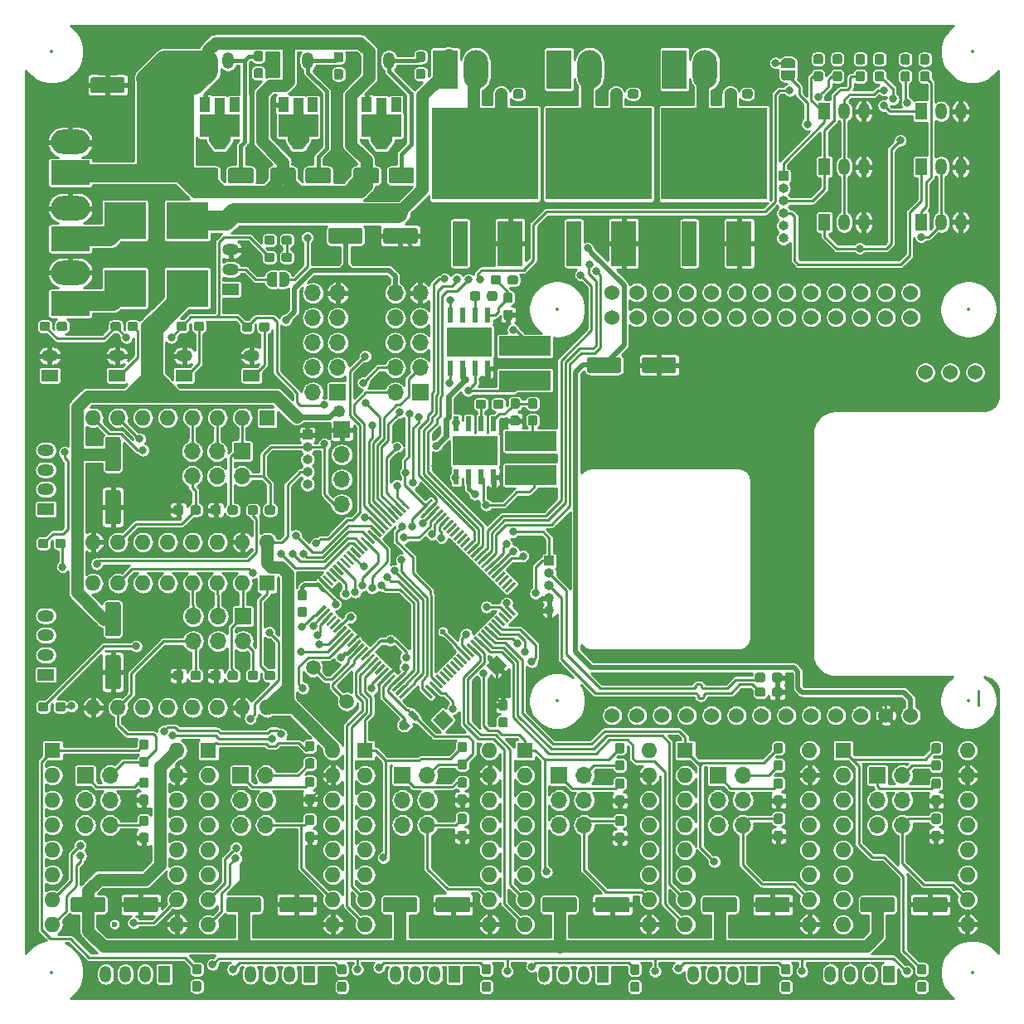
<source format=gbr>
G04 #@! TF.GenerationSoftware,KiCad,Pcbnew,5.1.2-f72e74a~84~ubuntu18.04.1*
G04 #@! TF.CreationDate,2019-05-06T18:12:27+08:00*
G04 #@! TF.ProjectId,printer-board,7072696e-7465-4722-9d62-6f6172642e6b,rev?*
G04 #@! TF.SameCoordinates,Original*
G04 #@! TF.FileFunction,Copper,L1,Top*
G04 #@! TF.FilePolarity,Positive*
%FSLAX46Y46*%
G04 Gerber Fmt 4.6, Leading zero omitted, Abs format (unit mm)*
G04 Created by KiCad (PCBNEW 5.1.2-f72e74a~84~ubuntu18.04.1) date 2019-05-06 18:12:27*
%MOMM*%
%LPD*%
G04 APERTURE LIST*
%ADD10C,1.524000*%
%ADD11O,1.198880X1.699260*%
%ADD12R,1.198880X1.699260*%
%ADD13O,1.699260X1.198880*%
%ADD14R,1.699260X1.198880*%
%ADD15O,1.700000X1.700000*%
%ADD16R,1.700000X1.700000*%
%ADD17R,1.524000X1.524000*%
%ADD18C,1.000000*%
%ADD19C,0.150000*%
%ADD20R,2.200000X1.840000*%
%ADD21R,1.000000X1.500000*%
%ADD22R,1.000000X1.800000*%
%ADD23C,0.850000*%
%ADD24R,0.600000X1.550000*%
%ADD25R,1.500000X1.200000*%
%ADD26R,10.800000X9.400000*%
%ADD27R,2.500000X4.600000*%
%ADD28R,1.500000X4.600000*%
%ADD29C,0.500000*%
%ADD30C,0.950000*%
%ADD31C,1.600000*%
%ADD32R,5.295900X1.998980*%
%ADD33O,1.000000X1.000000*%
%ADD34R,1.000000X1.000000*%
%ADD35R,1.600000X1.600000*%
%ADD36O,1.600000X1.600000*%
%ADD37C,0.300000*%
%ADD38C,0.635000*%
%ADD39C,1.500000*%
%ADD40R,2.500000X3.998980*%
%ADD41O,2.500000X3.998980*%
%ADD42O,3.998980X2.500000*%
%ADD43R,3.998980X2.500000*%
%ADD44R,4.239260X3.810000*%
%ADD45C,0.600000*%
%ADD46C,0.800000*%
%ADD47C,1.250000*%
%ADD48C,0.250000*%
%ADD49C,0.400000*%
%ADD50C,1.250000*%
%ADD51C,0.600000*%
%ADD52C,2.000000*%
%ADD53C,0.500000*%
%ADD54C,1.500000*%
%ADD55C,0.254000*%
%ADD56C,0.350000*%
G04 APERTURE END LIST*
D10*
X90700000Y-70760000D03*
X88160000Y-70760000D03*
X85620000Y-70760000D03*
X83080000Y-70760000D03*
X80540000Y-70760000D03*
X78000000Y-70760000D03*
X75460000Y-70760000D03*
X72920000Y-70760000D03*
X70380000Y-70760000D03*
X67840000Y-70760000D03*
X65300000Y-70760000D03*
X62760000Y-70760000D03*
X60220000Y-70760000D03*
X60220000Y-27580000D03*
X60220000Y-30120000D03*
X62760000Y-27580000D03*
X62760000Y-30120000D03*
X65300000Y-27580000D03*
X65300000Y-30120000D03*
X67840000Y-27580000D03*
X67840000Y-30120000D03*
X70380000Y-27580000D03*
X70380000Y-30120000D03*
X72920000Y-27580000D03*
X72920000Y-30120000D03*
X75460000Y-27580000D03*
X75460000Y-30120000D03*
X78000000Y-27580000D03*
X78000000Y-30120000D03*
X80540000Y-27580000D03*
X80540000Y-30120000D03*
X83080000Y-27580000D03*
X83080000Y-30120000D03*
X85620000Y-27580000D03*
X85620000Y-30120000D03*
X88160000Y-27580000D03*
X88160000Y-30120000D03*
X90700000Y-27580000D03*
X90700000Y-30120000D03*
X97280000Y-35740000D03*
X94740000Y-35740000D03*
X92200000Y-35740000D03*
D11*
X82500260Y-97185000D03*
X86500760Y-97185000D03*
X84499240Y-97185000D03*
D12*
X88502280Y-97185000D03*
D11*
X68520260Y-97185000D03*
X72520760Y-97185000D03*
X70519240Y-97185000D03*
D12*
X74522280Y-97185000D03*
D11*
X53290260Y-97185000D03*
X57290760Y-97185000D03*
X55289240Y-97185000D03*
D12*
X59292280Y-97185000D03*
D11*
X38110260Y-97185000D03*
X42110760Y-97185000D03*
X40109240Y-97185000D03*
D12*
X44112280Y-97185000D03*
D11*
X23280260Y-97185000D03*
X27280760Y-97185000D03*
X25279240Y-97185000D03*
D12*
X29282280Y-97185000D03*
D11*
X8500260Y-97185000D03*
X12500760Y-97185000D03*
X10499240Y-97185000D03*
D12*
X14502280Y-97185000D03*
D13*
X2400000Y-60600260D03*
X2400000Y-64600760D03*
X2400000Y-62599240D03*
D14*
X2400000Y-66602280D03*
D13*
X2400000Y-43700260D03*
X2400000Y-47700760D03*
X2400000Y-45699240D03*
D14*
X2400000Y-49702280D03*
D15*
X32600000Y-49220000D03*
X32600000Y-46680000D03*
X32600000Y-44140000D03*
D16*
X32600000Y-41600000D03*
D17*
X18880000Y-10916000D03*
X20150000Y-10916000D03*
X21420000Y-10916000D03*
X18880000Y-10154000D03*
X21420000Y-10154000D03*
X20150000Y-10154000D03*
D18*
X20150000Y-9823800D03*
D19*
G36*
X19050000Y-10323800D02*
G01*
X19750000Y-9323800D01*
X20550000Y-9323800D01*
X21250000Y-10323800D01*
X19050000Y-10323800D01*
X19050000Y-10323800D01*
G37*
D20*
X20150000Y-11233500D03*
D21*
X18650000Y-8420000D03*
D22*
X20150000Y-8566500D03*
D21*
X21650000Y-8420000D03*
D23*
X20150000Y-12567000D03*
D19*
G36*
X21250000Y-12142000D02*
G01*
X20650000Y-12992000D01*
X19650000Y-12992000D01*
X19050000Y-12142000D01*
X21250000Y-12142000D01*
X21250000Y-12142000D01*
G37*
D17*
X26880000Y-10916000D03*
X28150000Y-10916000D03*
X29420000Y-10916000D03*
X26880000Y-10154000D03*
X29420000Y-10154000D03*
X28150000Y-10154000D03*
D18*
X28150000Y-9823800D03*
D19*
G36*
X27050000Y-10323800D02*
G01*
X27750000Y-9323800D01*
X28550000Y-9323800D01*
X29250000Y-10323800D01*
X27050000Y-10323800D01*
X27050000Y-10323800D01*
G37*
D20*
X28150000Y-11233500D03*
D21*
X26650000Y-8420000D03*
D22*
X28150000Y-8566500D03*
D21*
X29650000Y-8420000D03*
D23*
X28150000Y-12567000D03*
D19*
G36*
X29250000Y-12142000D02*
G01*
X28650000Y-12992000D01*
X27650000Y-12992000D01*
X27050000Y-12142000D01*
X29250000Y-12142000D01*
X29250000Y-12142000D01*
G37*
D17*
X35380000Y-10916000D03*
X36650000Y-10916000D03*
X37920000Y-10916000D03*
X35380000Y-10154000D03*
X37920000Y-10154000D03*
X36650000Y-10154000D03*
D18*
X36650000Y-9823800D03*
D19*
G36*
X35550000Y-10323800D02*
G01*
X36250000Y-9323800D01*
X37050000Y-9323800D01*
X37750000Y-10323800D01*
X35550000Y-10323800D01*
X35550000Y-10323800D01*
G37*
D20*
X36650000Y-11233500D03*
D21*
X35150000Y-8420000D03*
D22*
X36650000Y-8566500D03*
D21*
X38150000Y-8420000D03*
D23*
X36650000Y-12567000D03*
D19*
G36*
X37750000Y-12142000D02*
G01*
X37150000Y-12992000D01*
X36150000Y-12992000D01*
X35550000Y-12142000D01*
X37750000Y-12142000D01*
X37750000Y-12142000D01*
G37*
D24*
X44315000Y-46419999D03*
X45585000Y-46419999D03*
X46855000Y-46419999D03*
X48125000Y-46419999D03*
X48125000Y-41019999D03*
X46855000Y-41019999D03*
X45585000Y-41019999D03*
X44315000Y-41019999D03*
D25*
X44696000Y-44608999D03*
X44696000Y-43719999D03*
X44696000Y-42830999D03*
X45712000Y-44608999D03*
X45712000Y-42830999D03*
X45712000Y-43719999D03*
X46728000Y-44608999D03*
X46728000Y-42830999D03*
X46728000Y-43719999D03*
X47744000Y-44608999D03*
X47744000Y-42830999D03*
X47744000Y-43719999D03*
D24*
X43715000Y-35320000D03*
X44985000Y-35320000D03*
X46255000Y-35320000D03*
X47525000Y-35320000D03*
X47525000Y-29920000D03*
X46255000Y-29920000D03*
X44985000Y-29920000D03*
X43715000Y-29920000D03*
D25*
X44096000Y-33509000D03*
X44096000Y-32620000D03*
X44096000Y-31731000D03*
X45112000Y-33509000D03*
X45112000Y-31731000D03*
X45112000Y-32620000D03*
X46128000Y-33509000D03*
X46128000Y-31731000D03*
X46128000Y-32620000D03*
X47144000Y-33509000D03*
X47144000Y-31731000D03*
X47144000Y-32620000D03*
D26*
X70650000Y-13425000D03*
D27*
X73190000Y-22575000D03*
D28*
X68110000Y-22575000D03*
D17*
X67475000Y-17054000D03*
X68745000Y-17054000D03*
X70015000Y-17054000D03*
X71285000Y-17054000D03*
X72555000Y-17054000D03*
X73825000Y-17054000D03*
X73825000Y-15606200D03*
X71285000Y-15606200D03*
X70015000Y-15606200D03*
X67475000Y-15606200D03*
X72555000Y-15606200D03*
X66205000Y-15606200D03*
X68745000Y-15606200D03*
X74968000Y-15606200D03*
X73825000Y-14158400D03*
X71285000Y-14158400D03*
X70015000Y-14158400D03*
X67475000Y-14158400D03*
X72555000Y-14158400D03*
X66205000Y-14158400D03*
X68745000Y-14158400D03*
X74968000Y-14158400D03*
X73825000Y-12710600D03*
X71285000Y-12710600D03*
X70015000Y-12710600D03*
X67475000Y-12710600D03*
X72555000Y-12710600D03*
X66205000Y-12710600D03*
X68745000Y-12710600D03*
X74968000Y-12710600D03*
X73825000Y-11262800D03*
X71285000Y-11262800D03*
X70015000Y-11262800D03*
X67475000Y-11262800D03*
X72555000Y-11262800D03*
X66205000Y-11262800D03*
X68745000Y-11262800D03*
X74968000Y-11262800D03*
X73825000Y-9815000D03*
X71285000Y-9815000D03*
X70015000Y-9815000D03*
X67475000Y-9815000D03*
X72555000Y-9815000D03*
X68745000Y-9815000D03*
D26*
X58850000Y-13425000D03*
D27*
X61390000Y-22575000D03*
D28*
X56310000Y-22575000D03*
D17*
X55675000Y-17054000D03*
X56945000Y-17054000D03*
X58215000Y-17054000D03*
X59485000Y-17054000D03*
X60755000Y-17054000D03*
X62025000Y-17054000D03*
X62025000Y-15606200D03*
X59485000Y-15606200D03*
X58215000Y-15606200D03*
X55675000Y-15606200D03*
X60755000Y-15606200D03*
X54405000Y-15606200D03*
X56945000Y-15606200D03*
X63168000Y-15606200D03*
X62025000Y-14158400D03*
X59485000Y-14158400D03*
X58215000Y-14158400D03*
X55675000Y-14158400D03*
X60755000Y-14158400D03*
X54405000Y-14158400D03*
X56945000Y-14158400D03*
X63168000Y-14158400D03*
X62025000Y-12710600D03*
X59485000Y-12710600D03*
X58215000Y-12710600D03*
X55675000Y-12710600D03*
X60755000Y-12710600D03*
X54405000Y-12710600D03*
X56945000Y-12710600D03*
X63168000Y-12710600D03*
X62025000Y-11262800D03*
X59485000Y-11262800D03*
X58215000Y-11262800D03*
X55675000Y-11262800D03*
X60755000Y-11262800D03*
X54405000Y-11262800D03*
X56945000Y-11262800D03*
X63168000Y-11262800D03*
X62025000Y-9815000D03*
X59485000Y-9815000D03*
X58215000Y-9815000D03*
X55675000Y-9815000D03*
X60755000Y-9815000D03*
X56945000Y-9815000D03*
X45345000Y-9815000D03*
X49155000Y-9815000D03*
X44075000Y-9815000D03*
X46615000Y-9815000D03*
X47885000Y-9815000D03*
X50425000Y-9815000D03*
X51568000Y-11262800D03*
X45345000Y-11262800D03*
X42805000Y-11262800D03*
X49155000Y-11262800D03*
X44075000Y-11262800D03*
X46615000Y-11262800D03*
X47885000Y-11262800D03*
X50425000Y-11262800D03*
X51568000Y-12710600D03*
X45345000Y-12710600D03*
X42805000Y-12710600D03*
X49155000Y-12710600D03*
X44075000Y-12710600D03*
X46615000Y-12710600D03*
X47885000Y-12710600D03*
X50425000Y-12710600D03*
X51568000Y-14158400D03*
X45345000Y-14158400D03*
X42805000Y-14158400D03*
X49155000Y-14158400D03*
X44075000Y-14158400D03*
X46615000Y-14158400D03*
X47885000Y-14158400D03*
X50425000Y-14158400D03*
X51568000Y-15606200D03*
X45345000Y-15606200D03*
X42805000Y-15606200D03*
X49155000Y-15606200D03*
X44075000Y-15606200D03*
X46615000Y-15606200D03*
X47885000Y-15606200D03*
X50425000Y-15606200D03*
X50425000Y-17054000D03*
X49155000Y-17054000D03*
X47885000Y-17054000D03*
X46615000Y-17054000D03*
X45345000Y-17054000D03*
X44075000Y-17054000D03*
D28*
X44710000Y-22575000D03*
D27*
X49790000Y-22575000D03*
D26*
X47250000Y-13425000D03*
D15*
X38060000Y-27640000D03*
X40600000Y-27640000D03*
X38060000Y-30180000D03*
X40600000Y-30180000D03*
X38060000Y-32720000D03*
X40600000Y-32720000D03*
X38060000Y-35260000D03*
X40600000Y-35260000D03*
X38060000Y-37800000D03*
D16*
X40600000Y-37800000D03*
X32200000Y-37800000D03*
D15*
X29660000Y-37800000D03*
X32200000Y-35260000D03*
X29660000Y-35260000D03*
X32200000Y-32720000D03*
X29660000Y-32720000D03*
X32200000Y-30180000D03*
X29660000Y-30180000D03*
X32200000Y-27640000D03*
X29660000Y-27640000D03*
X73540000Y-81980000D03*
X71000000Y-81980000D03*
X73540000Y-79440000D03*
X71000000Y-79440000D03*
X73540000Y-76900000D03*
D16*
X71000000Y-76900000D03*
D29*
X78180000Y-5450000D03*
D19*
G36*
X78929398Y-5450000D02*
G01*
X78929398Y-5474534D01*
X78924588Y-5523365D01*
X78915016Y-5571490D01*
X78900772Y-5618445D01*
X78881995Y-5663778D01*
X78858864Y-5707051D01*
X78831604Y-5747850D01*
X78800476Y-5785779D01*
X78765779Y-5820476D01*
X78727850Y-5851604D01*
X78687051Y-5878864D01*
X78643778Y-5901995D01*
X78598445Y-5920772D01*
X78551490Y-5935016D01*
X78503365Y-5944588D01*
X78454534Y-5949398D01*
X78430000Y-5949398D01*
X78430000Y-5950000D01*
X77930000Y-5950000D01*
X77930000Y-5949398D01*
X77905466Y-5949398D01*
X77856635Y-5944588D01*
X77808510Y-5935016D01*
X77761555Y-5920772D01*
X77716222Y-5901995D01*
X77672949Y-5878864D01*
X77632150Y-5851604D01*
X77594221Y-5820476D01*
X77559524Y-5785779D01*
X77528396Y-5747850D01*
X77501136Y-5707051D01*
X77478005Y-5663778D01*
X77459228Y-5618445D01*
X77444984Y-5571490D01*
X77435412Y-5523365D01*
X77430602Y-5474534D01*
X77430602Y-5450000D01*
X77430000Y-5450000D01*
X77430000Y-4950000D01*
X78930000Y-4950000D01*
X78930000Y-5450000D01*
X78929398Y-5450000D01*
X78929398Y-5450000D01*
G37*
D29*
X78180000Y-4150000D03*
D19*
G36*
X77430000Y-4650000D02*
G01*
X77430000Y-4150000D01*
X77430602Y-4150000D01*
X77430602Y-4125466D01*
X77435412Y-4076635D01*
X77444984Y-4028510D01*
X77459228Y-3981555D01*
X77478005Y-3936222D01*
X77501136Y-3892949D01*
X77528396Y-3852150D01*
X77559524Y-3814221D01*
X77594221Y-3779524D01*
X77632150Y-3748396D01*
X77672949Y-3721136D01*
X77716222Y-3698005D01*
X77761555Y-3679228D01*
X77808510Y-3664984D01*
X77856635Y-3655412D01*
X77905466Y-3650602D01*
X77930000Y-3650602D01*
X77930000Y-3650000D01*
X78430000Y-3650000D01*
X78430000Y-3650602D01*
X78454534Y-3650602D01*
X78503365Y-3655412D01*
X78551490Y-3664984D01*
X78598445Y-3679228D01*
X78643778Y-3698005D01*
X78687051Y-3721136D01*
X78727850Y-3748396D01*
X78765779Y-3779524D01*
X78800476Y-3814221D01*
X78831604Y-3852150D01*
X78858864Y-3892949D01*
X78881995Y-3936222D01*
X78900772Y-3981555D01*
X78915016Y-4028510D01*
X78924588Y-4076635D01*
X78929398Y-4125466D01*
X78929398Y-4150000D01*
X78930000Y-4150000D01*
X78930000Y-4650000D01*
X77430000Y-4650000D01*
X77430000Y-4650000D01*
G37*
D29*
X25450000Y-26250000D03*
D19*
G36*
X25450000Y-26999398D02*
G01*
X25425466Y-26999398D01*
X25376635Y-26994588D01*
X25328510Y-26985016D01*
X25281555Y-26970772D01*
X25236222Y-26951995D01*
X25192949Y-26928864D01*
X25152150Y-26901604D01*
X25114221Y-26870476D01*
X25079524Y-26835779D01*
X25048396Y-26797850D01*
X25021136Y-26757051D01*
X24998005Y-26713778D01*
X24979228Y-26668445D01*
X24964984Y-26621490D01*
X24955412Y-26573365D01*
X24950602Y-26524534D01*
X24950602Y-26500000D01*
X24950000Y-26500000D01*
X24950000Y-26000000D01*
X24950602Y-26000000D01*
X24950602Y-25975466D01*
X24955412Y-25926635D01*
X24964984Y-25878510D01*
X24979228Y-25831555D01*
X24998005Y-25786222D01*
X25021136Y-25742949D01*
X25048396Y-25702150D01*
X25079524Y-25664221D01*
X25114221Y-25629524D01*
X25152150Y-25598396D01*
X25192949Y-25571136D01*
X25236222Y-25548005D01*
X25281555Y-25529228D01*
X25328510Y-25514984D01*
X25376635Y-25505412D01*
X25425466Y-25500602D01*
X25450000Y-25500602D01*
X25450000Y-25500000D01*
X25950000Y-25500000D01*
X25950000Y-27000000D01*
X25450000Y-27000000D01*
X25450000Y-26999398D01*
X25450000Y-26999398D01*
G37*
D29*
X26750000Y-26250000D03*
D19*
G36*
X26250000Y-25500000D02*
G01*
X26750000Y-25500000D01*
X26750000Y-25500602D01*
X26774534Y-25500602D01*
X26823365Y-25505412D01*
X26871490Y-25514984D01*
X26918445Y-25529228D01*
X26963778Y-25548005D01*
X27007051Y-25571136D01*
X27047850Y-25598396D01*
X27085779Y-25629524D01*
X27120476Y-25664221D01*
X27151604Y-25702150D01*
X27178864Y-25742949D01*
X27201995Y-25786222D01*
X27220772Y-25831555D01*
X27235016Y-25878510D01*
X27244588Y-25926635D01*
X27249398Y-25975466D01*
X27249398Y-26000000D01*
X27250000Y-26000000D01*
X27250000Y-26500000D01*
X27249398Y-26500000D01*
X27249398Y-26524534D01*
X27244588Y-26573365D01*
X27235016Y-26621490D01*
X27220772Y-26668445D01*
X27201995Y-26713778D01*
X27178864Y-26757051D01*
X27151604Y-26797850D01*
X27120476Y-26835779D01*
X27085779Y-26870476D01*
X27047850Y-26901604D01*
X27007051Y-26928864D01*
X26963778Y-26951995D01*
X26918445Y-26970772D01*
X26871490Y-26985016D01*
X26823365Y-26994588D01*
X26774534Y-26999398D01*
X26750000Y-26999398D01*
X26750000Y-27000000D01*
X26250000Y-27000000D01*
X26250000Y-25500000D01*
X26250000Y-25500000D01*
G37*
G36*
X27285779Y-23526144D02*
G01*
X27308834Y-23529563D01*
X27331443Y-23535227D01*
X27353387Y-23543079D01*
X27374457Y-23553044D01*
X27394448Y-23565026D01*
X27413168Y-23578910D01*
X27430438Y-23594562D01*
X27446090Y-23611832D01*
X27459974Y-23630552D01*
X27471956Y-23650543D01*
X27481921Y-23671613D01*
X27489773Y-23693557D01*
X27495437Y-23716166D01*
X27498856Y-23739221D01*
X27500000Y-23762500D01*
X27500000Y-24237500D01*
X27498856Y-24260779D01*
X27495437Y-24283834D01*
X27489773Y-24306443D01*
X27481921Y-24328387D01*
X27471956Y-24349457D01*
X27459974Y-24369448D01*
X27446090Y-24388168D01*
X27430438Y-24405438D01*
X27413168Y-24421090D01*
X27394448Y-24434974D01*
X27374457Y-24446956D01*
X27353387Y-24456921D01*
X27331443Y-24464773D01*
X27308834Y-24470437D01*
X27285779Y-24473856D01*
X27262500Y-24475000D01*
X26687500Y-24475000D01*
X26664221Y-24473856D01*
X26641166Y-24470437D01*
X26618557Y-24464773D01*
X26596613Y-24456921D01*
X26575543Y-24446956D01*
X26555552Y-24434974D01*
X26536832Y-24421090D01*
X26519562Y-24405438D01*
X26503910Y-24388168D01*
X26490026Y-24369448D01*
X26478044Y-24349457D01*
X26468079Y-24328387D01*
X26460227Y-24306443D01*
X26454563Y-24283834D01*
X26451144Y-24260779D01*
X26450000Y-24237500D01*
X26450000Y-23762500D01*
X26451144Y-23739221D01*
X26454563Y-23716166D01*
X26460227Y-23693557D01*
X26468079Y-23671613D01*
X26478044Y-23650543D01*
X26490026Y-23630552D01*
X26503910Y-23611832D01*
X26519562Y-23594562D01*
X26536832Y-23578910D01*
X26555552Y-23565026D01*
X26575543Y-23553044D01*
X26596613Y-23543079D01*
X26618557Y-23535227D01*
X26641166Y-23529563D01*
X26664221Y-23526144D01*
X26687500Y-23525000D01*
X27262500Y-23525000D01*
X27285779Y-23526144D01*
X27285779Y-23526144D01*
G37*
D30*
X26975000Y-24000000D03*
D19*
G36*
X25535779Y-23526144D02*
G01*
X25558834Y-23529563D01*
X25581443Y-23535227D01*
X25603387Y-23543079D01*
X25624457Y-23553044D01*
X25644448Y-23565026D01*
X25663168Y-23578910D01*
X25680438Y-23594562D01*
X25696090Y-23611832D01*
X25709974Y-23630552D01*
X25721956Y-23650543D01*
X25731921Y-23671613D01*
X25739773Y-23693557D01*
X25745437Y-23716166D01*
X25748856Y-23739221D01*
X25750000Y-23762500D01*
X25750000Y-24237500D01*
X25748856Y-24260779D01*
X25745437Y-24283834D01*
X25739773Y-24306443D01*
X25731921Y-24328387D01*
X25721956Y-24349457D01*
X25709974Y-24369448D01*
X25696090Y-24388168D01*
X25680438Y-24405438D01*
X25663168Y-24421090D01*
X25644448Y-24434974D01*
X25624457Y-24446956D01*
X25603387Y-24456921D01*
X25581443Y-24464773D01*
X25558834Y-24470437D01*
X25535779Y-24473856D01*
X25512500Y-24475000D01*
X24937500Y-24475000D01*
X24914221Y-24473856D01*
X24891166Y-24470437D01*
X24868557Y-24464773D01*
X24846613Y-24456921D01*
X24825543Y-24446956D01*
X24805552Y-24434974D01*
X24786832Y-24421090D01*
X24769562Y-24405438D01*
X24753910Y-24388168D01*
X24740026Y-24369448D01*
X24728044Y-24349457D01*
X24718079Y-24328387D01*
X24710227Y-24306443D01*
X24704563Y-24283834D01*
X24701144Y-24260779D01*
X24700000Y-24237500D01*
X24700000Y-23762500D01*
X24701144Y-23739221D01*
X24704563Y-23716166D01*
X24710227Y-23693557D01*
X24718079Y-23671613D01*
X24728044Y-23650543D01*
X24740026Y-23630552D01*
X24753910Y-23611832D01*
X24769562Y-23594562D01*
X24786832Y-23578910D01*
X24805552Y-23565026D01*
X24825543Y-23553044D01*
X24846613Y-23543079D01*
X24868557Y-23535227D01*
X24891166Y-23529563D01*
X24914221Y-23526144D01*
X24937500Y-23525000D01*
X25512500Y-23525000D01*
X25535779Y-23526144D01*
X25535779Y-23526144D01*
G37*
D30*
X25225000Y-24000000D03*
D13*
X21250000Y-25250000D03*
X21250000Y-23248480D03*
D14*
X21250000Y-27251520D03*
D19*
G36*
X27285779Y-21776144D02*
G01*
X27308834Y-21779563D01*
X27331443Y-21785227D01*
X27353387Y-21793079D01*
X27374457Y-21803044D01*
X27394448Y-21815026D01*
X27413168Y-21828910D01*
X27430438Y-21844562D01*
X27446090Y-21861832D01*
X27459974Y-21880552D01*
X27471956Y-21900543D01*
X27481921Y-21921613D01*
X27489773Y-21943557D01*
X27495437Y-21966166D01*
X27498856Y-21989221D01*
X27500000Y-22012500D01*
X27500000Y-22487500D01*
X27498856Y-22510779D01*
X27495437Y-22533834D01*
X27489773Y-22556443D01*
X27481921Y-22578387D01*
X27471956Y-22599457D01*
X27459974Y-22619448D01*
X27446090Y-22638168D01*
X27430438Y-22655438D01*
X27413168Y-22671090D01*
X27394448Y-22684974D01*
X27374457Y-22696956D01*
X27353387Y-22706921D01*
X27331443Y-22714773D01*
X27308834Y-22720437D01*
X27285779Y-22723856D01*
X27262500Y-22725000D01*
X26687500Y-22725000D01*
X26664221Y-22723856D01*
X26641166Y-22720437D01*
X26618557Y-22714773D01*
X26596613Y-22706921D01*
X26575543Y-22696956D01*
X26555552Y-22684974D01*
X26536832Y-22671090D01*
X26519562Y-22655438D01*
X26503910Y-22638168D01*
X26490026Y-22619448D01*
X26478044Y-22599457D01*
X26468079Y-22578387D01*
X26460227Y-22556443D01*
X26454563Y-22533834D01*
X26451144Y-22510779D01*
X26450000Y-22487500D01*
X26450000Y-22012500D01*
X26451144Y-21989221D01*
X26454563Y-21966166D01*
X26460227Y-21943557D01*
X26468079Y-21921613D01*
X26478044Y-21900543D01*
X26490026Y-21880552D01*
X26503910Y-21861832D01*
X26519562Y-21844562D01*
X26536832Y-21828910D01*
X26555552Y-21815026D01*
X26575543Y-21803044D01*
X26596613Y-21793079D01*
X26618557Y-21785227D01*
X26641166Y-21779563D01*
X26664221Y-21776144D01*
X26687500Y-21775000D01*
X27262500Y-21775000D01*
X27285779Y-21776144D01*
X27285779Y-21776144D01*
G37*
D30*
X26975000Y-22250000D03*
D19*
G36*
X25535779Y-21776144D02*
G01*
X25558834Y-21779563D01*
X25581443Y-21785227D01*
X25603387Y-21793079D01*
X25624457Y-21803044D01*
X25644448Y-21815026D01*
X25663168Y-21828910D01*
X25680438Y-21844562D01*
X25696090Y-21861832D01*
X25709974Y-21880552D01*
X25721956Y-21900543D01*
X25731921Y-21921613D01*
X25739773Y-21943557D01*
X25745437Y-21966166D01*
X25748856Y-21989221D01*
X25750000Y-22012500D01*
X25750000Y-22487500D01*
X25748856Y-22510779D01*
X25745437Y-22533834D01*
X25739773Y-22556443D01*
X25731921Y-22578387D01*
X25721956Y-22599457D01*
X25709974Y-22619448D01*
X25696090Y-22638168D01*
X25680438Y-22655438D01*
X25663168Y-22671090D01*
X25644448Y-22684974D01*
X25624457Y-22696956D01*
X25603387Y-22706921D01*
X25581443Y-22714773D01*
X25558834Y-22720437D01*
X25535779Y-22723856D01*
X25512500Y-22725000D01*
X24937500Y-22725000D01*
X24914221Y-22723856D01*
X24891166Y-22720437D01*
X24868557Y-22714773D01*
X24846613Y-22706921D01*
X24825543Y-22696956D01*
X24805552Y-22684974D01*
X24786832Y-22671090D01*
X24769562Y-22655438D01*
X24753910Y-22638168D01*
X24740026Y-22619448D01*
X24728044Y-22599457D01*
X24718079Y-22578387D01*
X24710227Y-22556443D01*
X24704563Y-22533834D01*
X24701144Y-22510779D01*
X24700000Y-22487500D01*
X24700000Y-22012500D01*
X24701144Y-21989221D01*
X24704563Y-21966166D01*
X24710227Y-21943557D01*
X24718079Y-21921613D01*
X24728044Y-21900543D01*
X24740026Y-21880552D01*
X24753910Y-21861832D01*
X24769562Y-21844562D01*
X24786832Y-21828910D01*
X24805552Y-21815026D01*
X24825543Y-21803044D01*
X24846613Y-21793079D01*
X24868557Y-21785227D01*
X24891166Y-21779563D01*
X24914221Y-21776144D01*
X24937500Y-21775000D01*
X25512500Y-21775000D01*
X25535779Y-21776144D01*
X25535779Y-21776144D01*
G37*
D30*
X25225000Y-22250000D03*
D19*
G36*
X66524504Y-34201204D02*
G01*
X66548773Y-34204804D01*
X66572571Y-34210765D01*
X66595671Y-34219030D01*
X66617849Y-34229520D01*
X66638893Y-34242133D01*
X66658598Y-34256747D01*
X66676777Y-34273223D01*
X66693253Y-34291402D01*
X66707867Y-34311107D01*
X66720480Y-34332151D01*
X66730970Y-34354329D01*
X66739235Y-34377429D01*
X66745196Y-34401227D01*
X66748796Y-34425496D01*
X66750000Y-34450000D01*
X66750000Y-35550000D01*
X66748796Y-35574504D01*
X66745196Y-35598773D01*
X66739235Y-35622571D01*
X66730970Y-35645671D01*
X66720480Y-35667849D01*
X66707867Y-35688893D01*
X66693253Y-35708598D01*
X66676777Y-35726777D01*
X66658598Y-35743253D01*
X66638893Y-35757867D01*
X66617849Y-35770480D01*
X66595671Y-35780970D01*
X66572571Y-35789235D01*
X66548773Y-35795196D01*
X66524504Y-35798796D01*
X66500000Y-35800000D01*
X63500000Y-35800000D01*
X63475496Y-35798796D01*
X63451227Y-35795196D01*
X63427429Y-35789235D01*
X63404329Y-35780970D01*
X63382151Y-35770480D01*
X63361107Y-35757867D01*
X63341402Y-35743253D01*
X63323223Y-35726777D01*
X63306747Y-35708598D01*
X63292133Y-35688893D01*
X63279520Y-35667849D01*
X63269030Y-35645671D01*
X63260765Y-35622571D01*
X63254804Y-35598773D01*
X63251204Y-35574504D01*
X63250000Y-35550000D01*
X63250000Y-34450000D01*
X63251204Y-34425496D01*
X63254804Y-34401227D01*
X63260765Y-34377429D01*
X63269030Y-34354329D01*
X63279520Y-34332151D01*
X63292133Y-34311107D01*
X63306747Y-34291402D01*
X63323223Y-34273223D01*
X63341402Y-34256747D01*
X63361107Y-34242133D01*
X63382151Y-34229520D01*
X63404329Y-34219030D01*
X63427429Y-34210765D01*
X63451227Y-34204804D01*
X63475496Y-34201204D01*
X63500000Y-34200000D01*
X66500000Y-34200000D01*
X66524504Y-34201204D01*
X66524504Y-34201204D01*
G37*
D31*
X65000000Y-35000000D03*
D19*
G36*
X60924504Y-34201204D02*
G01*
X60948773Y-34204804D01*
X60972571Y-34210765D01*
X60995671Y-34219030D01*
X61017849Y-34229520D01*
X61038893Y-34242133D01*
X61058598Y-34256747D01*
X61076777Y-34273223D01*
X61093253Y-34291402D01*
X61107867Y-34311107D01*
X61120480Y-34332151D01*
X61130970Y-34354329D01*
X61139235Y-34377429D01*
X61145196Y-34401227D01*
X61148796Y-34425496D01*
X61150000Y-34450000D01*
X61150000Y-35550000D01*
X61148796Y-35574504D01*
X61145196Y-35598773D01*
X61139235Y-35622571D01*
X61130970Y-35645671D01*
X61120480Y-35667849D01*
X61107867Y-35688893D01*
X61093253Y-35708598D01*
X61076777Y-35726777D01*
X61058598Y-35743253D01*
X61038893Y-35757867D01*
X61017849Y-35770480D01*
X60995671Y-35780970D01*
X60972571Y-35789235D01*
X60948773Y-35795196D01*
X60924504Y-35798796D01*
X60900000Y-35800000D01*
X57900000Y-35800000D01*
X57875496Y-35798796D01*
X57851227Y-35795196D01*
X57827429Y-35789235D01*
X57804329Y-35780970D01*
X57782151Y-35770480D01*
X57761107Y-35757867D01*
X57741402Y-35743253D01*
X57723223Y-35726777D01*
X57706747Y-35708598D01*
X57692133Y-35688893D01*
X57679520Y-35667849D01*
X57669030Y-35645671D01*
X57660765Y-35622571D01*
X57654804Y-35598773D01*
X57651204Y-35574504D01*
X57650000Y-35550000D01*
X57650000Y-34450000D01*
X57651204Y-34425496D01*
X57654804Y-34401227D01*
X57660765Y-34377429D01*
X57669030Y-34354329D01*
X57679520Y-34332151D01*
X57692133Y-34311107D01*
X57706747Y-34291402D01*
X57723223Y-34273223D01*
X57741402Y-34256747D01*
X57761107Y-34242133D01*
X57782151Y-34229520D01*
X57804329Y-34219030D01*
X57827429Y-34210765D01*
X57851227Y-34204804D01*
X57875496Y-34201204D01*
X57900000Y-34200000D01*
X60900000Y-34200000D01*
X60924504Y-34201204D01*
X60924504Y-34201204D01*
G37*
D31*
X59400000Y-35000000D03*
D19*
G36*
X52360779Y-38401144D02*
G01*
X52383834Y-38404563D01*
X52406443Y-38410227D01*
X52428387Y-38418079D01*
X52449457Y-38428044D01*
X52469448Y-38440026D01*
X52488168Y-38453910D01*
X52505438Y-38469562D01*
X52521090Y-38486832D01*
X52534974Y-38505552D01*
X52546956Y-38525543D01*
X52556921Y-38546613D01*
X52564773Y-38568557D01*
X52570437Y-38591166D01*
X52573856Y-38614221D01*
X52575000Y-38637500D01*
X52575000Y-39212500D01*
X52573856Y-39235779D01*
X52570437Y-39258834D01*
X52564773Y-39281443D01*
X52556921Y-39303387D01*
X52546956Y-39324457D01*
X52534974Y-39344448D01*
X52521090Y-39363168D01*
X52505438Y-39380438D01*
X52488168Y-39396090D01*
X52469448Y-39409974D01*
X52449457Y-39421956D01*
X52428387Y-39431921D01*
X52406443Y-39439773D01*
X52383834Y-39445437D01*
X52360779Y-39448856D01*
X52337500Y-39450000D01*
X51862500Y-39450000D01*
X51839221Y-39448856D01*
X51816166Y-39445437D01*
X51793557Y-39439773D01*
X51771613Y-39431921D01*
X51750543Y-39421956D01*
X51730552Y-39409974D01*
X51711832Y-39396090D01*
X51694562Y-39380438D01*
X51678910Y-39363168D01*
X51665026Y-39344448D01*
X51653044Y-39324457D01*
X51643079Y-39303387D01*
X51635227Y-39281443D01*
X51629563Y-39258834D01*
X51626144Y-39235779D01*
X51625000Y-39212500D01*
X51625000Y-38637500D01*
X51626144Y-38614221D01*
X51629563Y-38591166D01*
X51635227Y-38568557D01*
X51643079Y-38546613D01*
X51653044Y-38525543D01*
X51665026Y-38505552D01*
X51678910Y-38486832D01*
X51694562Y-38469562D01*
X51711832Y-38453910D01*
X51730552Y-38440026D01*
X51750543Y-38428044D01*
X51771613Y-38418079D01*
X51793557Y-38410227D01*
X51816166Y-38404563D01*
X51839221Y-38401144D01*
X51862500Y-38400000D01*
X52337500Y-38400000D01*
X52360779Y-38401144D01*
X52360779Y-38401144D01*
G37*
D30*
X52100000Y-38925000D03*
D19*
G36*
X52360779Y-40151144D02*
G01*
X52383834Y-40154563D01*
X52406443Y-40160227D01*
X52428387Y-40168079D01*
X52449457Y-40178044D01*
X52469448Y-40190026D01*
X52488168Y-40203910D01*
X52505438Y-40219562D01*
X52521090Y-40236832D01*
X52534974Y-40255552D01*
X52546956Y-40275543D01*
X52556921Y-40296613D01*
X52564773Y-40318557D01*
X52570437Y-40341166D01*
X52573856Y-40364221D01*
X52575000Y-40387500D01*
X52575000Y-40962500D01*
X52573856Y-40985779D01*
X52570437Y-41008834D01*
X52564773Y-41031443D01*
X52556921Y-41053387D01*
X52546956Y-41074457D01*
X52534974Y-41094448D01*
X52521090Y-41113168D01*
X52505438Y-41130438D01*
X52488168Y-41146090D01*
X52469448Y-41159974D01*
X52449457Y-41171956D01*
X52428387Y-41181921D01*
X52406443Y-41189773D01*
X52383834Y-41195437D01*
X52360779Y-41198856D01*
X52337500Y-41200000D01*
X51862500Y-41200000D01*
X51839221Y-41198856D01*
X51816166Y-41195437D01*
X51793557Y-41189773D01*
X51771613Y-41181921D01*
X51750543Y-41171956D01*
X51730552Y-41159974D01*
X51711832Y-41146090D01*
X51694562Y-41130438D01*
X51678910Y-41113168D01*
X51665026Y-41094448D01*
X51653044Y-41074457D01*
X51643079Y-41053387D01*
X51635227Y-41031443D01*
X51629563Y-41008834D01*
X51626144Y-40985779D01*
X51625000Y-40962500D01*
X51625000Y-40387500D01*
X51626144Y-40364221D01*
X51629563Y-40341166D01*
X51635227Y-40318557D01*
X51643079Y-40296613D01*
X51653044Y-40275543D01*
X51665026Y-40255552D01*
X51678910Y-40236832D01*
X51694562Y-40219562D01*
X51711832Y-40203910D01*
X51730552Y-40190026D01*
X51750543Y-40178044D01*
X51771613Y-40168079D01*
X51793557Y-40160227D01*
X51816166Y-40154563D01*
X51839221Y-40151144D01*
X51862500Y-40150000D01*
X52337500Y-40150000D01*
X52360779Y-40151144D01*
X52360779Y-40151144D01*
G37*
D30*
X52100000Y-40675000D03*
D19*
G36*
X50560779Y-40151144D02*
G01*
X50583834Y-40154563D01*
X50606443Y-40160227D01*
X50628387Y-40168079D01*
X50649457Y-40178044D01*
X50669448Y-40190026D01*
X50688168Y-40203910D01*
X50705438Y-40219562D01*
X50721090Y-40236832D01*
X50734974Y-40255552D01*
X50746956Y-40275543D01*
X50756921Y-40296613D01*
X50764773Y-40318557D01*
X50770437Y-40341166D01*
X50773856Y-40364221D01*
X50775000Y-40387500D01*
X50775000Y-40962500D01*
X50773856Y-40985779D01*
X50770437Y-41008834D01*
X50764773Y-41031443D01*
X50756921Y-41053387D01*
X50746956Y-41074457D01*
X50734974Y-41094448D01*
X50721090Y-41113168D01*
X50705438Y-41130438D01*
X50688168Y-41146090D01*
X50669448Y-41159974D01*
X50649457Y-41171956D01*
X50628387Y-41181921D01*
X50606443Y-41189773D01*
X50583834Y-41195437D01*
X50560779Y-41198856D01*
X50537500Y-41200000D01*
X50062500Y-41200000D01*
X50039221Y-41198856D01*
X50016166Y-41195437D01*
X49993557Y-41189773D01*
X49971613Y-41181921D01*
X49950543Y-41171956D01*
X49930552Y-41159974D01*
X49911832Y-41146090D01*
X49894562Y-41130438D01*
X49878910Y-41113168D01*
X49865026Y-41094448D01*
X49853044Y-41074457D01*
X49843079Y-41053387D01*
X49835227Y-41031443D01*
X49829563Y-41008834D01*
X49826144Y-40985779D01*
X49825000Y-40962500D01*
X49825000Y-40387500D01*
X49826144Y-40364221D01*
X49829563Y-40341166D01*
X49835227Y-40318557D01*
X49843079Y-40296613D01*
X49853044Y-40275543D01*
X49865026Y-40255552D01*
X49878910Y-40236832D01*
X49894562Y-40219562D01*
X49911832Y-40203910D01*
X49930552Y-40190026D01*
X49950543Y-40178044D01*
X49971613Y-40168079D01*
X49993557Y-40160227D01*
X50016166Y-40154563D01*
X50039221Y-40151144D01*
X50062500Y-40150000D01*
X50537500Y-40150000D01*
X50560779Y-40151144D01*
X50560779Y-40151144D01*
G37*
D30*
X50300000Y-40675000D03*
D19*
G36*
X50560779Y-38401144D02*
G01*
X50583834Y-38404563D01*
X50606443Y-38410227D01*
X50628387Y-38418079D01*
X50649457Y-38428044D01*
X50669448Y-38440026D01*
X50688168Y-38453910D01*
X50705438Y-38469562D01*
X50721090Y-38486832D01*
X50734974Y-38505552D01*
X50746956Y-38525543D01*
X50756921Y-38546613D01*
X50764773Y-38568557D01*
X50770437Y-38591166D01*
X50773856Y-38614221D01*
X50775000Y-38637500D01*
X50775000Y-39212500D01*
X50773856Y-39235779D01*
X50770437Y-39258834D01*
X50764773Y-39281443D01*
X50756921Y-39303387D01*
X50746956Y-39324457D01*
X50734974Y-39344448D01*
X50721090Y-39363168D01*
X50705438Y-39380438D01*
X50688168Y-39396090D01*
X50669448Y-39409974D01*
X50649457Y-39421956D01*
X50628387Y-39431921D01*
X50606443Y-39439773D01*
X50583834Y-39445437D01*
X50560779Y-39448856D01*
X50537500Y-39450000D01*
X50062500Y-39450000D01*
X50039221Y-39448856D01*
X50016166Y-39445437D01*
X49993557Y-39439773D01*
X49971613Y-39431921D01*
X49950543Y-39421956D01*
X49930552Y-39409974D01*
X49911832Y-39396090D01*
X49894562Y-39380438D01*
X49878910Y-39363168D01*
X49865026Y-39344448D01*
X49853044Y-39324457D01*
X49843079Y-39303387D01*
X49835227Y-39281443D01*
X49829563Y-39258834D01*
X49826144Y-39235779D01*
X49825000Y-39212500D01*
X49825000Y-38637500D01*
X49826144Y-38614221D01*
X49829563Y-38591166D01*
X49835227Y-38568557D01*
X49843079Y-38546613D01*
X49853044Y-38525543D01*
X49865026Y-38505552D01*
X49878910Y-38486832D01*
X49894562Y-38469562D01*
X49911832Y-38453910D01*
X49930552Y-38440026D01*
X49950543Y-38428044D01*
X49971613Y-38418079D01*
X49993557Y-38410227D01*
X50016166Y-38404563D01*
X50039221Y-38401144D01*
X50062500Y-38400000D01*
X50537500Y-38400000D01*
X50560779Y-38401144D01*
X50560779Y-38401144D01*
G37*
D30*
X50300000Y-38925000D03*
D32*
X51900000Y-46247520D03*
X51900000Y-42752480D03*
D19*
G36*
X48885779Y-38526143D02*
G01*
X48908834Y-38529562D01*
X48931443Y-38535226D01*
X48953387Y-38543078D01*
X48974457Y-38553043D01*
X48994448Y-38565025D01*
X49013168Y-38578909D01*
X49030438Y-38594561D01*
X49046090Y-38611831D01*
X49059974Y-38630551D01*
X49071956Y-38650542D01*
X49081921Y-38671612D01*
X49089773Y-38693556D01*
X49095437Y-38716165D01*
X49098856Y-38739220D01*
X49100000Y-38762499D01*
X49100000Y-39237499D01*
X49098856Y-39260778D01*
X49095437Y-39283833D01*
X49089773Y-39306442D01*
X49081921Y-39328386D01*
X49071956Y-39349456D01*
X49059974Y-39369447D01*
X49046090Y-39388167D01*
X49030438Y-39405437D01*
X49013168Y-39421089D01*
X48994448Y-39434973D01*
X48974457Y-39446955D01*
X48953387Y-39456920D01*
X48931443Y-39464772D01*
X48908834Y-39470436D01*
X48885779Y-39473855D01*
X48862500Y-39474999D01*
X48287500Y-39474999D01*
X48264221Y-39473855D01*
X48241166Y-39470436D01*
X48218557Y-39464772D01*
X48196613Y-39456920D01*
X48175543Y-39446955D01*
X48155552Y-39434973D01*
X48136832Y-39421089D01*
X48119562Y-39405437D01*
X48103910Y-39388167D01*
X48090026Y-39369447D01*
X48078044Y-39349456D01*
X48068079Y-39328386D01*
X48060227Y-39306442D01*
X48054563Y-39283833D01*
X48051144Y-39260778D01*
X48050000Y-39237499D01*
X48050000Y-38762499D01*
X48051144Y-38739220D01*
X48054563Y-38716165D01*
X48060227Y-38693556D01*
X48068079Y-38671612D01*
X48078044Y-38650542D01*
X48090026Y-38630551D01*
X48103910Y-38611831D01*
X48119562Y-38594561D01*
X48136832Y-38578909D01*
X48155552Y-38565025D01*
X48175543Y-38553043D01*
X48196613Y-38543078D01*
X48218557Y-38535226D01*
X48241166Y-38529562D01*
X48264221Y-38526143D01*
X48287500Y-38524999D01*
X48862500Y-38524999D01*
X48885779Y-38526143D01*
X48885779Y-38526143D01*
G37*
D30*
X48575000Y-38999999D03*
D19*
G36*
X47135779Y-38526143D02*
G01*
X47158834Y-38529562D01*
X47181443Y-38535226D01*
X47203387Y-38543078D01*
X47224457Y-38553043D01*
X47244448Y-38565025D01*
X47263168Y-38578909D01*
X47280438Y-38594561D01*
X47296090Y-38611831D01*
X47309974Y-38630551D01*
X47321956Y-38650542D01*
X47331921Y-38671612D01*
X47339773Y-38693556D01*
X47345437Y-38716165D01*
X47348856Y-38739220D01*
X47350000Y-38762499D01*
X47350000Y-39237499D01*
X47348856Y-39260778D01*
X47345437Y-39283833D01*
X47339773Y-39306442D01*
X47331921Y-39328386D01*
X47321956Y-39349456D01*
X47309974Y-39369447D01*
X47296090Y-39388167D01*
X47280438Y-39405437D01*
X47263168Y-39421089D01*
X47244448Y-39434973D01*
X47224457Y-39446955D01*
X47203387Y-39456920D01*
X47181443Y-39464772D01*
X47158834Y-39470436D01*
X47135779Y-39473855D01*
X47112500Y-39474999D01*
X46537500Y-39474999D01*
X46514221Y-39473855D01*
X46491166Y-39470436D01*
X46468557Y-39464772D01*
X46446613Y-39456920D01*
X46425543Y-39446955D01*
X46405552Y-39434973D01*
X46386832Y-39421089D01*
X46369562Y-39405437D01*
X46353910Y-39388167D01*
X46340026Y-39369447D01*
X46328044Y-39349456D01*
X46318079Y-39328386D01*
X46310227Y-39306442D01*
X46304563Y-39283833D01*
X46301144Y-39260778D01*
X46300000Y-39237499D01*
X46300000Y-38762499D01*
X46301144Y-38739220D01*
X46304563Y-38716165D01*
X46310227Y-38693556D01*
X46318079Y-38671612D01*
X46328044Y-38650542D01*
X46340026Y-38630551D01*
X46353910Y-38611831D01*
X46369562Y-38594561D01*
X46386832Y-38578909D01*
X46405552Y-38565025D01*
X46425543Y-38553043D01*
X46446613Y-38543078D01*
X46468557Y-38535226D01*
X46491166Y-38529562D01*
X46514221Y-38526143D01*
X46537500Y-38524999D01*
X47112500Y-38524999D01*
X47135779Y-38526143D01*
X47135779Y-38526143D01*
G37*
D30*
X46825000Y-38999999D03*
D19*
G36*
X48635779Y-25826144D02*
G01*
X48658834Y-25829563D01*
X48681443Y-25835227D01*
X48703387Y-25843079D01*
X48724457Y-25853044D01*
X48744448Y-25865026D01*
X48763168Y-25878910D01*
X48780438Y-25894562D01*
X48796090Y-25911832D01*
X48809974Y-25930552D01*
X48821956Y-25950543D01*
X48831921Y-25971613D01*
X48839773Y-25993557D01*
X48845437Y-26016166D01*
X48848856Y-26039221D01*
X48850000Y-26062500D01*
X48850000Y-26537500D01*
X48848856Y-26560779D01*
X48845437Y-26583834D01*
X48839773Y-26606443D01*
X48831921Y-26628387D01*
X48821956Y-26649457D01*
X48809974Y-26669448D01*
X48796090Y-26688168D01*
X48780438Y-26705438D01*
X48763168Y-26721090D01*
X48744448Y-26734974D01*
X48724457Y-26746956D01*
X48703387Y-26756921D01*
X48681443Y-26764773D01*
X48658834Y-26770437D01*
X48635779Y-26773856D01*
X48612500Y-26775000D01*
X48037500Y-26775000D01*
X48014221Y-26773856D01*
X47991166Y-26770437D01*
X47968557Y-26764773D01*
X47946613Y-26756921D01*
X47925543Y-26746956D01*
X47905552Y-26734974D01*
X47886832Y-26721090D01*
X47869562Y-26705438D01*
X47853910Y-26688168D01*
X47840026Y-26669448D01*
X47828044Y-26649457D01*
X47818079Y-26628387D01*
X47810227Y-26606443D01*
X47804563Y-26583834D01*
X47801144Y-26560779D01*
X47800000Y-26537500D01*
X47800000Y-26062500D01*
X47801144Y-26039221D01*
X47804563Y-26016166D01*
X47810227Y-25993557D01*
X47818079Y-25971613D01*
X47828044Y-25950543D01*
X47840026Y-25930552D01*
X47853910Y-25911832D01*
X47869562Y-25894562D01*
X47886832Y-25878910D01*
X47905552Y-25865026D01*
X47925543Y-25853044D01*
X47946613Y-25843079D01*
X47968557Y-25835227D01*
X47991166Y-25829563D01*
X48014221Y-25826144D01*
X48037500Y-25825000D01*
X48612500Y-25825000D01*
X48635779Y-25826144D01*
X48635779Y-25826144D01*
G37*
D30*
X48325000Y-26300000D03*
D19*
G36*
X50385779Y-25826144D02*
G01*
X50408834Y-25829563D01*
X50431443Y-25835227D01*
X50453387Y-25843079D01*
X50474457Y-25853044D01*
X50494448Y-25865026D01*
X50513168Y-25878910D01*
X50530438Y-25894562D01*
X50546090Y-25911832D01*
X50559974Y-25930552D01*
X50571956Y-25950543D01*
X50581921Y-25971613D01*
X50589773Y-25993557D01*
X50595437Y-26016166D01*
X50598856Y-26039221D01*
X50600000Y-26062500D01*
X50600000Y-26537500D01*
X50598856Y-26560779D01*
X50595437Y-26583834D01*
X50589773Y-26606443D01*
X50581921Y-26628387D01*
X50571956Y-26649457D01*
X50559974Y-26669448D01*
X50546090Y-26688168D01*
X50530438Y-26705438D01*
X50513168Y-26721090D01*
X50494448Y-26734974D01*
X50474457Y-26746956D01*
X50453387Y-26756921D01*
X50431443Y-26764773D01*
X50408834Y-26770437D01*
X50385779Y-26773856D01*
X50362500Y-26775000D01*
X49787500Y-26775000D01*
X49764221Y-26773856D01*
X49741166Y-26770437D01*
X49718557Y-26764773D01*
X49696613Y-26756921D01*
X49675543Y-26746956D01*
X49655552Y-26734974D01*
X49636832Y-26721090D01*
X49619562Y-26705438D01*
X49603910Y-26688168D01*
X49590026Y-26669448D01*
X49578044Y-26649457D01*
X49568079Y-26628387D01*
X49560227Y-26606443D01*
X49554563Y-26583834D01*
X49551144Y-26560779D01*
X49550000Y-26537500D01*
X49550000Y-26062500D01*
X49551144Y-26039221D01*
X49554563Y-26016166D01*
X49560227Y-25993557D01*
X49568079Y-25971613D01*
X49578044Y-25950543D01*
X49590026Y-25930552D01*
X49603910Y-25911832D01*
X49619562Y-25894562D01*
X49636832Y-25878910D01*
X49655552Y-25865026D01*
X49675543Y-25853044D01*
X49696613Y-25843079D01*
X49718557Y-25835227D01*
X49741166Y-25829563D01*
X49764221Y-25826144D01*
X49787500Y-25825000D01*
X50362500Y-25825000D01*
X50385779Y-25826144D01*
X50385779Y-25826144D01*
G37*
D30*
X50075000Y-26300000D03*
D19*
G36*
X49860779Y-29351144D02*
G01*
X49883834Y-29354563D01*
X49906443Y-29360227D01*
X49928387Y-29368079D01*
X49949457Y-29378044D01*
X49969448Y-29390026D01*
X49988168Y-29403910D01*
X50005438Y-29419562D01*
X50021090Y-29436832D01*
X50034974Y-29455552D01*
X50046956Y-29475543D01*
X50056921Y-29496613D01*
X50064773Y-29518557D01*
X50070437Y-29541166D01*
X50073856Y-29564221D01*
X50075000Y-29587500D01*
X50075000Y-30162500D01*
X50073856Y-30185779D01*
X50070437Y-30208834D01*
X50064773Y-30231443D01*
X50056921Y-30253387D01*
X50046956Y-30274457D01*
X50034974Y-30294448D01*
X50021090Y-30313168D01*
X50005438Y-30330438D01*
X49988168Y-30346090D01*
X49969448Y-30359974D01*
X49949457Y-30371956D01*
X49928387Y-30381921D01*
X49906443Y-30389773D01*
X49883834Y-30395437D01*
X49860779Y-30398856D01*
X49837500Y-30400000D01*
X49362500Y-30400000D01*
X49339221Y-30398856D01*
X49316166Y-30395437D01*
X49293557Y-30389773D01*
X49271613Y-30381921D01*
X49250543Y-30371956D01*
X49230552Y-30359974D01*
X49211832Y-30346090D01*
X49194562Y-30330438D01*
X49178910Y-30313168D01*
X49165026Y-30294448D01*
X49153044Y-30274457D01*
X49143079Y-30253387D01*
X49135227Y-30231443D01*
X49129563Y-30208834D01*
X49126144Y-30185779D01*
X49125000Y-30162500D01*
X49125000Y-29587500D01*
X49126144Y-29564221D01*
X49129563Y-29541166D01*
X49135227Y-29518557D01*
X49143079Y-29496613D01*
X49153044Y-29475543D01*
X49165026Y-29455552D01*
X49178910Y-29436832D01*
X49194562Y-29419562D01*
X49211832Y-29403910D01*
X49230552Y-29390026D01*
X49250543Y-29378044D01*
X49271613Y-29368079D01*
X49293557Y-29360227D01*
X49316166Y-29354563D01*
X49339221Y-29351144D01*
X49362500Y-29350000D01*
X49837500Y-29350000D01*
X49860779Y-29351144D01*
X49860779Y-29351144D01*
G37*
D30*
X49600000Y-29875000D03*
D19*
G36*
X49860779Y-27601144D02*
G01*
X49883834Y-27604563D01*
X49906443Y-27610227D01*
X49928387Y-27618079D01*
X49949457Y-27628044D01*
X49969448Y-27640026D01*
X49988168Y-27653910D01*
X50005438Y-27669562D01*
X50021090Y-27686832D01*
X50034974Y-27705552D01*
X50046956Y-27725543D01*
X50056921Y-27746613D01*
X50064773Y-27768557D01*
X50070437Y-27791166D01*
X50073856Y-27814221D01*
X50075000Y-27837500D01*
X50075000Y-28412500D01*
X50073856Y-28435779D01*
X50070437Y-28458834D01*
X50064773Y-28481443D01*
X50056921Y-28503387D01*
X50046956Y-28524457D01*
X50034974Y-28544448D01*
X50021090Y-28563168D01*
X50005438Y-28580438D01*
X49988168Y-28596090D01*
X49969448Y-28609974D01*
X49949457Y-28621956D01*
X49928387Y-28631921D01*
X49906443Y-28639773D01*
X49883834Y-28645437D01*
X49860779Y-28648856D01*
X49837500Y-28650000D01*
X49362500Y-28650000D01*
X49339221Y-28648856D01*
X49316166Y-28645437D01*
X49293557Y-28639773D01*
X49271613Y-28631921D01*
X49250543Y-28621956D01*
X49230552Y-28609974D01*
X49211832Y-28596090D01*
X49194562Y-28580438D01*
X49178910Y-28563168D01*
X49165026Y-28544448D01*
X49153044Y-28524457D01*
X49143079Y-28503387D01*
X49135227Y-28481443D01*
X49129563Y-28458834D01*
X49126144Y-28435779D01*
X49125000Y-28412500D01*
X49125000Y-27837500D01*
X49126144Y-27814221D01*
X49129563Y-27791166D01*
X49135227Y-27768557D01*
X49143079Y-27746613D01*
X49153044Y-27725543D01*
X49165026Y-27705552D01*
X49178910Y-27686832D01*
X49194562Y-27669562D01*
X49211832Y-27653910D01*
X49230552Y-27640026D01*
X49250543Y-27628044D01*
X49271613Y-27618079D01*
X49293557Y-27610227D01*
X49316166Y-27604563D01*
X49339221Y-27601144D01*
X49362500Y-27600000D01*
X49837500Y-27600000D01*
X49860779Y-27601144D01*
X49860779Y-27601144D01*
G37*
D30*
X49600000Y-28125000D03*
D32*
X51300000Y-36547520D03*
X51300000Y-33052480D03*
D19*
G36*
X48285779Y-27476144D02*
G01*
X48308834Y-27479563D01*
X48331443Y-27485227D01*
X48353387Y-27493079D01*
X48374457Y-27503044D01*
X48394448Y-27515026D01*
X48413168Y-27528910D01*
X48430438Y-27544562D01*
X48446090Y-27561832D01*
X48459974Y-27580552D01*
X48471956Y-27600543D01*
X48481921Y-27621613D01*
X48489773Y-27643557D01*
X48495437Y-27666166D01*
X48498856Y-27689221D01*
X48500000Y-27712500D01*
X48500000Y-28187500D01*
X48498856Y-28210779D01*
X48495437Y-28233834D01*
X48489773Y-28256443D01*
X48481921Y-28278387D01*
X48471956Y-28299457D01*
X48459974Y-28319448D01*
X48446090Y-28338168D01*
X48430438Y-28355438D01*
X48413168Y-28371090D01*
X48394448Y-28384974D01*
X48374457Y-28396956D01*
X48353387Y-28406921D01*
X48331443Y-28414773D01*
X48308834Y-28420437D01*
X48285779Y-28423856D01*
X48262500Y-28425000D01*
X47687500Y-28425000D01*
X47664221Y-28423856D01*
X47641166Y-28420437D01*
X47618557Y-28414773D01*
X47596613Y-28406921D01*
X47575543Y-28396956D01*
X47555552Y-28384974D01*
X47536832Y-28371090D01*
X47519562Y-28355438D01*
X47503910Y-28338168D01*
X47490026Y-28319448D01*
X47478044Y-28299457D01*
X47468079Y-28278387D01*
X47460227Y-28256443D01*
X47454563Y-28233834D01*
X47451144Y-28210779D01*
X47450000Y-28187500D01*
X47450000Y-27712500D01*
X47451144Y-27689221D01*
X47454563Y-27666166D01*
X47460227Y-27643557D01*
X47468079Y-27621613D01*
X47478044Y-27600543D01*
X47490026Y-27580552D01*
X47503910Y-27561832D01*
X47519562Y-27544562D01*
X47536832Y-27528910D01*
X47555552Y-27515026D01*
X47575543Y-27503044D01*
X47596613Y-27493079D01*
X47618557Y-27485227D01*
X47641166Y-27479563D01*
X47664221Y-27476144D01*
X47687500Y-27475000D01*
X48262500Y-27475000D01*
X48285779Y-27476144D01*
X48285779Y-27476144D01*
G37*
D30*
X47975000Y-27950000D03*
D19*
G36*
X46535779Y-27476144D02*
G01*
X46558834Y-27479563D01*
X46581443Y-27485227D01*
X46603387Y-27493079D01*
X46624457Y-27503044D01*
X46644448Y-27515026D01*
X46663168Y-27528910D01*
X46680438Y-27544562D01*
X46696090Y-27561832D01*
X46709974Y-27580552D01*
X46721956Y-27600543D01*
X46731921Y-27621613D01*
X46739773Y-27643557D01*
X46745437Y-27666166D01*
X46748856Y-27689221D01*
X46750000Y-27712500D01*
X46750000Y-28187500D01*
X46748856Y-28210779D01*
X46745437Y-28233834D01*
X46739773Y-28256443D01*
X46731921Y-28278387D01*
X46721956Y-28299457D01*
X46709974Y-28319448D01*
X46696090Y-28338168D01*
X46680438Y-28355438D01*
X46663168Y-28371090D01*
X46644448Y-28384974D01*
X46624457Y-28396956D01*
X46603387Y-28406921D01*
X46581443Y-28414773D01*
X46558834Y-28420437D01*
X46535779Y-28423856D01*
X46512500Y-28425000D01*
X45937500Y-28425000D01*
X45914221Y-28423856D01*
X45891166Y-28420437D01*
X45868557Y-28414773D01*
X45846613Y-28406921D01*
X45825543Y-28396956D01*
X45805552Y-28384974D01*
X45786832Y-28371090D01*
X45769562Y-28355438D01*
X45753910Y-28338168D01*
X45740026Y-28319448D01*
X45728044Y-28299457D01*
X45718079Y-28278387D01*
X45710227Y-28256443D01*
X45704563Y-28233834D01*
X45701144Y-28210779D01*
X45700000Y-28187500D01*
X45700000Y-27712500D01*
X45701144Y-27689221D01*
X45704563Y-27666166D01*
X45710227Y-27643557D01*
X45718079Y-27621613D01*
X45728044Y-27600543D01*
X45740026Y-27580552D01*
X45753910Y-27561832D01*
X45769562Y-27544562D01*
X45786832Y-27528910D01*
X45805552Y-27515026D01*
X45825543Y-27503044D01*
X45846613Y-27493079D01*
X45868557Y-27485227D01*
X45891166Y-27479563D01*
X45914221Y-27476144D01*
X45937500Y-27475000D01*
X46512500Y-27475000D01*
X46535779Y-27476144D01*
X46535779Y-27476144D01*
G37*
D30*
X46225000Y-27950000D03*
D33*
X77700000Y-22050000D03*
X77700000Y-20780000D03*
X77700000Y-19510000D03*
X77700000Y-18240000D03*
X77700000Y-16970000D03*
D34*
X77700000Y-15700000D03*
D35*
X24985000Y-40385000D03*
D36*
X7205000Y-53085000D03*
X22445000Y-40385000D03*
X9745000Y-53085000D03*
X19905000Y-40385000D03*
X12285000Y-53085000D03*
X17365000Y-40385000D03*
X14825000Y-53085000D03*
X14825000Y-40385000D03*
X17365000Y-53085000D03*
X12285000Y-40385000D03*
X19905000Y-53085000D03*
X9745000Y-40385000D03*
X22445000Y-53085000D03*
X7205000Y-40385000D03*
X24985000Y-53085000D03*
D19*
G36*
X93560779Y-77201144D02*
G01*
X93583834Y-77204563D01*
X93606443Y-77210227D01*
X93628387Y-77218079D01*
X93649457Y-77228044D01*
X93669448Y-77240026D01*
X93688168Y-77253910D01*
X93705438Y-77269562D01*
X93721090Y-77286832D01*
X93734974Y-77305552D01*
X93746956Y-77325543D01*
X93756921Y-77346613D01*
X93764773Y-77368557D01*
X93770437Y-77391166D01*
X93773856Y-77414221D01*
X93775000Y-77437500D01*
X93775000Y-78012500D01*
X93773856Y-78035779D01*
X93770437Y-78058834D01*
X93764773Y-78081443D01*
X93756921Y-78103387D01*
X93746956Y-78124457D01*
X93734974Y-78144448D01*
X93721090Y-78163168D01*
X93705438Y-78180438D01*
X93688168Y-78196090D01*
X93669448Y-78209974D01*
X93649457Y-78221956D01*
X93628387Y-78231921D01*
X93606443Y-78239773D01*
X93583834Y-78245437D01*
X93560779Y-78248856D01*
X93537500Y-78250000D01*
X93062500Y-78250000D01*
X93039221Y-78248856D01*
X93016166Y-78245437D01*
X92993557Y-78239773D01*
X92971613Y-78231921D01*
X92950543Y-78221956D01*
X92930552Y-78209974D01*
X92911832Y-78196090D01*
X92894562Y-78180438D01*
X92878910Y-78163168D01*
X92865026Y-78144448D01*
X92853044Y-78124457D01*
X92843079Y-78103387D01*
X92835227Y-78081443D01*
X92829563Y-78058834D01*
X92826144Y-78035779D01*
X92825000Y-78012500D01*
X92825000Y-77437500D01*
X92826144Y-77414221D01*
X92829563Y-77391166D01*
X92835227Y-77368557D01*
X92843079Y-77346613D01*
X92853044Y-77325543D01*
X92865026Y-77305552D01*
X92878910Y-77286832D01*
X92894562Y-77269562D01*
X92911832Y-77253910D01*
X92930552Y-77240026D01*
X92950543Y-77228044D01*
X92971613Y-77218079D01*
X92993557Y-77210227D01*
X93016166Y-77204563D01*
X93039221Y-77201144D01*
X93062500Y-77200000D01*
X93537500Y-77200000D01*
X93560779Y-77201144D01*
X93560779Y-77201144D01*
G37*
D30*
X93300000Y-77725000D03*
D19*
G36*
X93560779Y-78951144D02*
G01*
X93583834Y-78954563D01*
X93606443Y-78960227D01*
X93628387Y-78968079D01*
X93649457Y-78978044D01*
X93669448Y-78990026D01*
X93688168Y-79003910D01*
X93705438Y-79019562D01*
X93721090Y-79036832D01*
X93734974Y-79055552D01*
X93746956Y-79075543D01*
X93756921Y-79096613D01*
X93764773Y-79118557D01*
X93770437Y-79141166D01*
X93773856Y-79164221D01*
X93775000Y-79187500D01*
X93775000Y-79762500D01*
X93773856Y-79785779D01*
X93770437Y-79808834D01*
X93764773Y-79831443D01*
X93756921Y-79853387D01*
X93746956Y-79874457D01*
X93734974Y-79894448D01*
X93721090Y-79913168D01*
X93705438Y-79930438D01*
X93688168Y-79946090D01*
X93669448Y-79959974D01*
X93649457Y-79971956D01*
X93628387Y-79981921D01*
X93606443Y-79989773D01*
X93583834Y-79995437D01*
X93560779Y-79998856D01*
X93537500Y-80000000D01*
X93062500Y-80000000D01*
X93039221Y-79998856D01*
X93016166Y-79995437D01*
X92993557Y-79989773D01*
X92971613Y-79981921D01*
X92950543Y-79971956D01*
X92930552Y-79959974D01*
X92911832Y-79946090D01*
X92894562Y-79930438D01*
X92878910Y-79913168D01*
X92865026Y-79894448D01*
X92853044Y-79874457D01*
X92843079Y-79853387D01*
X92835227Y-79831443D01*
X92829563Y-79808834D01*
X92826144Y-79785779D01*
X92825000Y-79762500D01*
X92825000Y-79187500D01*
X92826144Y-79164221D01*
X92829563Y-79141166D01*
X92835227Y-79118557D01*
X92843079Y-79096613D01*
X92853044Y-79075543D01*
X92865026Y-79055552D01*
X92878910Y-79036832D01*
X92894562Y-79019562D01*
X92911832Y-79003910D01*
X92930552Y-78990026D01*
X92950543Y-78978044D01*
X92971613Y-78968079D01*
X92993557Y-78960227D01*
X93016166Y-78954563D01*
X93039221Y-78951144D01*
X93062500Y-78950000D01*
X93537500Y-78950000D01*
X93560779Y-78951144D01*
X93560779Y-78951144D01*
G37*
D30*
X93300000Y-79475000D03*
D19*
G36*
X36174504Y-14851204D02*
G01*
X36198773Y-14854804D01*
X36222571Y-14860765D01*
X36245671Y-14869030D01*
X36267849Y-14879520D01*
X36288893Y-14892133D01*
X36308598Y-14906747D01*
X36326777Y-14923223D01*
X36343253Y-14941402D01*
X36357867Y-14961107D01*
X36370480Y-14982151D01*
X36380970Y-15004329D01*
X36389235Y-15027429D01*
X36395196Y-15051227D01*
X36398796Y-15075496D01*
X36400000Y-15100000D01*
X36400000Y-16200000D01*
X36398796Y-16224504D01*
X36395196Y-16248773D01*
X36389235Y-16272571D01*
X36380970Y-16295671D01*
X36370480Y-16317849D01*
X36357867Y-16338893D01*
X36343253Y-16358598D01*
X36326777Y-16376777D01*
X36308598Y-16393253D01*
X36288893Y-16407867D01*
X36267849Y-16420480D01*
X36245671Y-16430970D01*
X36222571Y-16439235D01*
X36198773Y-16445196D01*
X36174504Y-16448796D01*
X36150000Y-16450000D01*
X34050000Y-16450000D01*
X34025496Y-16448796D01*
X34001227Y-16445196D01*
X33977429Y-16439235D01*
X33954329Y-16430970D01*
X33932151Y-16420480D01*
X33911107Y-16407867D01*
X33891402Y-16393253D01*
X33873223Y-16376777D01*
X33856747Y-16358598D01*
X33842133Y-16338893D01*
X33829520Y-16317849D01*
X33819030Y-16295671D01*
X33810765Y-16272571D01*
X33804804Y-16248773D01*
X33801204Y-16224504D01*
X33800000Y-16200000D01*
X33800000Y-15100000D01*
X33801204Y-15075496D01*
X33804804Y-15051227D01*
X33810765Y-15027429D01*
X33819030Y-15004329D01*
X33829520Y-14982151D01*
X33842133Y-14961107D01*
X33856747Y-14941402D01*
X33873223Y-14923223D01*
X33891402Y-14906747D01*
X33911107Y-14892133D01*
X33932151Y-14879520D01*
X33954329Y-14869030D01*
X33977429Y-14860765D01*
X34001227Y-14854804D01*
X34025496Y-14851204D01*
X34050000Y-14850000D01*
X36150000Y-14850000D01*
X36174504Y-14851204D01*
X36174504Y-14851204D01*
G37*
D31*
X35100000Y-15650000D03*
D19*
G36*
X39774504Y-14851204D02*
G01*
X39798773Y-14854804D01*
X39822571Y-14860765D01*
X39845671Y-14869030D01*
X39867849Y-14879520D01*
X39888893Y-14892133D01*
X39908598Y-14906747D01*
X39926777Y-14923223D01*
X39943253Y-14941402D01*
X39957867Y-14961107D01*
X39970480Y-14982151D01*
X39980970Y-15004329D01*
X39989235Y-15027429D01*
X39995196Y-15051227D01*
X39998796Y-15075496D01*
X40000000Y-15100000D01*
X40000000Y-16200000D01*
X39998796Y-16224504D01*
X39995196Y-16248773D01*
X39989235Y-16272571D01*
X39980970Y-16295671D01*
X39970480Y-16317849D01*
X39957867Y-16338893D01*
X39943253Y-16358598D01*
X39926777Y-16376777D01*
X39908598Y-16393253D01*
X39888893Y-16407867D01*
X39867849Y-16420480D01*
X39845671Y-16430970D01*
X39822571Y-16439235D01*
X39798773Y-16445196D01*
X39774504Y-16448796D01*
X39750000Y-16450000D01*
X37650000Y-16450000D01*
X37625496Y-16448796D01*
X37601227Y-16445196D01*
X37577429Y-16439235D01*
X37554329Y-16430970D01*
X37532151Y-16420480D01*
X37511107Y-16407867D01*
X37491402Y-16393253D01*
X37473223Y-16376777D01*
X37456747Y-16358598D01*
X37442133Y-16338893D01*
X37429520Y-16317849D01*
X37419030Y-16295671D01*
X37410765Y-16272571D01*
X37404804Y-16248773D01*
X37401204Y-16224504D01*
X37400000Y-16200000D01*
X37400000Y-15100000D01*
X37401204Y-15075496D01*
X37404804Y-15051227D01*
X37410765Y-15027429D01*
X37419030Y-15004329D01*
X37429520Y-14982151D01*
X37442133Y-14961107D01*
X37456747Y-14941402D01*
X37473223Y-14923223D01*
X37491402Y-14906747D01*
X37511107Y-14892133D01*
X37532151Y-14879520D01*
X37554329Y-14869030D01*
X37577429Y-14860765D01*
X37601227Y-14854804D01*
X37625496Y-14851204D01*
X37650000Y-14850000D01*
X39750000Y-14850000D01*
X39774504Y-14851204D01*
X39774504Y-14851204D01*
G37*
D31*
X38700000Y-15650000D03*
D19*
G36*
X23374504Y-14851204D02*
G01*
X23398773Y-14854804D01*
X23422571Y-14860765D01*
X23445671Y-14869030D01*
X23467849Y-14879520D01*
X23488893Y-14892133D01*
X23508598Y-14906747D01*
X23526777Y-14923223D01*
X23543253Y-14941402D01*
X23557867Y-14961107D01*
X23570480Y-14982151D01*
X23580970Y-15004329D01*
X23589235Y-15027429D01*
X23595196Y-15051227D01*
X23598796Y-15075496D01*
X23600000Y-15100000D01*
X23600000Y-16200000D01*
X23598796Y-16224504D01*
X23595196Y-16248773D01*
X23589235Y-16272571D01*
X23580970Y-16295671D01*
X23570480Y-16317849D01*
X23557867Y-16338893D01*
X23543253Y-16358598D01*
X23526777Y-16376777D01*
X23508598Y-16393253D01*
X23488893Y-16407867D01*
X23467849Y-16420480D01*
X23445671Y-16430970D01*
X23422571Y-16439235D01*
X23398773Y-16445196D01*
X23374504Y-16448796D01*
X23350000Y-16450000D01*
X21250000Y-16450000D01*
X21225496Y-16448796D01*
X21201227Y-16445196D01*
X21177429Y-16439235D01*
X21154329Y-16430970D01*
X21132151Y-16420480D01*
X21111107Y-16407867D01*
X21091402Y-16393253D01*
X21073223Y-16376777D01*
X21056747Y-16358598D01*
X21042133Y-16338893D01*
X21029520Y-16317849D01*
X21019030Y-16295671D01*
X21010765Y-16272571D01*
X21004804Y-16248773D01*
X21001204Y-16224504D01*
X21000000Y-16200000D01*
X21000000Y-15100000D01*
X21001204Y-15075496D01*
X21004804Y-15051227D01*
X21010765Y-15027429D01*
X21019030Y-15004329D01*
X21029520Y-14982151D01*
X21042133Y-14961107D01*
X21056747Y-14941402D01*
X21073223Y-14923223D01*
X21091402Y-14906747D01*
X21111107Y-14892133D01*
X21132151Y-14879520D01*
X21154329Y-14869030D01*
X21177429Y-14860765D01*
X21201227Y-14854804D01*
X21225496Y-14851204D01*
X21250000Y-14850000D01*
X23350000Y-14850000D01*
X23374504Y-14851204D01*
X23374504Y-14851204D01*
G37*
D31*
X22300000Y-15650000D03*
D19*
G36*
X19774504Y-14851204D02*
G01*
X19798773Y-14854804D01*
X19822571Y-14860765D01*
X19845671Y-14869030D01*
X19867849Y-14879520D01*
X19888893Y-14892133D01*
X19908598Y-14906747D01*
X19926777Y-14923223D01*
X19943253Y-14941402D01*
X19957867Y-14961107D01*
X19970480Y-14982151D01*
X19980970Y-15004329D01*
X19989235Y-15027429D01*
X19995196Y-15051227D01*
X19998796Y-15075496D01*
X20000000Y-15100000D01*
X20000000Y-16200000D01*
X19998796Y-16224504D01*
X19995196Y-16248773D01*
X19989235Y-16272571D01*
X19980970Y-16295671D01*
X19970480Y-16317849D01*
X19957867Y-16338893D01*
X19943253Y-16358598D01*
X19926777Y-16376777D01*
X19908598Y-16393253D01*
X19888893Y-16407867D01*
X19867849Y-16420480D01*
X19845671Y-16430970D01*
X19822571Y-16439235D01*
X19798773Y-16445196D01*
X19774504Y-16448796D01*
X19750000Y-16450000D01*
X17650000Y-16450000D01*
X17625496Y-16448796D01*
X17601227Y-16445196D01*
X17577429Y-16439235D01*
X17554329Y-16430970D01*
X17532151Y-16420480D01*
X17511107Y-16407867D01*
X17491402Y-16393253D01*
X17473223Y-16376777D01*
X17456747Y-16358598D01*
X17442133Y-16338893D01*
X17429520Y-16317849D01*
X17419030Y-16295671D01*
X17410765Y-16272571D01*
X17404804Y-16248773D01*
X17401204Y-16224504D01*
X17400000Y-16200000D01*
X17400000Y-15100000D01*
X17401204Y-15075496D01*
X17404804Y-15051227D01*
X17410765Y-15027429D01*
X17419030Y-15004329D01*
X17429520Y-14982151D01*
X17442133Y-14961107D01*
X17456747Y-14941402D01*
X17473223Y-14923223D01*
X17491402Y-14906747D01*
X17511107Y-14892133D01*
X17532151Y-14879520D01*
X17554329Y-14869030D01*
X17577429Y-14860765D01*
X17601227Y-14854804D01*
X17625496Y-14851204D01*
X17650000Y-14850000D01*
X19750000Y-14850000D01*
X19774504Y-14851204D01*
X19774504Y-14851204D01*
G37*
D31*
X18700000Y-15650000D03*
D19*
G36*
X27674504Y-14851204D02*
G01*
X27698773Y-14854804D01*
X27722571Y-14860765D01*
X27745671Y-14869030D01*
X27767849Y-14879520D01*
X27788893Y-14892133D01*
X27808598Y-14906747D01*
X27826777Y-14923223D01*
X27843253Y-14941402D01*
X27857867Y-14961107D01*
X27870480Y-14982151D01*
X27880970Y-15004329D01*
X27889235Y-15027429D01*
X27895196Y-15051227D01*
X27898796Y-15075496D01*
X27900000Y-15100000D01*
X27900000Y-16200000D01*
X27898796Y-16224504D01*
X27895196Y-16248773D01*
X27889235Y-16272571D01*
X27880970Y-16295671D01*
X27870480Y-16317849D01*
X27857867Y-16338893D01*
X27843253Y-16358598D01*
X27826777Y-16376777D01*
X27808598Y-16393253D01*
X27788893Y-16407867D01*
X27767849Y-16420480D01*
X27745671Y-16430970D01*
X27722571Y-16439235D01*
X27698773Y-16445196D01*
X27674504Y-16448796D01*
X27650000Y-16450000D01*
X25550000Y-16450000D01*
X25525496Y-16448796D01*
X25501227Y-16445196D01*
X25477429Y-16439235D01*
X25454329Y-16430970D01*
X25432151Y-16420480D01*
X25411107Y-16407867D01*
X25391402Y-16393253D01*
X25373223Y-16376777D01*
X25356747Y-16358598D01*
X25342133Y-16338893D01*
X25329520Y-16317849D01*
X25319030Y-16295671D01*
X25310765Y-16272571D01*
X25304804Y-16248773D01*
X25301204Y-16224504D01*
X25300000Y-16200000D01*
X25300000Y-15100000D01*
X25301204Y-15075496D01*
X25304804Y-15051227D01*
X25310765Y-15027429D01*
X25319030Y-15004329D01*
X25329520Y-14982151D01*
X25342133Y-14961107D01*
X25356747Y-14941402D01*
X25373223Y-14923223D01*
X25391402Y-14906747D01*
X25411107Y-14892133D01*
X25432151Y-14879520D01*
X25454329Y-14869030D01*
X25477429Y-14860765D01*
X25501227Y-14854804D01*
X25525496Y-14851204D01*
X25550000Y-14850000D01*
X27650000Y-14850000D01*
X27674504Y-14851204D01*
X27674504Y-14851204D01*
G37*
D31*
X26600000Y-15650000D03*
D19*
G36*
X31274504Y-14851204D02*
G01*
X31298773Y-14854804D01*
X31322571Y-14860765D01*
X31345671Y-14869030D01*
X31367849Y-14879520D01*
X31388893Y-14892133D01*
X31408598Y-14906747D01*
X31426777Y-14923223D01*
X31443253Y-14941402D01*
X31457867Y-14961107D01*
X31470480Y-14982151D01*
X31480970Y-15004329D01*
X31489235Y-15027429D01*
X31495196Y-15051227D01*
X31498796Y-15075496D01*
X31500000Y-15100000D01*
X31500000Y-16200000D01*
X31498796Y-16224504D01*
X31495196Y-16248773D01*
X31489235Y-16272571D01*
X31480970Y-16295671D01*
X31470480Y-16317849D01*
X31457867Y-16338893D01*
X31443253Y-16358598D01*
X31426777Y-16376777D01*
X31408598Y-16393253D01*
X31388893Y-16407867D01*
X31367849Y-16420480D01*
X31345671Y-16430970D01*
X31322571Y-16439235D01*
X31298773Y-16445196D01*
X31274504Y-16448796D01*
X31250000Y-16450000D01*
X29150000Y-16450000D01*
X29125496Y-16448796D01*
X29101227Y-16445196D01*
X29077429Y-16439235D01*
X29054329Y-16430970D01*
X29032151Y-16420480D01*
X29011107Y-16407867D01*
X28991402Y-16393253D01*
X28973223Y-16376777D01*
X28956747Y-16358598D01*
X28942133Y-16338893D01*
X28929520Y-16317849D01*
X28919030Y-16295671D01*
X28910765Y-16272571D01*
X28904804Y-16248773D01*
X28901204Y-16224504D01*
X28900000Y-16200000D01*
X28900000Y-15100000D01*
X28901204Y-15075496D01*
X28904804Y-15051227D01*
X28910765Y-15027429D01*
X28919030Y-15004329D01*
X28929520Y-14982151D01*
X28942133Y-14961107D01*
X28956747Y-14941402D01*
X28973223Y-14923223D01*
X28991402Y-14906747D01*
X29011107Y-14892133D01*
X29032151Y-14879520D01*
X29054329Y-14869030D01*
X29077429Y-14860765D01*
X29101227Y-14854804D01*
X29125496Y-14851204D01*
X29150000Y-14850000D01*
X31250000Y-14850000D01*
X31274504Y-14851204D01*
X31274504Y-14851204D01*
G37*
D31*
X30200000Y-15650000D03*
D19*
G36*
X77385779Y-67926144D02*
G01*
X77408834Y-67929563D01*
X77431443Y-67935227D01*
X77453387Y-67943079D01*
X77474457Y-67953044D01*
X77494448Y-67965026D01*
X77513168Y-67978910D01*
X77530438Y-67994562D01*
X77546090Y-68011832D01*
X77559974Y-68030552D01*
X77571956Y-68050543D01*
X77581921Y-68071613D01*
X77589773Y-68093557D01*
X77595437Y-68116166D01*
X77598856Y-68139221D01*
X77600000Y-68162500D01*
X77600000Y-68637500D01*
X77598856Y-68660779D01*
X77595437Y-68683834D01*
X77589773Y-68706443D01*
X77581921Y-68728387D01*
X77571956Y-68749457D01*
X77559974Y-68769448D01*
X77546090Y-68788168D01*
X77530438Y-68805438D01*
X77513168Y-68821090D01*
X77494448Y-68834974D01*
X77474457Y-68846956D01*
X77453387Y-68856921D01*
X77431443Y-68864773D01*
X77408834Y-68870437D01*
X77385779Y-68873856D01*
X77362500Y-68875000D01*
X76787500Y-68875000D01*
X76764221Y-68873856D01*
X76741166Y-68870437D01*
X76718557Y-68864773D01*
X76696613Y-68856921D01*
X76675543Y-68846956D01*
X76655552Y-68834974D01*
X76636832Y-68821090D01*
X76619562Y-68805438D01*
X76603910Y-68788168D01*
X76590026Y-68769448D01*
X76578044Y-68749457D01*
X76568079Y-68728387D01*
X76560227Y-68706443D01*
X76554563Y-68683834D01*
X76551144Y-68660779D01*
X76550000Y-68637500D01*
X76550000Y-68162500D01*
X76551144Y-68139221D01*
X76554563Y-68116166D01*
X76560227Y-68093557D01*
X76568079Y-68071613D01*
X76578044Y-68050543D01*
X76590026Y-68030552D01*
X76603910Y-68011832D01*
X76619562Y-67994562D01*
X76636832Y-67978910D01*
X76655552Y-67965026D01*
X76675543Y-67953044D01*
X76696613Y-67943079D01*
X76718557Y-67935227D01*
X76741166Y-67929563D01*
X76764221Y-67926144D01*
X76787500Y-67925000D01*
X77362500Y-67925000D01*
X77385779Y-67926144D01*
X77385779Y-67926144D01*
G37*
D30*
X77075000Y-68400000D03*
D19*
G36*
X75635779Y-67926144D02*
G01*
X75658834Y-67929563D01*
X75681443Y-67935227D01*
X75703387Y-67943079D01*
X75724457Y-67953044D01*
X75744448Y-67965026D01*
X75763168Y-67978910D01*
X75780438Y-67994562D01*
X75796090Y-68011832D01*
X75809974Y-68030552D01*
X75821956Y-68050543D01*
X75831921Y-68071613D01*
X75839773Y-68093557D01*
X75845437Y-68116166D01*
X75848856Y-68139221D01*
X75850000Y-68162500D01*
X75850000Y-68637500D01*
X75848856Y-68660779D01*
X75845437Y-68683834D01*
X75839773Y-68706443D01*
X75831921Y-68728387D01*
X75821956Y-68749457D01*
X75809974Y-68769448D01*
X75796090Y-68788168D01*
X75780438Y-68805438D01*
X75763168Y-68821090D01*
X75744448Y-68834974D01*
X75724457Y-68846956D01*
X75703387Y-68856921D01*
X75681443Y-68864773D01*
X75658834Y-68870437D01*
X75635779Y-68873856D01*
X75612500Y-68875000D01*
X75037500Y-68875000D01*
X75014221Y-68873856D01*
X74991166Y-68870437D01*
X74968557Y-68864773D01*
X74946613Y-68856921D01*
X74925543Y-68846956D01*
X74905552Y-68834974D01*
X74886832Y-68821090D01*
X74869562Y-68805438D01*
X74853910Y-68788168D01*
X74840026Y-68769448D01*
X74828044Y-68749457D01*
X74818079Y-68728387D01*
X74810227Y-68706443D01*
X74804563Y-68683834D01*
X74801144Y-68660779D01*
X74800000Y-68637500D01*
X74800000Y-68162500D01*
X74801144Y-68139221D01*
X74804563Y-68116166D01*
X74810227Y-68093557D01*
X74818079Y-68071613D01*
X74828044Y-68050543D01*
X74840026Y-68030552D01*
X74853910Y-68011832D01*
X74869562Y-67994562D01*
X74886832Y-67978910D01*
X74905552Y-67965026D01*
X74925543Y-67953044D01*
X74946613Y-67943079D01*
X74968557Y-67935227D01*
X74991166Y-67929563D01*
X75014221Y-67926144D01*
X75037500Y-67925000D01*
X75612500Y-67925000D01*
X75635779Y-67926144D01*
X75635779Y-67926144D01*
G37*
D30*
X75325000Y-68400000D03*
D19*
G36*
X75635779Y-66426144D02*
G01*
X75658834Y-66429563D01*
X75681443Y-66435227D01*
X75703387Y-66443079D01*
X75724457Y-66453044D01*
X75744448Y-66465026D01*
X75763168Y-66478910D01*
X75780438Y-66494562D01*
X75796090Y-66511832D01*
X75809974Y-66530552D01*
X75821956Y-66550543D01*
X75831921Y-66571613D01*
X75839773Y-66593557D01*
X75845437Y-66616166D01*
X75848856Y-66639221D01*
X75850000Y-66662500D01*
X75850000Y-67137500D01*
X75848856Y-67160779D01*
X75845437Y-67183834D01*
X75839773Y-67206443D01*
X75831921Y-67228387D01*
X75821956Y-67249457D01*
X75809974Y-67269448D01*
X75796090Y-67288168D01*
X75780438Y-67305438D01*
X75763168Y-67321090D01*
X75744448Y-67334974D01*
X75724457Y-67346956D01*
X75703387Y-67356921D01*
X75681443Y-67364773D01*
X75658834Y-67370437D01*
X75635779Y-67373856D01*
X75612500Y-67375000D01*
X75037500Y-67375000D01*
X75014221Y-67373856D01*
X74991166Y-67370437D01*
X74968557Y-67364773D01*
X74946613Y-67356921D01*
X74925543Y-67346956D01*
X74905552Y-67334974D01*
X74886832Y-67321090D01*
X74869562Y-67305438D01*
X74853910Y-67288168D01*
X74840026Y-67269448D01*
X74828044Y-67249457D01*
X74818079Y-67228387D01*
X74810227Y-67206443D01*
X74804563Y-67183834D01*
X74801144Y-67160779D01*
X74800000Y-67137500D01*
X74800000Y-66662500D01*
X74801144Y-66639221D01*
X74804563Y-66616166D01*
X74810227Y-66593557D01*
X74818079Y-66571613D01*
X74828044Y-66550543D01*
X74840026Y-66530552D01*
X74853910Y-66511832D01*
X74869562Y-66494562D01*
X74886832Y-66478910D01*
X74905552Y-66465026D01*
X74925543Y-66453044D01*
X74946613Y-66443079D01*
X74968557Y-66435227D01*
X74991166Y-66429563D01*
X75014221Y-66426144D01*
X75037500Y-66425000D01*
X75612500Y-66425000D01*
X75635779Y-66426144D01*
X75635779Y-66426144D01*
G37*
D30*
X75325000Y-66900000D03*
D19*
G36*
X77385779Y-66426144D02*
G01*
X77408834Y-66429563D01*
X77431443Y-66435227D01*
X77453387Y-66443079D01*
X77474457Y-66453044D01*
X77494448Y-66465026D01*
X77513168Y-66478910D01*
X77530438Y-66494562D01*
X77546090Y-66511832D01*
X77559974Y-66530552D01*
X77571956Y-66550543D01*
X77581921Y-66571613D01*
X77589773Y-66593557D01*
X77595437Y-66616166D01*
X77598856Y-66639221D01*
X77600000Y-66662500D01*
X77600000Y-67137500D01*
X77598856Y-67160779D01*
X77595437Y-67183834D01*
X77589773Y-67206443D01*
X77581921Y-67228387D01*
X77571956Y-67249457D01*
X77559974Y-67269448D01*
X77546090Y-67288168D01*
X77530438Y-67305438D01*
X77513168Y-67321090D01*
X77494448Y-67334974D01*
X77474457Y-67346956D01*
X77453387Y-67356921D01*
X77431443Y-67364773D01*
X77408834Y-67370437D01*
X77385779Y-67373856D01*
X77362500Y-67375000D01*
X76787500Y-67375000D01*
X76764221Y-67373856D01*
X76741166Y-67370437D01*
X76718557Y-67364773D01*
X76696613Y-67356921D01*
X76675543Y-67346956D01*
X76655552Y-67334974D01*
X76636832Y-67321090D01*
X76619562Y-67305438D01*
X76603910Y-67288168D01*
X76590026Y-67269448D01*
X76578044Y-67249457D01*
X76568079Y-67228387D01*
X76560227Y-67206443D01*
X76554563Y-67183834D01*
X76551144Y-67160779D01*
X76550000Y-67137500D01*
X76550000Y-66662500D01*
X76551144Y-66639221D01*
X76554563Y-66616166D01*
X76560227Y-66593557D01*
X76568079Y-66571613D01*
X76578044Y-66550543D01*
X76590026Y-66530552D01*
X76603910Y-66511832D01*
X76619562Y-66494562D01*
X76636832Y-66478910D01*
X76655552Y-66465026D01*
X76675543Y-66453044D01*
X76696613Y-66443079D01*
X76718557Y-66435227D01*
X76741166Y-66429563D01*
X76764221Y-66426144D01*
X76787500Y-66425000D01*
X77362500Y-66425000D01*
X77385779Y-66426144D01*
X77385779Y-66426144D01*
G37*
D30*
X77075000Y-66900000D03*
D34*
X53800000Y-55000000D03*
D33*
X53800000Y-56270000D03*
X53800000Y-57540000D03*
X53800000Y-58810000D03*
X53800000Y-60080000D03*
D19*
G36*
X34524504Y-21001204D02*
G01*
X34548773Y-21004804D01*
X34572571Y-21010765D01*
X34595671Y-21019030D01*
X34617849Y-21029520D01*
X34638893Y-21042133D01*
X34658598Y-21056747D01*
X34676777Y-21073223D01*
X34693253Y-21091402D01*
X34707867Y-21111107D01*
X34720480Y-21132151D01*
X34730970Y-21154329D01*
X34739235Y-21177429D01*
X34745196Y-21201227D01*
X34748796Y-21225496D01*
X34750000Y-21250000D01*
X34750000Y-22350000D01*
X34748796Y-22374504D01*
X34745196Y-22398773D01*
X34739235Y-22422571D01*
X34730970Y-22445671D01*
X34720480Y-22467849D01*
X34707867Y-22488893D01*
X34693253Y-22508598D01*
X34676777Y-22526777D01*
X34658598Y-22543253D01*
X34638893Y-22557867D01*
X34617849Y-22570480D01*
X34595671Y-22580970D01*
X34572571Y-22589235D01*
X34548773Y-22595196D01*
X34524504Y-22598796D01*
X34500000Y-22600000D01*
X31500000Y-22600000D01*
X31475496Y-22598796D01*
X31451227Y-22595196D01*
X31427429Y-22589235D01*
X31404329Y-22580970D01*
X31382151Y-22570480D01*
X31361107Y-22557867D01*
X31341402Y-22543253D01*
X31323223Y-22526777D01*
X31306747Y-22508598D01*
X31292133Y-22488893D01*
X31279520Y-22467849D01*
X31269030Y-22445671D01*
X31260765Y-22422571D01*
X31254804Y-22398773D01*
X31251204Y-22374504D01*
X31250000Y-22350000D01*
X31250000Y-21250000D01*
X31251204Y-21225496D01*
X31254804Y-21201227D01*
X31260765Y-21177429D01*
X31269030Y-21154329D01*
X31279520Y-21132151D01*
X31292133Y-21111107D01*
X31306747Y-21091402D01*
X31323223Y-21073223D01*
X31341402Y-21056747D01*
X31361107Y-21042133D01*
X31382151Y-21029520D01*
X31404329Y-21019030D01*
X31427429Y-21010765D01*
X31451227Y-21004804D01*
X31475496Y-21001204D01*
X31500000Y-21000000D01*
X34500000Y-21000000D01*
X34524504Y-21001204D01*
X34524504Y-21001204D01*
G37*
D31*
X33000000Y-21800000D03*
D19*
G36*
X40124504Y-21001204D02*
G01*
X40148773Y-21004804D01*
X40172571Y-21010765D01*
X40195671Y-21019030D01*
X40217849Y-21029520D01*
X40238893Y-21042133D01*
X40258598Y-21056747D01*
X40276777Y-21073223D01*
X40293253Y-21091402D01*
X40307867Y-21111107D01*
X40320480Y-21132151D01*
X40330970Y-21154329D01*
X40339235Y-21177429D01*
X40345196Y-21201227D01*
X40348796Y-21225496D01*
X40350000Y-21250000D01*
X40350000Y-22350000D01*
X40348796Y-22374504D01*
X40345196Y-22398773D01*
X40339235Y-22422571D01*
X40330970Y-22445671D01*
X40320480Y-22467849D01*
X40307867Y-22488893D01*
X40293253Y-22508598D01*
X40276777Y-22526777D01*
X40258598Y-22543253D01*
X40238893Y-22557867D01*
X40217849Y-22570480D01*
X40195671Y-22580970D01*
X40172571Y-22589235D01*
X40148773Y-22595196D01*
X40124504Y-22598796D01*
X40100000Y-22600000D01*
X37100000Y-22600000D01*
X37075496Y-22598796D01*
X37051227Y-22595196D01*
X37027429Y-22589235D01*
X37004329Y-22580970D01*
X36982151Y-22570480D01*
X36961107Y-22557867D01*
X36941402Y-22543253D01*
X36923223Y-22526777D01*
X36906747Y-22508598D01*
X36892133Y-22488893D01*
X36879520Y-22467849D01*
X36869030Y-22445671D01*
X36860765Y-22422571D01*
X36854804Y-22398773D01*
X36851204Y-22374504D01*
X36850000Y-22350000D01*
X36850000Y-21250000D01*
X36851204Y-21225496D01*
X36854804Y-21201227D01*
X36860765Y-21177429D01*
X36869030Y-21154329D01*
X36879520Y-21132151D01*
X36892133Y-21111107D01*
X36906747Y-21091402D01*
X36923223Y-21073223D01*
X36941402Y-21056747D01*
X36961107Y-21042133D01*
X36982151Y-21029520D01*
X37004329Y-21019030D01*
X37027429Y-21010765D01*
X37051227Y-21004804D01*
X37075496Y-21001204D01*
X37100000Y-21000000D01*
X40100000Y-21000000D01*
X40124504Y-21001204D01*
X40124504Y-21001204D01*
G37*
D31*
X38600000Y-21800000D03*
D33*
X29100000Y-47180000D03*
X29100000Y-45910000D03*
X29100000Y-44640000D03*
X29100000Y-43370000D03*
D34*
X29100000Y-42100000D03*
D37*
X31560610Y-61093428D03*
D19*
G36*
X30994925Y-61446981D02*
G01*
X31914163Y-60527743D01*
X32126295Y-60739875D01*
X31207057Y-61659113D01*
X30994925Y-61446981D01*
X30994925Y-61446981D01*
G37*
D37*
X31914164Y-61446982D03*
D19*
G36*
X31348479Y-61800535D02*
G01*
X32267717Y-60881297D01*
X32479849Y-61093429D01*
X31560611Y-62012667D01*
X31348479Y-61800535D01*
X31348479Y-61800535D01*
G37*
D37*
X32267717Y-61800535D03*
D19*
G36*
X31702032Y-62154088D02*
G01*
X32621270Y-61234850D01*
X32833402Y-61446982D01*
X31914164Y-62366220D01*
X31702032Y-62154088D01*
X31702032Y-62154088D01*
G37*
D37*
X32621271Y-62154089D03*
D19*
G36*
X32055586Y-62507642D02*
G01*
X32974824Y-61588404D01*
X33186956Y-61800536D01*
X32267718Y-62719774D01*
X32055586Y-62507642D01*
X32055586Y-62507642D01*
G37*
D37*
X32974824Y-62507642D03*
D19*
G36*
X32409139Y-62861195D02*
G01*
X33328377Y-61941957D01*
X33540509Y-62154089D01*
X32621271Y-63073327D01*
X32409139Y-62861195D01*
X32409139Y-62861195D01*
G37*
D37*
X30499950Y-60032768D03*
D19*
G36*
X29934265Y-60386321D02*
G01*
X30853503Y-59467083D01*
X31065635Y-59679215D01*
X30146397Y-60598453D01*
X29934265Y-60386321D01*
X29934265Y-60386321D01*
G37*
D37*
X30853504Y-60386322D03*
D19*
G36*
X30287819Y-60739875D02*
G01*
X31207057Y-59820637D01*
X31419189Y-60032769D01*
X30499951Y-60952007D01*
X30287819Y-60739875D01*
X30287819Y-60739875D01*
G37*
D37*
X31207057Y-60739875D03*
D19*
G36*
X30641372Y-61093428D02*
G01*
X31560610Y-60174190D01*
X31772742Y-60386322D01*
X30853504Y-61305560D01*
X30641372Y-61093428D01*
X30641372Y-61093428D01*
G37*
D37*
X36156805Y-65689623D03*
D19*
G36*
X35591120Y-66043176D02*
G01*
X36510358Y-65123938D01*
X36722490Y-65336070D01*
X35803252Y-66255308D01*
X35591120Y-66043176D01*
X35591120Y-66043176D01*
G37*
D37*
X36510358Y-66043176D03*
D19*
G36*
X35944673Y-66396729D02*
G01*
X36863911Y-65477491D01*
X37076043Y-65689623D01*
X36156805Y-66608861D01*
X35944673Y-66396729D01*
X35944673Y-66396729D01*
G37*
D37*
X36863911Y-66396729D03*
D19*
G36*
X36298226Y-66750282D02*
G01*
X37217464Y-65831044D01*
X37429596Y-66043176D01*
X36510358Y-66962414D01*
X36298226Y-66750282D01*
X36298226Y-66750282D01*
G37*
D37*
X37217465Y-66750283D03*
D19*
G36*
X36651780Y-67103836D02*
G01*
X37571018Y-66184598D01*
X37783150Y-66396730D01*
X36863912Y-67315968D01*
X36651780Y-67103836D01*
X36651780Y-67103836D01*
G37*
D37*
X37571018Y-67103836D03*
D19*
G36*
X37005333Y-67457389D02*
G01*
X37924571Y-66538151D01*
X38136703Y-66750283D01*
X37217465Y-67669521D01*
X37005333Y-67457389D01*
X37005333Y-67457389D01*
G37*
D37*
X37924572Y-67457390D03*
D19*
G36*
X37358887Y-67810943D02*
G01*
X38278125Y-66891705D01*
X38490257Y-67103837D01*
X37571019Y-68023075D01*
X37358887Y-67810943D01*
X37358887Y-67810943D01*
G37*
D37*
X38278125Y-67810943D03*
D19*
G36*
X37712440Y-68164496D02*
G01*
X38631678Y-67245258D01*
X38843810Y-67457390D01*
X37924572Y-68376628D01*
X37712440Y-68164496D01*
X37712440Y-68164496D01*
G37*
D37*
X38631678Y-68164496D03*
D19*
G36*
X38065993Y-68518049D02*
G01*
X38985231Y-67598811D01*
X39197363Y-67810943D01*
X38278125Y-68730181D01*
X38065993Y-68518049D01*
X38065993Y-68518049D01*
G37*
D37*
X43821842Y-66043176D03*
D19*
G36*
X43256157Y-65689623D02*
G01*
X43468289Y-65477491D01*
X44387527Y-66396729D01*
X44175395Y-66608861D01*
X43256157Y-65689623D01*
X43256157Y-65689623D01*
G37*
D37*
X44175395Y-65689623D03*
D19*
G36*
X43609710Y-65336070D02*
G01*
X43821842Y-65123938D01*
X44741080Y-66043176D01*
X44528948Y-66255308D01*
X43609710Y-65336070D01*
X43609710Y-65336070D01*
G37*
D37*
X44528949Y-65336069D03*
D19*
G36*
X43963264Y-64982516D02*
G01*
X44175396Y-64770384D01*
X45094634Y-65689622D01*
X44882502Y-65901754D01*
X43963264Y-64982516D01*
X43963264Y-64982516D01*
G37*
D37*
X44882502Y-64982516D03*
D19*
G36*
X44316817Y-64628963D02*
G01*
X44528949Y-64416831D01*
X45448187Y-65336069D01*
X45236055Y-65548201D01*
X44316817Y-64628963D01*
X44316817Y-64628963D01*
G37*
D37*
X45236056Y-64628962D03*
D19*
G36*
X44670371Y-64275409D02*
G01*
X44882503Y-64063277D01*
X45801741Y-64982515D01*
X45589609Y-65194647D01*
X44670371Y-64275409D01*
X44670371Y-64275409D01*
G37*
D37*
X45589609Y-64275409D03*
D19*
G36*
X45023924Y-63921856D02*
G01*
X45236056Y-63709724D01*
X46155294Y-64628962D01*
X45943162Y-64841094D01*
X45023924Y-63921856D01*
X45023924Y-63921856D01*
G37*
D37*
X45943162Y-63921856D03*
D19*
G36*
X45377477Y-63568303D02*
G01*
X45589609Y-63356171D01*
X46508847Y-64275409D01*
X46296715Y-64487541D01*
X45377477Y-63568303D01*
X45377477Y-63568303D01*
G37*
D37*
X46296716Y-63568302D03*
D19*
G36*
X45731031Y-63214749D02*
G01*
X45943163Y-63002617D01*
X46862401Y-63921855D01*
X46650269Y-64133987D01*
X45731031Y-63214749D01*
X45731031Y-63214749D01*
G37*
D37*
X49478696Y-60386322D03*
D19*
G36*
X48913011Y-60032769D02*
G01*
X49125143Y-59820637D01*
X50044381Y-60739875D01*
X49832249Y-60952007D01*
X48913011Y-60032769D01*
X48913011Y-60032769D01*
G37*
D37*
X49832250Y-60032768D03*
D19*
G36*
X49266565Y-59679215D02*
G01*
X49478697Y-59467083D01*
X50397935Y-60386321D01*
X50185803Y-60598453D01*
X49266565Y-59679215D01*
X49266565Y-59679215D01*
G37*
D37*
X49832250Y-57671032D03*
D19*
G36*
X49266565Y-58024585D02*
G01*
X50185803Y-57105347D01*
X50397935Y-57317479D01*
X49478697Y-58236717D01*
X49266565Y-58024585D01*
X49266565Y-58024585D01*
G37*
D37*
X49478696Y-57317478D03*
D19*
G36*
X48913011Y-57671031D02*
G01*
X49832249Y-56751793D01*
X50044381Y-56963925D01*
X49125143Y-57883163D01*
X48913011Y-57671031D01*
X48913011Y-57671031D01*
G37*
D37*
X49125143Y-56963925D03*
D19*
G36*
X48559458Y-57317478D02*
G01*
X49478696Y-56398240D01*
X49690828Y-56610372D01*
X48771590Y-57529610D01*
X48559458Y-57317478D01*
X48559458Y-57317478D01*
G37*
D37*
X48771590Y-56610372D03*
D19*
G36*
X48205905Y-56963925D02*
G01*
X49125143Y-56044687D01*
X49337275Y-56256819D01*
X48418037Y-57176057D01*
X48205905Y-56963925D01*
X48205905Y-56963925D01*
G37*
D37*
X48418036Y-56256818D03*
D19*
G36*
X47852351Y-56610371D02*
G01*
X48771589Y-55691133D01*
X48983721Y-55903265D01*
X48064483Y-56822503D01*
X47852351Y-56610371D01*
X47852351Y-56610371D01*
G37*
D37*
X48064483Y-55903265D03*
D19*
G36*
X47498798Y-56256818D02*
G01*
X48418036Y-55337580D01*
X48630168Y-55549712D01*
X47710930Y-56468950D01*
X47498798Y-56256818D01*
X47498798Y-56256818D01*
G37*
D37*
X33328377Y-62861195D03*
D19*
G36*
X32762692Y-63214748D02*
G01*
X33681930Y-62295510D01*
X33894062Y-62507642D01*
X32974824Y-63426880D01*
X32762692Y-63214748D01*
X32762692Y-63214748D01*
G37*
D37*
X33681931Y-63214749D03*
D19*
G36*
X33116246Y-63568302D02*
G01*
X34035484Y-62649064D01*
X34247616Y-62861196D01*
X33328378Y-63780434D01*
X33116246Y-63568302D01*
X33116246Y-63568302D01*
G37*
D37*
X34035484Y-63568302D03*
D19*
G36*
X33469799Y-63921855D02*
G01*
X34389037Y-63002617D01*
X34601169Y-63214749D01*
X33681931Y-64133987D01*
X33469799Y-63921855D01*
X33469799Y-63921855D01*
G37*
D37*
X38985232Y-68518050D03*
D19*
G36*
X38419547Y-68871603D02*
G01*
X39338785Y-67952365D01*
X39550917Y-68164497D01*
X38631679Y-69083735D01*
X38419547Y-68871603D01*
X38419547Y-68871603D01*
G37*
D37*
X41346968Y-68518050D03*
D19*
G36*
X40781283Y-68164497D02*
G01*
X40993415Y-67952365D01*
X41912653Y-68871603D01*
X41700521Y-69083735D01*
X40781283Y-68164497D01*
X40781283Y-68164497D01*
G37*
D37*
X41700522Y-68164496D03*
D19*
G36*
X41134837Y-67810943D02*
G01*
X41346969Y-67598811D01*
X42266207Y-68518049D01*
X42054075Y-68730181D01*
X41134837Y-67810943D01*
X41134837Y-67810943D01*
G37*
D37*
X46650269Y-63214749D03*
D19*
G36*
X46084584Y-62861196D02*
G01*
X46296716Y-62649064D01*
X47215954Y-63568302D01*
X47003822Y-63780434D01*
X46084584Y-62861196D01*
X46084584Y-62861196D01*
G37*
D37*
X47003823Y-62861195D03*
D19*
G36*
X46438138Y-62507642D02*
G01*
X46650270Y-62295510D01*
X47569508Y-63214748D01*
X47357376Y-63426880D01*
X46438138Y-62507642D01*
X46438138Y-62507642D01*
G37*
D37*
X47357376Y-62507642D03*
D19*
G36*
X46791691Y-62154089D02*
G01*
X47003823Y-61941957D01*
X47923061Y-62861195D01*
X47710929Y-63073327D01*
X46791691Y-62154089D01*
X46791691Y-62154089D01*
G37*
D37*
X47710929Y-55549711D03*
D19*
G36*
X47145244Y-55903264D02*
G01*
X48064482Y-54984026D01*
X48276614Y-55196158D01*
X47357376Y-56115396D01*
X47145244Y-55903264D01*
X47145244Y-55903264D01*
G37*
D37*
X47357376Y-55196158D03*
D19*
G36*
X46791691Y-55549711D02*
G01*
X47710929Y-54630473D01*
X47923061Y-54842605D01*
X47003823Y-55761843D01*
X46791691Y-55549711D01*
X46791691Y-55549711D01*
G37*
D37*
X47003823Y-54842605D03*
D19*
G36*
X46438138Y-55196158D02*
G01*
X47357376Y-54276920D01*
X47569508Y-54489052D01*
X46650270Y-55408290D01*
X46438138Y-55196158D01*
X46438138Y-55196158D01*
G37*
D37*
X34389038Y-63921856D03*
D19*
G36*
X33823353Y-64275409D02*
G01*
X34742591Y-63356171D01*
X34954723Y-63568303D01*
X34035485Y-64487541D01*
X33823353Y-64275409D01*
X33823353Y-64275409D01*
G37*
D37*
X34742591Y-64275409D03*
D19*
G36*
X34176906Y-64628962D02*
G01*
X35096144Y-63709724D01*
X35308276Y-63921856D01*
X34389038Y-64841094D01*
X34176906Y-64628962D01*
X34176906Y-64628962D01*
G37*
D37*
X35096144Y-64628962D03*
D19*
G36*
X34530459Y-64982515D02*
G01*
X35449697Y-64063277D01*
X35661829Y-64275409D01*
X34742591Y-65194647D01*
X34530459Y-64982515D01*
X34530459Y-64982515D01*
G37*
D37*
X35449698Y-64982516D03*
D19*
G36*
X34884013Y-65336069D02*
G01*
X35803251Y-64416831D01*
X36015383Y-64628963D01*
X35096145Y-65548201D01*
X34884013Y-65336069D01*
X34884013Y-65336069D01*
G37*
D37*
X35803251Y-65336069D03*
D19*
G36*
X35237566Y-65689622D02*
G01*
X36156804Y-64770384D01*
X36368936Y-64982516D01*
X35449698Y-65901754D01*
X35237566Y-65689622D01*
X35237566Y-65689622D01*
G37*
D37*
X42054075Y-67810943D03*
D19*
G36*
X41488390Y-67457390D02*
G01*
X41700522Y-67245258D01*
X42619760Y-68164496D01*
X42407628Y-68376628D01*
X41488390Y-67457390D01*
X41488390Y-67457390D01*
G37*
D37*
X42407628Y-67457390D03*
D19*
G36*
X41841943Y-67103837D02*
G01*
X42054075Y-66891705D01*
X42973313Y-67810943D01*
X42761181Y-68023075D01*
X41841943Y-67103837D01*
X41841943Y-67103837D01*
G37*
D37*
X42761182Y-67103836D03*
D19*
G36*
X42195497Y-66750283D02*
G01*
X42407629Y-66538151D01*
X43326867Y-67457389D01*
X43114735Y-67669521D01*
X42195497Y-66750283D01*
X42195497Y-66750283D01*
G37*
D37*
X43114735Y-66750283D03*
D19*
G36*
X42549050Y-66396730D02*
G01*
X42761182Y-66184598D01*
X43680420Y-67103836D01*
X43468288Y-67315968D01*
X42549050Y-66396730D01*
X42549050Y-66396730D01*
G37*
D37*
X43468289Y-66396729D03*
D19*
G36*
X42902604Y-66043176D02*
G01*
X43114736Y-65831044D01*
X44033974Y-66750282D01*
X43821842Y-66962414D01*
X42902604Y-66043176D01*
X42902604Y-66043176D01*
G37*
D37*
X47710929Y-62154089D03*
D19*
G36*
X47145244Y-61800536D02*
G01*
X47357376Y-61588404D01*
X48276614Y-62507642D01*
X48064482Y-62719774D01*
X47145244Y-61800536D01*
X47145244Y-61800536D01*
G37*
D37*
X48064483Y-61800535D03*
D19*
G36*
X47498798Y-61446982D02*
G01*
X47710930Y-61234850D01*
X48630168Y-62154088D01*
X48418036Y-62366220D01*
X47498798Y-61446982D01*
X47498798Y-61446982D01*
G37*
D37*
X48418036Y-61446982D03*
D19*
G36*
X47852351Y-61093429D02*
G01*
X48064483Y-60881297D01*
X48983721Y-61800535D01*
X48771589Y-62012667D01*
X47852351Y-61093429D01*
X47852351Y-61093429D01*
G37*
D37*
X48771590Y-61093428D03*
D19*
G36*
X48205905Y-60739875D02*
G01*
X48418037Y-60527743D01*
X49337275Y-61446981D01*
X49125143Y-61659113D01*
X48205905Y-60739875D01*
X48205905Y-60739875D01*
G37*
D37*
X49125143Y-60739875D03*
D19*
G36*
X48559458Y-60386322D02*
G01*
X48771590Y-60174190D01*
X49690828Y-61093428D01*
X49478696Y-61305560D01*
X48559458Y-60386322D01*
X48559458Y-60386322D01*
G37*
D37*
X46650269Y-54489051D03*
D19*
G36*
X46084584Y-54842604D02*
G01*
X47003822Y-53923366D01*
X47215954Y-54135498D01*
X46296716Y-55054736D01*
X46084584Y-54842604D01*
X46084584Y-54842604D01*
G37*
D37*
X46296716Y-54135498D03*
D19*
G36*
X45731031Y-54489051D02*
G01*
X46650269Y-53569813D01*
X46862401Y-53781945D01*
X45943163Y-54701183D01*
X45731031Y-54489051D01*
X45731031Y-54489051D01*
G37*
D37*
X45943162Y-53781944D03*
D19*
G36*
X45377477Y-54135497D02*
G01*
X46296715Y-53216259D01*
X46508847Y-53428391D01*
X45589609Y-54347629D01*
X45377477Y-54135497D01*
X45377477Y-54135497D01*
G37*
D37*
X45589609Y-53428391D03*
D19*
G36*
X45023924Y-53781944D02*
G01*
X45943162Y-52862706D01*
X46155294Y-53074838D01*
X45236056Y-53994076D01*
X45023924Y-53781944D01*
X45023924Y-53781944D01*
G37*
D37*
X45236056Y-53074838D03*
D19*
G36*
X44670371Y-53428391D02*
G01*
X45589609Y-52509153D01*
X45801741Y-52721285D01*
X44882503Y-53640523D01*
X44670371Y-53428391D01*
X44670371Y-53428391D01*
G37*
D37*
X44882502Y-52721284D03*
D19*
G36*
X44316817Y-53074837D02*
G01*
X45236055Y-52155599D01*
X45448187Y-52367731D01*
X44528949Y-53286969D01*
X44316817Y-53074837D01*
X44316817Y-53074837D01*
G37*
D37*
X44528949Y-52367731D03*
D19*
G36*
X43963264Y-52721284D02*
G01*
X44882502Y-51802046D01*
X45094634Y-52014178D01*
X44175396Y-52933416D01*
X43963264Y-52721284D01*
X43963264Y-52721284D01*
G37*
D37*
X44175395Y-52014177D03*
D19*
G36*
X43609710Y-52367730D02*
G01*
X44528948Y-51448492D01*
X44741080Y-51660624D01*
X43821842Y-52579862D01*
X43609710Y-52367730D01*
X43609710Y-52367730D01*
G37*
D37*
X43821842Y-51660624D03*
D19*
G36*
X43256157Y-52014177D02*
G01*
X44175395Y-51094939D01*
X44387527Y-51307071D01*
X43468289Y-52226309D01*
X43256157Y-52014177D01*
X43256157Y-52014177D01*
G37*
D37*
X43468289Y-51307071D03*
D19*
G36*
X42902604Y-51660624D02*
G01*
X43821842Y-50741386D01*
X44033974Y-50953518D01*
X43114736Y-51872756D01*
X42902604Y-51660624D01*
X42902604Y-51660624D01*
G37*
D37*
X43114735Y-50953517D03*
D19*
G36*
X42549050Y-51307070D02*
G01*
X43468288Y-50387832D01*
X43680420Y-50599964D01*
X42761182Y-51519202D01*
X42549050Y-51307070D01*
X42549050Y-51307070D01*
G37*
D37*
X42761182Y-50599964D03*
D19*
G36*
X42195497Y-50953517D02*
G01*
X43114735Y-50034279D01*
X43326867Y-50246411D01*
X42407629Y-51165649D01*
X42195497Y-50953517D01*
X42195497Y-50953517D01*
G37*
D37*
X42407628Y-50246410D03*
D19*
G36*
X41841943Y-50599963D02*
G01*
X42761181Y-49680725D01*
X42973313Y-49892857D01*
X42054075Y-50812095D01*
X41841943Y-50599963D01*
X41841943Y-50599963D01*
G37*
D37*
X42054075Y-49892857D03*
D19*
G36*
X41488390Y-50246410D02*
G01*
X42407628Y-49327172D01*
X42619760Y-49539304D01*
X41700522Y-50458542D01*
X41488390Y-50246410D01*
X41488390Y-50246410D01*
G37*
D37*
X41700522Y-49539304D03*
D19*
G36*
X41134837Y-49892857D02*
G01*
X42054075Y-48973619D01*
X42266207Y-49185751D01*
X41346969Y-50104989D01*
X41134837Y-49892857D01*
X41134837Y-49892857D01*
G37*
D37*
X41346968Y-49185750D03*
D19*
G36*
X40781283Y-49539303D02*
G01*
X41700521Y-48620065D01*
X41912653Y-48832197D01*
X40993415Y-49751435D01*
X40781283Y-49539303D01*
X40781283Y-49539303D01*
G37*
D37*
X38985232Y-49185750D03*
D19*
G36*
X38419547Y-48832197D02*
G01*
X38631679Y-48620065D01*
X39550917Y-49539303D01*
X39338785Y-49751435D01*
X38419547Y-48832197D01*
X38419547Y-48832197D01*
G37*
D37*
X38631678Y-49539304D03*
D19*
G36*
X38065993Y-49185751D02*
G01*
X38278125Y-48973619D01*
X39197363Y-49892857D01*
X38985231Y-50104989D01*
X38065993Y-49185751D01*
X38065993Y-49185751D01*
G37*
D37*
X38278125Y-49892857D03*
D19*
G36*
X37712440Y-49539304D02*
G01*
X37924572Y-49327172D01*
X38843810Y-50246410D01*
X38631678Y-50458542D01*
X37712440Y-49539304D01*
X37712440Y-49539304D01*
G37*
D37*
X37924572Y-50246410D03*
D19*
G36*
X37358887Y-49892857D02*
G01*
X37571019Y-49680725D01*
X38490257Y-50599963D01*
X38278125Y-50812095D01*
X37358887Y-49892857D01*
X37358887Y-49892857D01*
G37*
D37*
X37571018Y-50599964D03*
D19*
G36*
X37005333Y-50246411D02*
G01*
X37217465Y-50034279D01*
X38136703Y-50953517D01*
X37924571Y-51165649D01*
X37005333Y-50246411D01*
X37005333Y-50246411D01*
G37*
D37*
X37217465Y-50953517D03*
D19*
G36*
X36651780Y-50599964D02*
G01*
X36863912Y-50387832D01*
X37783150Y-51307070D01*
X37571018Y-51519202D01*
X36651780Y-50599964D01*
X36651780Y-50599964D01*
G37*
D37*
X36863911Y-51307071D03*
D19*
G36*
X36298226Y-50953518D02*
G01*
X36510358Y-50741386D01*
X37429596Y-51660624D01*
X37217464Y-51872756D01*
X36298226Y-50953518D01*
X36298226Y-50953518D01*
G37*
D37*
X36510358Y-51660624D03*
D19*
G36*
X35944673Y-51307071D02*
G01*
X36156805Y-51094939D01*
X37076043Y-52014177D01*
X36863911Y-52226309D01*
X35944673Y-51307071D01*
X35944673Y-51307071D01*
G37*
D37*
X36156805Y-52014177D03*
D19*
G36*
X35591120Y-51660624D02*
G01*
X35803252Y-51448492D01*
X36722490Y-52367730D01*
X36510358Y-52579862D01*
X35591120Y-51660624D01*
X35591120Y-51660624D01*
G37*
D37*
X35803251Y-52367731D03*
D19*
G36*
X35237566Y-52014178D02*
G01*
X35449698Y-51802046D01*
X36368936Y-52721284D01*
X36156804Y-52933416D01*
X35237566Y-52014178D01*
X35237566Y-52014178D01*
G37*
D37*
X35449698Y-52721284D03*
D19*
G36*
X34884013Y-52367731D02*
G01*
X35096145Y-52155599D01*
X36015383Y-53074837D01*
X35803251Y-53286969D01*
X34884013Y-52367731D01*
X34884013Y-52367731D01*
G37*
D37*
X35096144Y-53074838D03*
D19*
G36*
X34530459Y-52721285D02*
G01*
X34742591Y-52509153D01*
X35661829Y-53428391D01*
X35449697Y-53640523D01*
X34530459Y-52721285D01*
X34530459Y-52721285D01*
G37*
D37*
X34742591Y-53428391D03*
D19*
G36*
X34176906Y-53074838D02*
G01*
X34389038Y-52862706D01*
X35308276Y-53781944D01*
X35096144Y-53994076D01*
X34176906Y-53074838D01*
X34176906Y-53074838D01*
G37*
D37*
X34389038Y-53781944D03*
D19*
G36*
X33823353Y-53428391D02*
G01*
X34035485Y-53216259D01*
X34954723Y-54135497D01*
X34742591Y-54347629D01*
X33823353Y-53428391D01*
X33823353Y-53428391D01*
G37*
D37*
X34035484Y-54135498D03*
D19*
G36*
X33469799Y-53781945D02*
G01*
X33681931Y-53569813D01*
X34601169Y-54489051D01*
X34389037Y-54701183D01*
X33469799Y-53781945D01*
X33469799Y-53781945D01*
G37*
D37*
X33681931Y-54489051D03*
D19*
G36*
X33116246Y-54135498D02*
G01*
X33328378Y-53923366D01*
X34247616Y-54842604D01*
X34035484Y-55054736D01*
X33116246Y-54135498D01*
X33116246Y-54135498D01*
G37*
D37*
X33328377Y-54842605D03*
D19*
G36*
X32762692Y-54489052D02*
G01*
X32974824Y-54276920D01*
X33894062Y-55196158D01*
X33681930Y-55408290D01*
X32762692Y-54489052D01*
X32762692Y-54489052D01*
G37*
D37*
X32974824Y-55196158D03*
D19*
G36*
X32409139Y-54842605D02*
G01*
X32621271Y-54630473D01*
X33540509Y-55549711D01*
X33328377Y-55761843D01*
X32409139Y-54842605D01*
X32409139Y-54842605D01*
G37*
D37*
X32621271Y-55549711D03*
D19*
G36*
X32055586Y-55196158D02*
G01*
X32267718Y-54984026D01*
X33186956Y-55903264D01*
X32974824Y-56115396D01*
X32055586Y-55196158D01*
X32055586Y-55196158D01*
G37*
D37*
X32267717Y-55903265D03*
D19*
G36*
X31702032Y-55549712D02*
G01*
X31914164Y-55337580D01*
X32833402Y-56256818D01*
X32621270Y-56468950D01*
X31702032Y-55549712D01*
X31702032Y-55549712D01*
G37*
D37*
X31914164Y-56256818D03*
D19*
G36*
X31348479Y-55903265D02*
G01*
X31560611Y-55691133D01*
X32479849Y-56610371D01*
X32267717Y-56822503D01*
X31348479Y-55903265D01*
X31348479Y-55903265D01*
G37*
D37*
X31560610Y-56610372D03*
D19*
G36*
X30994925Y-56256819D02*
G01*
X31207057Y-56044687D01*
X32126295Y-56963925D01*
X31914163Y-57176057D01*
X30994925Y-56256819D01*
X30994925Y-56256819D01*
G37*
D37*
X31207057Y-56963925D03*
D19*
G36*
X30641372Y-56610372D02*
G01*
X30853504Y-56398240D01*
X31772742Y-57317478D01*
X31560610Y-57529610D01*
X30641372Y-56610372D01*
X30641372Y-56610372D01*
G37*
D37*
X30853504Y-57317478D03*
D19*
G36*
X30287819Y-56963925D02*
G01*
X30499951Y-56751793D01*
X31419189Y-57671031D01*
X31207057Y-57883163D01*
X30287819Y-56963925D01*
X30287819Y-56963925D01*
G37*
D37*
X30499950Y-57671032D03*
D19*
G36*
X29934265Y-57317479D02*
G01*
X30146397Y-57105347D01*
X31065635Y-58024585D01*
X30853503Y-58236717D01*
X29934265Y-57317479D01*
X29934265Y-57317479D01*
G37*
D38*
X39033291Y-71694809D03*
D19*
G36*
X38898587Y-71111092D02*
G01*
X39617008Y-71829513D01*
X39167995Y-72278526D01*
X38449574Y-71560105D01*
X38898587Y-71111092D01*
X38898587Y-71111092D01*
G37*
D38*
X39934909Y-70793191D03*
D19*
G36*
X39800205Y-70209474D02*
G01*
X40518626Y-70927895D01*
X40069613Y-71376908D01*
X39351192Y-70658487D01*
X39800205Y-70209474D01*
X39800205Y-70209474D01*
G37*
G36*
X28832394Y-59701143D02*
G01*
X28855449Y-59704562D01*
X28878058Y-59710226D01*
X28900002Y-59718078D01*
X28921072Y-59728043D01*
X28941063Y-59740025D01*
X28959783Y-59753909D01*
X28977053Y-59769561D01*
X28992705Y-59786831D01*
X29006589Y-59805551D01*
X29018571Y-59825542D01*
X29028536Y-59846612D01*
X29036388Y-59868556D01*
X29042052Y-59891165D01*
X29045471Y-59914220D01*
X29046615Y-59937499D01*
X29046615Y-60512499D01*
X29045471Y-60535778D01*
X29042052Y-60558833D01*
X29036388Y-60581442D01*
X29028536Y-60603386D01*
X29018571Y-60624456D01*
X29006589Y-60644447D01*
X28992705Y-60663167D01*
X28977053Y-60680437D01*
X28959783Y-60696089D01*
X28941063Y-60709973D01*
X28921072Y-60721955D01*
X28900002Y-60731920D01*
X28878058Y-60739772D01*
X28855449Y-60745436D01*
X28832394Y-60748855D01*
X28809115Y-60749999D01*
X28334115Y-60749999D01*
X28310836Y-60748855D01*
X28287781Y-60745436D01*
X28265172Y-60739772D01*
X28243228Y-60731920D01*
X28222158Y-60721955D01*
X28202167Y-60709973D01*
X28183447Y-60696089D01*
X28166177Y-60680437D01*
X28150525Y-60663167D01*
X28136641Y-60644447D01*
X28124659Y-60624456D01*
X28114694Y-60603386D01*
X28106842Y-60581442D01*
X28101178Y-60558833D01*
X28097759Y-60535778D01*
X28096615Y-60512499D01*
X28096615Y-59937499D01*
X28097759Y-59914220D01*
X28101178Y-59891165D01*
X28106842Y-59868556D01*
X28114694Y-59846612D01*
X28124659Y-59825542D01*
X28136641Y-59805551D01*
X28150525Y-59786831D01*
X28166177Y-59769561D01*
X28183447Y-59753909D01*
X28202167Y-59740025D01*
X28222158Y-59728043D01*
X28243228Y-59718078D01*
X28265172Y-59710226D01*
X28287781Y-59704562D01*
X28310836Y-59701143D01*
X28334115Y-59699999D01*
X28809115Y-59699999D01*
X28832394Y-59701143D01*
X28832394Y-59701143D01*
G37*
D30*
X28571615Y-60224999D03*
D19*
G36*
X28832394Y-57951145D02*
G01*
X28855449Y-57954564D01*
X28878058Y-57960228D01*
X28900002Y-57968080D01*
X28921072Y-57978045D01*
X28941063Y-57990027D01*
X28959783Y-58003911D01*
X28977053Y-58019563D01*
X28992705Y-58036833D01*
X29006589Y-58055553D01*
X29018571Y-58075544D01*
X29028536Y-58096614D01*
X29036388Y-58118558D01*
X29042052Y-58141167D01*
X29045471Y-58164222D01*
X29046615Y-58187501D01*
X29046615Y-58762501D01*
X29045471Y-58785780D01*
X29042052Y-58808835D01*
X29036388Y-58831444D01*
X29028536Y-58853388D01*
X29018571Y-58874458D01*
X29006589Y-58894449D01*
X28992705Y-58913169D01*
X28977053Y-58930439D01*
X28959783Y-58946091D01*
X28941063Y-58959975D01*
X28921072Y-58971957D01*
X28900002Y-58981922D01*
X28878058Y-58989774D01*
X28855449Y-58995438D01*
X28832394Y-58998857D01*
X28809115Y-59000001D01*
X28334115Y-59000001D01*
X28310836Y-58998857D01*
X28287781Y-58995438D01*
X28265172Y-58989774D01*
X28243228Y-58981922D01*
X28222158Y-58971957D01*
X28202167Y-58959975D01*
X28183447Y-58946091D01*
X28166177Y-58930439D01*
X28150525Y-58913169D01*
X28136641Y-58894449D01*
X28124659Y-58874458D01*
X28114694Y-58853388D01*
X28106842Y-58831444D01*
X28101178Y-58808835D01*
X28097759Y-58785780D01*
X28096615Y-58762501D01*
X28096615Y-58187501D01*
X28097759Y-58164222D01*
X28101178Y-58141167D01*
X28106842Y-58118558D01*
X28114694Y-58096614D01*
X28124659Y-58075544D01*
X28136641Y-58055553D01*
X28150525Y-58036833D01*
X28166177Y-58019563D01*
X28183447Y-58003911D01*
X28202167Y-57990027D01*
X28222158Y-57978045D01*
X28243228Y-57968080D01*
X28265172Y-57960228D01*
X28287781Y-57954564D01*
X28310836Y-57951145D01*
X28334115Y-57950001D01*
X28809115Y-57950001D01*
X28832394Y-57951145D01*
X28832394Y-57951145D01*
G37*
D30*
X28571615Y-58475001D03*
D39*
X29682700Y-65910400D03*
X33133381Y-69361081D03*
X48444616Y-65704284D03*
D19*
G36*
X48444616Y-64643624D02*
G01*
X49505276Y-65704284D01*
X48444616Y-66764944D01*
X47383956Y-65704284D01*
X48444616Y-64643624D01*
X48444616Y-64643624D01*
G37*
D39*
X42929184Y-71219716D03*
D19*
G36*
X42929184Y-70159056D02*
G01*
X43989844Y-71219716D01*
X42929184Y-72280376D01*
X41868524Y-71219716D01*
X42929184Y-70159056D01*
X42929184Y-70159056D01*
G37*
G36*
X49348646Y-70946119D02*
G01*
X49371701Y-70949538D01*
X49394310Y-70955202D01*
X49416254Y-70963054D01*
X49437324Y-70973019D01*
X49457315Y-70985001D01*
X49476035Y-70998885D01*
X49493305Y-71014537D01*
X49508957Y-71031807D01*
X49522841Y-71050527D01*
X49534823Y-71070518D01*
X49544788Y-71091588D01*
X49552640Y-71113532D01*
X49558304Y-71136141D01*
X49561723Y-71159196D01*
X49562867Y-71182475D01*
X49562867Y-71757475D01*
X49561723Y-71780754D01*
X49558304Y-71803809D01*
X49552640Y-71826418D01*
X49544788Y-71848362D01*
X49534823Y-71869432D01*
X49522841Y-71889423D01*
X49508957Y-71908143D01*
X49493305Y-71925413D01*
X49476035Y-71941065D01*
X49457315Y-71954949D01*
X49437324Y-71966931D01*
X49416254Y-71976896D01*
X49394310Y-71984748D01*
X49371701Y-71990412D01*
X49348646Y-71993831D01*
X49325367Y-71994975D01*
X48850367Y-71994975D01*
X48827088Y-71993831D01*
X48804033Y-71990412D01*
X48781424Y-71984748D01*
X48759480Y-71976896D01*
X48738410Y-71966931D01*
X48718419Y-71954949D01*
X48699699Y-71941065D01*
X48682429Y-71925413D01*
X48666777Y-71908143D01*
X48652893Y-71889423D01*
X48640911Y-71869432D01*
X48630946Y-71848362D01*
X48623094Y-71826418D01*
X48617430Y-71803809D01*
X48614011Y-71780754D01*
X48612867Y-71757475D01*
X48612867Y-71182475D01*
X48614011Y-71159196D01*
X48617430Y-71136141D01*
X48623094Y-71113532D01*
X48630946Y-71091588D01*
X48640911Y-71070518D01*
X48652893Y-71050527D01*
X48666777Y-71031807D01*
X48682429Y-71014537D01*
X48699699Y-70998885D01*
X48718419Y-70985001D01*
X48738410Y-70973019D01*
X48759480Y-70963054D01*
X48781424Y-70955202D01*
X48804033Y-70949538D01*
X48827088Y-70946119D01*
X48850367Y-70944975D01*
X49325367Y-70944975D01*
X49348646Y-70946119D01*
X49348646Y-70946119D01*
G37*
D30*
X49087867Y-71469975D03*
D19*
G36*
X49348646Y-69196119D02*
G01*
X49371701Y-69199538D01*
X49394310Y-69205202D01*
X49416254Y-69213054D01*
X49437324Y-69223019D01*
X49457315Y-69235001D01*
X49476035Y-69248885D01*
X49493305Y-69264537D01*
X49508957Y-69281807D01*
X49522841Y-69300527D01*
X49534823Y-69320518D01*
X49544788Y-69341588D01*
X49552640Y-69363532D01*
X49558304Y-69386141D01*
X49561723Y-69409196D01*
X49562867Y-69432475D01*
X49562867Y-70007475D01*
X49561723Y-70030754D01*
X49558304Y-70053809D01*
X49552640Y-70076418D01*
X49544788Y-70098362D01*
X49534823Y-70119432D01*
X49522841Y-70139423D01*
X49508957Y-70158143D01*
X49493305Y-70175413D01*
X49476035Y-70191065D01*
X49457315Y-70204949D01*
X49437324Y-70216931D01*
X49416254Y-70226896D01*
X49394310Y-70234748D01*
X49371701Y-70240412D01*
X49348646Y-70243831D01*
X49325367Y-70244975D01*
X48850367Y-70244975D01*
X48827088Y-70243831D01*
X48804033Y-70240412D01*
X48781424Y-70234748D01*
X48759480Y-70226896D01*
X48738410Y-70216931D01*
X48718419Y-70204949D01*
X48699699Y-70191065D01*
X48682429Y-70175413D01*
X48666777Y-70158143D01*
X48652893Y-70139423D01*
X48640911Y-70119432D01*
X48630946Y-70098362D01*
X48623094Y-70076418D01*
X48617430Y-70053809D01*
X48614011Y-70030754D01*
X48612867Y-70007475D01*
X48612867Y-69432475D01*
X48614011Y-69409196D01*
X48617430Y-69386141D01*
X48623094Y-69363532D01*
X48630946Y-69341588D01*
X48640911Y-69320518D01*
X48652893Y-69300527D01*
X48666777Y-69281807D01*
X48682429Y-69264537D01*
X48699699Y-69248885D01*
X48718419Y-69235001D01*
X48738410Y-69223019D01*
X48759480Y-69213054D01*
X48781424Y-69205202D01*
X48804033Y-69199538D01*
X48827088Y-69196119D01*
X48850367Y-69194975D01*
X49325367Y-69194975D01*
X49348646Y-69196119D01*
X49348646Y-69196119D01*
G37*
D30*
X49087867Y-69719975D03*
D19*
G36*
X88824504Y-89296204D02*
G01*
X88848773Y-89299804D01*
X88872571Y-89305765D01*
X88895671Y-89314030D01*
X88917849Y-89324520D01*
X88938893Y-89337133D01*
X88958598Y-89351747D01*
X88976777Y-89368223D01*
X88993253Y-89386402D01*
X89007867Y-89406107D01*
X89020480Y-89427151D01*
X89030970Y-89449329D01*
X89039235Y-89472429D01*
X89045196Y-89496227D01*
X89048796Y-89520496D01*
X89050000Y-89545000D01*
X89050000Y-90645000D01*
X89048796Y-90669504D01*
X89045196Y-90693773D01*
X89039235Y-90717571D01*
X89030970Y-90740671D01*
X89020480Y-90762849D01*
X89007867Y-90783893D01*
X88993253Y-90803598D01*
X88976777Y-90821777D01*
X88958598Y-90838253D01*
X88938893Y-90852867D01*
X88917849Y-90865480D01*
X88895671Y-90875970D01*
X88872571Y-90884235D01*
X88848773Y-90890196D01*
X88824504Y-90893796D01*
X88800000Y-90895000D01*
X85800000Y-90895000D01*
X85775496Y-90893796D01*
X85751227Y-90890196D01*
X85727429Y-90884235D01*
X85704329Y-90875970D01*
X85682151Y-90865480D01*
X85661107Y-90852867D01*
X85641402Y-90838253D01*
X85623223Y-90821777D01*
X85606747Y-90803598D01*
X85592133Y-90783893D01*
X85579520Y-90762849D01*
X85569030Y-90740671D01*
X85560765Y-90717571D01*
X85554804Y-90693773D01*
X85551204Y-90669504D01*
X85550000Y-90645000D01*
X85550000Y-89545000D01*
X85551204Y-89520496D01*
X85554804Y-89496227D01*
X85560765Y-89472429D01*
X85569030Y-89449329D01*
X85579520Y-89427151D01*
X85592133Y-89406107D01*
X85606747Y-89386402D01*
X85623223Y-89368223D01*
X85641402Y-89351747D01*
X85661107Y-89337133D01*
X85682151Y-89324520D01*
X85704329Y-89314030D01*
X85727429Y-89305765D01*
X85751227Y-89299804D01*
X85775496Y-89296204D01*
X85800000Y-89295000D01*
X88800000Y-89295000D01*
X88824504Y-89296204D01*
X88824504Y-89296204D01*
G37*
D31*
X87300000Y-90095000D03*
D19*
G36*
X94224504Y-89296204D02*
G01*
X94248773Y-89299804D01*
X94272571Y-89305765D01*
X94295671Y-89314030D01*
X94317849Y-89324520D01*
X94338893Y-89337133D01*
X94358598Y-89351747D01*
X94376777Y-89368223D01*
X94393253Y-89386402D01*
X94407867Y-89406107D01*
X94420480Y-89427151D01*
X94430970Y-89449329D01*
X94439235Y-89472429D01*
X94445196Y-89496227D01*
X94448796Y-89520496D01*
X94450000Y-89545000D01*
X94450000Y-90645000D01*
X94448796Y-90669504D01*
X94445196Y-90693773D01*
X94439235Y-90717571D01*
X94430970Y-90740671D01*
X94420480Y-90762849D01*
X94407867Y-90783893D01*
X94393253Y-90803598D01*
X94376777Y-90821777D01*
X94358598Y-90838253D01*
X94338893Y-90852867D01*
X94317849Y-90865480D01*
X94295671Y-90875970D01*
X94272571Y-90884235D01*
X94248773Y-90890196D01*
X94224504Y-90893796D01*
X94200000Y-90895000D01*
X91200000Y-90895000D01*
X91175496Y-90893796D01*
X91151227Y-90890196D01*
X91127429Y-90884235D01*
X91104329Y-90875970D01*
X91082151Y-90865480D01*
X91061107Y-90852867D01*
X91041402Y-90838253D01*
X91023223Y-90821777D01*
X91006747Y-90803598D01*
X90992133Y-90783893D01*
X90979520Y-90762849D01*
X90969030Y-90740671D01*
X90960765Y-90717571D01*
X90954804Y-90693773D01*
X90951204Y-90669504D01*
X90950000Y-90645000D01*
X90950000Y-89545000D01*
X90951204Y-89520496D01*
X90954804Y-89496227D01*
X90960765Y-89472429D01*
X90969030Y-89449329D01*
X90979520Y-89427151D01*
X90992133Y-89406107D01*
X91006747Y-89386402D01*
X91023223Y-89368223D01*
X91041402Y-89351747D01*
X91061107Y-89337133D01*
X91082151Y-89324520D01*
X91104329Y-89314030D01*
X91127429Y-89305765D01*
X91151227Y-89299804D01*
X91175496Y-89296204D01*
X91200000Y-89295000D01*
X94200000Y-89295000D01*
X94224504Y-89296204D01*
X94224504Y-89296204D01*
G37*
D31*
X92700000Y-90095000D03*
D19*
G36*
X93560779Y-80801144D02*
G01*
X93583834Y-80804563D01*
X93606443Y-80810227D01*
X93628387Y-80818079D01*
X93649457Y-80828044D01*
X93669448Y-80840026D01*
X93688168Y-80853910D01*
X93705438Y-80869562D01*
X93721090Y-80886832D01*
X93734974Y-80905552D01*
X93746956Y-80925543D01*
X93756921Y-80946613D01*
X93764773Y-80968557D01*
X93770437Y-80991166D01*
X93773856Y-81014221D01*
X93775000Y-81037500D01*
X93775000Y-81612500D01*
X93773856Y-81635779D01*
X93770437Y-81658834D01*
X93764773Y-81681443D01*
X93756921Y-81703387D01*
X93746956Y-81724457D01*
X93734974Y-81744448D01*
X93721090Y-81763168D01*
X93705438Y-81780438D01*
X93688168Y-81796090D01*
X93669448Y-81809974D01*
X93649457Y-81821956D01*
X93628387Y-81831921D01*
X93606443Y-81839773D01*
X93583834Y-81845437D01*
X93560779Y-81848856D01*
X93537500Y-81850000D01*
X93062500Y-81850000D01*
X93039221Y-81848856D01*
X93016166Y-81845437D01*
X92993557Y-81839773D01*
X92971613Y-81831921D01*
X92950543Y-81821956D01*
X92930552Y-81809974D01*
X92911832Y-81796090D01*
X92894562Y-81780438D01*
X92878910Y-81763168D01*
X92865026Y-81744448D01*
X92853044Y-81724457D01*
X92843079Y-81703387D01*
X92835227Y-81681443D01*
X92829563Y-81658834D01*
X92826144Y-81635779D01*
X92825000Y-81612500D01*
X92825000Y-81037500D01*
X92826144Y-81014221D01*
X92829563Y-80991166D01*
X92835227Y-80968557D01*
X92843079Y-80946613D01*
X92853044Y-80925543D01*
X92865026Y-80905552D01*
X92878910Y-80886832D01*
X92894562Y-80869562D01*
X92911832Y-80853910D01*
X92930552Y-80840026D01*
X92950543Y-80828044D01*
X92971613Y-80818079D01*
X92993557Y-80810227D01*
X93016166Y-80804563D01*
X93039221Y-80801144D01*
X93062500Y-80800000D01*
X93537500Y-80800000D01*
X93560779Y-80801144D01*
X93560779Y-80801144D01*
G37*
D30*
X93300000Y-81325000D03*
D19*
G36*
X93560779Y-82551144D02*
G01*
X93583834Y-82554563D01*
X93606443Y-82560227D01*
X93628387Y-82568079D01*
X93649457Y-82578044D01*
X93669448Y-82590026D01*
X93688168Y-82603910D01*
X93705438Y-82619562D01*
X93721090Y-82636832D01*
X93734974Y-82655552D01*
X93746956Y-82675543D01*
X93756921Y-82696613D01*
X93764773Y-82718557D01*
X93770437Y-82741166D01*
X93773856Y-82764221D01*
X93775000Y-82787500D01*
X93775000Y-83362500D01*
X93773856Y-83385779D01*
X93770437Y-83408834D01*
X93764773Y-83431443D01*
X93756921Y-83453387D01*
X93746956Y-83474457D01*
X93734974Y-83494448D01*
X93721090Y-83513168D01*
X93705438Y-83530438D01*
X93688168Y-83546090D01*
X93669448Y-83559974D01*
X93649457Y-83571956D01*
X93628387Y-83581921D01*
X93606443Y-83589773D01*
X93583834Y-83595437D01*
X93560779Y-83598856D01*
X93537500Y-83600000D01*
X93062500Y-83600000D01*
X93039221Y-83598856D01*
X93016166Y-83595437D01*
X92993557Y-83589773D01*
X92971613Y-83581921D01*
X92950543Y-83571956D01*
X92930552Y-83559974D01*
X92911832Y-83546090D01*
X92894562Y-83530438D01*
X92878910Y-83513168D01*
X92865026Y-83494448D01*
X92853044Y-83474457D01*
X92843079Y-83453387D01*
X92835227Y-83431443D01*
X92829563Y-83408834D01*
X92826144Y-83385779D01*
X92825000Y-83362500D01*
X92825000Y-82787500D01*
X92826144Y-82764221D01*
X92829563Y-82741166D01*
X92835227Y-82718557D01*
X92843079Y-82696613D01*
X92853044Y-82675543D01*
X92865026Y-82655552D01*
X92878910Y-82636832D01*
X92894562Y-82619562D01*
X92911832Y-82603910D01*
X92930552Y-82590026D01*
X92950543Y-82578044D01*
X92971613Y-82568079D01*
X92993557Y-82560227D01*
X93016166Y-82554563D01*
X93039221Y-82551144D01*
X93062500Y-82550000D01*
X93537500Y-82550000D01*
X93560779Y-82551144D01*
X93560779Y-82551144D01*
G37*
D30*
X93300000Y-83075000D03*
D15*
X89840000Y-81980000D03*
X87300000Y-81980000D03*
X89840000Y-79440000D03*
X87300000Y-79440000D03*
X89840000Y-76900000D03*
D16*
X87300000Y-76900000D03*
D19*
G36*
X92095779Y-97951144D02*
G01*
X92118834Y-97954563D01*
X92141443Y-97960227D01*
X92163387Y-97968079D01*
X92184457Y-97978044D01*
X92204448Y-97990026D01*
X92223168Y-98003910D01*
X92240438Y-98019562D01*
X92256090Y-98036832D01*
X92269974Y-98055552D01*
X92281956Y-98075543D01*
X92291921Y-98096613D01*
X92299773Y-98118557D01*
X92305437Y-98141166D01*
X92308856Y-98164221D01*
X92310000Y-98187500D01*
X92310000Y-98762500D01*
X92308856Y-98785779D01*
X92305437Y-98808834D01*
X92299773Y-98831443D01*
X92291921Y-98853387D01*
X92281956Y-98874457D01*
X92269974Y-98894448D01*
X92256090Y-98913168D01*
X92240438Y-98930438D01*
X92223168Y-98946090D01*
X92204448Y-98959974D01*
X92184457Y-98971956D01*
X92163387Y-98981921D01*
X92141443Y-98989773D01*
X92118834Y-98995437D01*
X92095779Y-98998856D01*
X92072500Y-99000000D01*
X91597500Y-99000000D01*
X91574221Y-98998856D01*
X91551166Y-98995437D01*
X91528557Y-98989773D01*
X91506613Y-98981921D01*
X91485543Y-98971956D01*
X91465552Y-98959974D01*
X91446832Y-98946090D01*
X91429562Y-98930438D01*
X91413910Y-98913168D01*
X91400026Y-98894448D01*
X91388044Y-98874457D01*
X91378079Y-98853387D01*
X91370227Y-98831443D01*
X91364563Y-98808834D01*
X91361144Y-98785779D01*
X91360000Y-98762500D01*
X91360000Y-98187500D01*
X91361144Y-98164221D01*
X91364563Y-98141166D01*
X91370227Y-98118557D01*
X91378079Y-98096613D01*
X91388044Y-98075543D01*
X91400026Y-98055552D01*
X91413910Y-98036832D01*
X91429562Y-98019562D01*
X91446832Y-98003910D01*
X91465552Y-97990026D01*
X91485543Y-97978044D01*
X91506613Y-97968079D01*
X91528557Y-97960227D01*
X91551166Y-97954563D01*
X91574221Y-97951144D01*
X91597500Y-97950000D01*
X92072500Y-97950000D01*
X92095779Y-97951144D01*
X92095779Y-97951144D01*
G37*
D30*
X91835000Y-98475000D03*
D19*
G36*
X92095779Y-96201144D02*
G01*
X92118834Y-96204563D01*
X92141443Y-96210227D01*
X92163387Y-96218079D01*
X92184457Y-96228044D01*
X92204448Y-96240026D01*
X92223168Y-96253910D01*
X92240438Y-96269562D01*
X92256090Y-96286832D01*
X92269974Y-96305552D01*
X92281956Y-96325543D01*
X92291921Y-96346613D01*
X92299773Y-96368557D01*
X92305437Y-96391166D01*
X92308856Y-96414221D01*
X92310000Y-96437500D01*
X92310000Y-97012500D01*
X92308856Y-97035779D01*
X92305437Y-97058834D01*
X92299773Y-97081443D01*
X92291921Y-97103387D01*
X92281956Y-97124457D01*
X92269974Y-97144448D01*
X92256090Y-97163168D01*
X92240438Y-97180438D01*
X92223168Y-97196090D01*
X92204448Y-97209974D01*
X92184457Y-97221956D01*
X92163387Y-97231921D01*
X92141443Y-97239773D01*
X92118834Y-97245437D01*
X92095779Y-97248856D01*
X92072500Y-97250000D01*
X91597500Y-97250000D01*
X91574221Y-97248856D01*
X91551166Y-97245437D01*
X91528557Y-97239773D01*
X91506613Y-97231921D01*
X91485543Y-97221956D01*
X91465552Y-97209974D01*
X91446832Y-97196090D01*
X91429562Y-97180438D01*
X91413910Y-97163168D01*
X91400026Y-97144448D01*
X91388044Y-97124457D01*
X91378079Y-97103387D01*
X91370227Y-97081443D01*
X91364563Y-97058834D01*
X91361144Y-97035779D01*
X91360000Y-97012500D01*
X91360000Y-96437500D01*
X91361144Y-96414221D01*
X91364563Y-96391166D01*
X91370227Y-96368557D01*
X91378079Y-96346613D01*
X91388044Y-96325543D01*
X91400026Y-96305552D01*
X91413910Y-96286832D01*
X91429562Y-96269562D01*
X91446832Y-96253910D01*
X91465552Y-96240026D01*
X91485543Y-96228044D01*
X91506613Y-96218079D01*
X91528557Y-96210227D01*
X91551166Y-96204563D01*
X91574221Y-96201144D01*
X91597500Y-96200000D01*
X92072500Y-96200000D01*
X92095779Y-96201144D01*
X92095779Y-96201144D01*
G37*
D30*
X91835000Y-96725000D03*
D19*
G36*
X93560779Y-75351144D02*
G01*
X93583834Y-75354563D01*
X93606443Y-75360227D01*
X93628387Y-75368079D01*
X93649457Y-75378044D01*
X93669448Y-75390026D01*
X93688168Y-75403910D01*
X93705438Y-75419562D01*
X93721090Y-75436832D01*
X93734974Y-75455552D01*
X93746956Y-75475543D01*
X93756921Y-75496613D01*
X93764773Y-75518557D01*
X93770437Y-75541166D01*
X93773856Y-75564221D01*
X93775000Y-75587500D01*
X93775000Y-76162500D01*
X93773856Y-76185779D01*
X93770437Y-76208834D01*
X93764773Y-76231443D01*
X93756921Y-76253387D01*
X93746956Y-76274457D01*
X93734974Y-76294448D01*
X93721090Y-76313168D01*
X93705438Y-76330438D01*
X93688168Y-76346090D01*
X93669448Y-76359974D01*
X93649457Y-76371956D01*
X93628387Y-76381921D01*
X93606443Y-76389773D01*
X93583834Y-76395437D01*
X93560779Y-76398856D01*
X93537500Y-76400000D01*
X93062500Y-76400000D01*
X93039221Y-76398856D01*
X93016166Y-76395437D01*
X92993557Y-76389773D01*
X92971613Y-76381921D01*
X92950543Y-76371956D01*
X92930552Y-76359974D01*
X92911832Y-76346090D01*
X92894562Y-76330438D01*
X92878910Y-76313168D01*
X92865026Y-76294448D01*
X92853044Y-76274457D01*
X92843079Y-76253387D01*
X92835227Y-76231443D01*
X92829563Y-76208834D01*
X92826144Y-76185779D01*
X92825000Y-76162500D01*
X92825000Y-75587500D01*
X92826144Y-75564221D01*
X92829563Y-75541166D01*
X92835227Y-75518557D01*
X92843079Y-75496613D01*
X92853044Y-75475543D01*
X92865026Y-75455552D01*
X92878910Y-75436832D01*
X92894562Y-75419562D01*
X92911832Y-75403910D01*
X92930552Y-75390026D01*
X92950543Y-75378044D01*
X92971613Y-75368079D01*
X92993557Y-75360227D01*
X93016166Y-75354563D01*
X93039221Y-75351144D01*
X93062500Y-75350000D01*
X93537500Y-75350000D01*
X93560779Y-75351144D01*
X93560779Y-75351144D01*
G37*
D30*
X93300000Y-75875000D03*
D19*
G36*
X93560779Y-73601144D02*
G01*
X93583834Y-73604563D01*
X93606443Y-73610227D01*
X93628387Y-73618079D01*
X93649457Y-73628044D01*
X93669448Y-73640026D01*
X93688168Y-73653910D01*
X93705438Y-73669562D01*
X93721090Y-73686832D01*
X93734974Y-73705552D01*
X93746956Y-73725543D01*
X93756921Y-73746613D01*
X93764773Y-73768557D01*
X93770437Y-73791166D01*
X93773856Y-73814221D01*
X93775000Y-73837500D01*
X93775000Y-74412500D01*
X93773856Y-74435779D01*
X93770437Y-74458834D01*
X93764773Y-74481443D01*
X93756921Y-74503387D01*
X93746956Y-74524457D01*
X93734974Y-74544448D01*
X93721090Y-74563168D01*
X93705438Y-74580438D01*
X93688168Y-74596090D01*
X93669448Y-74609974D01*
X93649457Y-74621956D01*
X93628387Y-74631921D01*
X93606443Y-74639773D01*
X93583834Y-74645437D01*
X93560779Y-74648856D01*
X93537500Y-74650000D01*
X93062500Y-74650000D01*
X93039221Y-74648856D01*
X93016166Y-74645437D01*
X92993557Y-74639773D01*
X92971613Y-74631921D01*
X92950543Y-74621956D01*
X92930552Y-74609974D01*
X92911832Y-74596090D01*
X92894562Y-74580438D01*
X92878910Y-74563168D01*
X92865026Y-74544448D01*
X92853044Y-74524457D01*
X92843079Y-74503387D01*
X92835227Y-74481443D01*
X92829563Y-74458834D01*
X92826144Y-74435779D01*
X92825000Y-74412500D01*
X92825000Y-73837500D01*
X92826144Y-73814221D01*
X92829563Y-73791166D01*
X92835227Y-73768557D01*
X92843079Y-73746613D01*
X92853044Y-73725543D01*
X92865026Y-73705552D01*
X92878910Y-73686832D01*
X92894562Y-73669562D01*
X92911832Y-73653910D01*
X92930552Y-73640026D01*
X92950543Y-73628044D01*
X92971613Y-73618079D01*
X92993557Y-73610227D01*
X93016166Y-73604563D01*
X93039221Y-73601144D01*
X93062500Y-73600000D01*
X93537500Y-73600000D01*
X93560779Y-73601144D01*
X93560779Y-73601144D01*
G37*
D30*
X93300000Y-74125000D03*
D35*
X83805000Y-74345000D03*
D36*
X96505000Y-92125000D03*
X83805000Y-76885000D03*
X96505000Y-89585000D03*
X83805000Y-79425000D03*
X96505000Y-87045000D03*
X83805000Y-81965000D03*
X96505000Y-84505000D03*
X83805000Y-84505000D03*
X96505000Y-81965000D03*
X83805000Y-87045000D03*
X96505000Y-79425000D03*
X83805000Y-89585000D03*
X96505000Y-76885000D03*
X83805000Y-92125000D03*
X96505000Y-74345000D03*
D19*
G36*
X72724504Y-89296204D02*
G01*
X72748773Y-89299804D01*
X72772571Y-89305765D01*
X72795671Y-89314030D01*
X72817849Y-89324520D01*
X72838893Y-89337133D01*
X72858598Y-89351747D01*
X72876777Y-89368223D01*
X72893253Y-89386402D01*
X72907867Y-89406107D01*
X72920480Y-89427151D01*
X72930970Y-89449329D01*
X72939235Y-89472429D01*
X72945196Y-89496227D01*
X72948796Y-89520496D01*
X72950000Y-89545000D01*
X72950000Y-90645000D01*
X72948796Y-90669504D01*
X72945196Y-90693773D01*
X72939235Y-90717571D01*
X72930970Y-90740671D01*
X72920480Y-90762849D01*
X72907867Y-90783893D01*
X72893253Y-90803598D01*
X72876777Y-90821777D01*
X72858598Y-90838253D01*
X72838893Y-90852867D01*
X72817849Y-90865480D01*
X72795671Y-90875970D01*
X72772571Y-90884235D01*
X72748773Y-90890196D01*
X72724504Y-90893796D01*
X72700000Y-90895000D01*
X69700000Y-90895000D01*
X69675496Y-90893796D01*
X69651227Y-90890196D01*
X69627429Y-90884235D01*
X69604329Y-90875970D01*
X69582151Y-90865480D01*
X69561107Y-90852867D01*
X69541402Y-90838253D01*
X69523223Y-90821777D01*
X69506747Y-90803598D01*
X69492133Y-90783893D01*
X69479520Y-90762849D01*
X69469030Y-90740671D01*
X69460765Y-90717571D01*
X69454804Y-90693773D01*
X69451204Y-90669504D01*
X69450000Y-90645000D01*
X69450000Y-89545000D01*
X69451204Y-89520496D01*
X69454804Y-89496227D01*
X69460765Y-89472429D01*
X69469030Y-89449329D01*
X69479520Y-89427151D01*
X69492133Y-89406107D01*
X69506747Y-89386402D01*
X69523223Y-89368223D01*
X69541402Y-89351747D01*
X69561107Y-89337133D01*
X69582151Y-89324520D01*
X69604329Y-89314030D01*
X69627429Y-89305765D01*
X69651227Y-89299804D01*
X69675496Y-89296204D01*
X69700000Y-89295000D01*
X72700000Y-89295000D01*
X72724504Y-89296204D01*
X72724504Y-89296204D01*
G37*
D31*
X71200000Y-90095000D03*
D19*
G36*
X78124504Y-89296204D02*
G01*
X78148773Y-89299804D01*
X78172571Y-89305765D01*
X78195671Y-89314030D01*
X78217849Y-89324520D01*
X78238893Y-89337133D01*
X78258598Y-89351747D01*
X78276777Y-89368223D01*
X78293253Y-89386402D01*
X78307867Y-89406107D01*
X78320480Y-89427151D01*
X78330970Y-89449329D01*
X78339235Y-89472429D01*
X78345196Y-89496227D01*
X78348796Y-89520496D01*
X78350000Y-89545000D01*
X78350000Y-90645000D01*
X78348796Y-90669504D01*
X78345196Y-90693773D01*
X78339235Y-90717571D01*
X78330970Y-90740671D01*
X78320480Y-90762849D01*
X78307867Y-90783893D01*
X78293253Y-90803598D01*
X78276777Y-90821777D01*
X78258598Y-90838253D01*
X78238893Y-90852867D01*
X78217849Y-90865480D01*
X78195671Y-90875970D01*
X78172571Y-90884235D01*
X78148773Y-90890196D01*
X78124504Y-90893796D01*
X78100000Y-90895000D01*
X75100000Y-90895000D01*
X75075496Y-90893796D01*
X75051227Y-90890196D01*
X75027429Y-90884235D01*
X75004329Y-90875970D01*
X74982151Y-90865480D01*
X74961107Y-90852867D01*
X74941402Y-90838253D01*
X74923223Y-90821777D01*
X74906747Y-90803598D01*
X74892133Y-90783893D01*
X74879520Y-90762849D01*
X74869030Y-90740671D01*
X74860765Y-90717571D01*
X74854804Y-90693773D01*
X74851204Y-90669504D01*
X74850000Y-90645000D01*
X74850000Y-89545000D01*
X74851204Y-89520496D01*
X74854804Y-89496227D01*
X74860765Y-89472429D01*
X74869030Y-89449329D01*
X74879520Y-89427151D01*
X74892133Y-89406107D01*
X74906747Y-89386402D01*
X74923223Y-89368223D01*
X74941402Y-89351747D01*
X74961107Y-89337133D01*
X74982151Y-89324520D01*
X75004329Y-89314030D01*
X75027429Y-89305765D01*
X75051227Y-89299804D01*
X75075496Y-89296204D01*
X75100000Y-89295000D01*
X78100000Y-89295000D01*
X78124504Y-89296204D01*
X78124504Y-89296204D01*
G37*
D31*
X76600000Y-90095000D03*
D19*
G36*
X77460779Y-80801144D02*
G01*
X77483834Y-80804563D01*
X77506443Y-80810227D01*
X77528387Y-80818079D01*
X77549457Y-80828044D01*
X77569448Y-80840026D01*
X77588168Y-80853910D01*
X77605438Y-80869562D01*
X77621090Y-80886832D01*
X77634974Y-80905552D01*
X77646956Y-80925543D01*
X77656921Y-80946613D01*
X77664773Y-80968557D01*
X77670437Y-80991166D01*
X77673856Y-81014221D01*
X77675000Y-81037500D01*
X77675000Y-81612500D01*
X77673856Y-81635779D01*
X77670437Y-81658834D01*
X77664773Y-81681443D01*
X77656921Y-81703387D01*
X77646956Y-81724457D01*
X77634974Y-81744448D01*
X77621090Y-81763168D01*
X77605438Y-81780438D01*
X77588168Y-81796090D01*
X77569448Y-81809974D01*
X77549457Y-81821956D01*
X77528387Y-81831921D01*
X77506443Y-81839773D01*
X77483834Y-81845437D01*
X77460779Y-81848856D01*
X77437500Y-81850000D01*
X76962500Y-81850000D01*
X76939221Y-81848856D01*
X76916166Y-81845437D01*
X76893557Y-81839773D01*
X76871613Y-81831921D01*
X76850543Y-81821956D01*
X76830552Y-81809974D01*
X76811832Y-81796090D01*
X76794562Y-81780438D01*
X76778910Y-81763168D01*
X76765026Y-81744448D01*
X76753044Y-81724457D01*
X76743079Y-81703387D01*
X76735227Y-81681443D01*
X76729563Y-81658834D01*
X76726144Y-81635779D01*
X76725000Y-81612500D01*
X76725000Y-81037500D01*
X76726144Y-81014221D01*
X76729563Y-80991166D01*
X76735227Y-80968557D01*
X76743079Y-80946613D01*
X76753044Y-80925543D01*
X76765026Y-80905552D01*
X76778910Y-80886832D01*
X76794562Y-80869562D01*
X76811832Y-80853910D01*
X76830552Y-80840026D01*
X76850543Y-80828044D01*
X76871613Y-80818079D01*
X76893557Y-80810227D01*
X76916166Y-80804563D01*
X76939221Y-80801144D01*
X76962500Y-80800000D01*
X77437500Y-80800000D01*
X77460779Y-80801144D01*
X77460779Y-80801144D01*
G37*
D30*
X77200000Y-81325000D03*
D19*
G36*
X77460779Y-82551144D02*
G01*
X77483834Y-82554563D01*
X77506443Y-82560227D01*
X77528387Y-82568079D01*
X77549457Y-82578044D01*
X77569448Y-82590026D01*
X77588168Y-82603910D01*
X77605438Y-82619562D01*
X77621090Y-82636832D01*
X77634974Y-82655552D01*
X77646956Y-82675543D01*
X77656921Y-82696613D01*
X77664773Y-82718557D01*
X77670437Y-82741166D01*
X77673856Y-82764221D01*
X77675000Y-82787500D01*
X77675000Y-83362500D01*
X77673856Y-83385779D01*
X77670437Y-83408834D01*
X77664773Y-83431443D01*
X77656921Y-83453387D01*
X77646956Y-83474457D01*
X77634974Y-83494448D01*
X77621090Y-83513168D01*
X77605438Y-83530438D01*
X77588168Y-83546090D01*
X77569448Y-83559974D01*
X77549457Y-83571956D01*
X77528387Y-83581921D01*
X77506443Y-83589773D01*
X77483834Y-83595437D01*
X77460779Y-83598856D01*
X77437500Y-83600000D01*
X76962500Y-83600000D01*
X76939221Y-83598856D01*
X76916166Y-83595437D01*
X76893557Y-83589773D01*
X76871613Y-83581921D01*
X76850543Y-83571956D01*
X76830552Y-83559974D01*
X76811832Y-83546090D01*
X76794562Y-83530438D01*
X76778910Y-83513168D01*
X76765026Y-83494448D01*
X76753044Y-83474457D01*
X76743079Y-83453387D01*
X76735227Y-83431443D01*
X76729563Y-83408834D01*
X76726144Y-83385779D01*
X76725000Y-83362500D01*
X76725000Y-82787500D01*
X76726144Y-82764221D01*
X76729563Y-82741166D01*
X76735227Y-82718557D01*
X76743079Y-82696613D01*
X76753044Y-82675543D01*
X76765026Y-82655552D01*
X76778910Y-82636832D01*
X76794562Y-82619562D01*
X76811832Y-82603910D01*
X76830552Y-82590026D01*
X76850543Y-82578044D01*
X76871613Y-82568079D01*
X76893557Y-82560227D01*
X76916166Y-82554563D01*
X76939221Y-82551144D01*
X76962500Y-82550000D01*
X77437500Y-82550000D01*
X77460779Y-82551144D01*
X77460779Y-82551144D01*
G37*
D30*
X77200000Y-83075000D03*
D19*
G36*
X78220779Y-97951144D02*
G01*
X78243834Y-97954563D01*
X78266443Y-97960227D01*
X78288387Y-97968079D01*
X78309457Y-97978044D01*
X78329448Y-97990026D01*
X78348168Y-98003910D01*
X78365438Y-98019562D01*
X78381090Y-98036832D01*
X78394974Y-98055552D01*
X78406956Y-98075543D01*
X78416921Y-98096613D01*
X78424773Y-98118557D01*
X78430437Y-98141166D01*
X78433856Y-98164221D01*
X78435000Y-98187500D01*
X78435000Y-98762500D01*
X78433856Y-98785779D01*
X78430437Y-98808834D01*
X78424773Y-98831443D01*
X78416921Y-98853387D01*
X78406956Y-98874457D01*
X78394974Y-98894448D01*
X78381090Y-98913168D01*
X78365438Y-98930438D01*
X78348168Y-98946090D01*
X78329448Y-98959974D01*
X78309457Y-98971956D01*
X78288387Y-98981921D01*
X78266443Y-98989773D01*
X78243834Y-98995437D01*
X78220779Y-98998856D01*
X78197500Y-99000000D01*
X77722500Y-99000000D01*
X77699221Y-98998856D01*
X77676166Y-98995437D01*
X77653557Y-98989773D01*
X77631613Y-98981921D01*
X77610543Y-98971956D01*
X77590552Y-98959974D01*
X77571832Y-98946090D01*
X77554562Y-98930438D01*
X77538910Y-98913168D01*
X77525026Y-98894448D01*
X77513044Y-98874457D01*
X77503079Y-98853387D01*
X77495227Y-98831443D01*
X77489563Y-98808834D01*
X77486144Y-98785779D01*
X77485000Y-98762500D01*
X77485000Y-98187500D01*
X77486144Y-98164221D01*
X77489563Y-98141166D01*
X77495227Y-98118557D01*
X77503079Y-98096613D01*
X77513044Y-98075543D01*
X77525026Y-98055552D01*
X77538910Y-98036832D01*
X77554562Y-98019562D01*
X77571832Y-98003910D01*
X77590552Y-97990026D01*
X77610543Y-97978044D01*
X77631613Y-97968079D01*
X77653557Y-97960227D01*
X77676166Y-97954563D01*
X77699221Y-97951144D01*
X77722500Y-97950000D01*
X78197500Y-97950000D01*
X78220779Y-97951144D01*
X78220779Y-97951144D01*
G37*
D30*
X77960000Y-98475000D03*
D19*
G36*
X78220779Y-96201144D02*
G01*
X78243834Y-96204563D01*
X78266443Y-96210227D01*
X78288387Y-96218079D01*
X78309457Y-96228044D01*
X78329448Y-96240026D01*
X78348168Y-96253910D01*
X78365438Y-96269562D01*
X78381090Y-96286832D01*
X78394974Y-96305552D01*
X78406956Y-96325543D01*
X78416921Y-96346613D01*
X78424773Y-96368557D01*
X78430437Y-96391166D01*
X78433856Y-96414221D01*
X78435000Y-96437500D01*
X78435000Y-97012500D01*
X78433856Y-97035779D01*
X78430437Y-97058834D01*
X78424773Y-97081443D01*
X78416921Y-97103387D01*
X78406956Y-97124457D01*
X78394974Y-97144448D01*
X78381090Y-97163168D01*
X78365438Y-97180438D01*
X78348168Y-97196090D01*
X78329448Y-97209974D01*
X78309457Y-97221956D01*
X78288387Y-97231921D01*
X78266443Y-97239773D01*
X78243834Y-97245437D01*
X78220779Y-97248856D01*
X78197500Y-97250000D01*
X77722500Y-97250000D01*
X77699221Y-97248856D01*
X77676166Y-97245437D01*
X77653557Y-97239773D01*
X77631613Y-97231921D01*
X77610543Y-97221956D01*
X77590552Y-97209974D01*
X77571832Y-97196090D01*
X77554562Y-97180438D01*
X77538910Y-97163168D01*
X77525026Y-97144448D01*
X77513044Y-97124457D01*
X77503079Y-97103387D01*
X77495227Y-97081443D01*
X77489563Y-97058834D01*
X77486144Y-97035779D01*
X77485000Y-97012500D01*
X77485000Y-96437500D01*
X77486144Y-96414221D01*
X77489563Y-96391166D01*
X77495227Y-96368557D01*
X77503079Y-96346613D01*
X77513044Y-96325543D01*
X77525026Y-96305552D01*
X77538910Y-96286832D01*
X77554562Y-96269562D01*
X77571832Y-96253910D01*
X77590552Y-96240026D01*
X77610543Y-96228044D01*
X77631613Y-96218079D01*
X77653557Y-96210227D01*
X77676166Y-96204563D01*
X77699221Y-96201144D01*
X77722500Y-96200000D01*
X78197500Y-96200000D01*
X78220779Y-96201144D01*
X78220779Y-96201144D01*
G37*
D30*
X77960000Y-96725000D03*
D19*
G36*
X77460779Y-78951144D02*
G01*
X77483834Y-78954563D01*
X77506443Y-78960227D01*
X77528387Y-78968079D01*
X77549457Y-78978044D01*
X77569448Y-78990026D01*
X77588168Y-79003910D01*
X77605438Y-79019562D01*
X77621090Y-79036832D01*
X77634974Y-79055552D01*
X77646956Y-79075543D01*
X77656921Y-79096613D01*
X77664773Y-79118557D01*
X77670437Y-79141166D01*
X77673856Y-79164221D01*
X77675000Y-79187500D01*
X77675000Y-79762500D01*
X77673856Y-79785779D01*
X77670437Y-79808834D01*
X77664773Y-79831443D01*
X77656921Y-79853387D01*
X77646956Y-79874457D01*
X77634974Y-79894448D01*
X77621090Y-79913168D01*
X77605438Y-79930438D01*
X77588168Y-79946090D01*
X77569448Y-79959974D01*
X77549457Y-79971956D01*
X77528387Y-79981921D01*
X77506443Y-79989773D01*
X77483834Y-79995437D01*
X77460779Y-79998856D01*
X77437500Y-80000000D01*
X76962500Y-80000000D01*
X76939221Y-79998856D01*
X76916166Y-79995437D01*
X76893557Y-79989773D01*
X76871613Y-79981921D01*
X76850543Y-79971956D01*
X76830552Y-79959974D01*
X76811832Y-79946090D01*
X76794562Y-79930438D01*
X76778910Y-79913168D01*
X76765026Y-79894448D01*
X76753044Y-79874457D01*
X76743079Y-79853387D01*
X76735227Y-79831443D01*
X76729563Y-79808834D01*
X76726144Y-79785779D01*
X76725000Y-79762500D01*
X76725000Y-79187500D01*
X76726144Y-79164221D01*
X76729563Y-79141166D01*
X76735227Y-79118557D01*
X76743079Y-79096613D01*
X76753044Y-79075543D01*
X76765026Y-79055552D01*
X76778910Y-79036832D01*
X76794562Y-79019562D01*
X76811832Y-79003910D01*
X76830552Y-78990026D01*
X76850543Y-78978044D01*
X76871613Y-78968079D01*
X76893557Y-78960227D01*
X76916166Y-78954563D01*
X76939221Y-78951144D01*
X76962500Y-78950000D01*
X77437500Y-78950000D01*
X77460779Y-78951144D01*
X77460779Y-78951144D01*
G37*
D30*
X77200000Y-79475000D03*
D19*
G36*
X77460779Y-77201144D02*
G01*
X77483834Y-77204563D01*
X77506443Y-77210227D01*
X77528387Y-77218079D01*
X77549457Y-77228044D01*
X77569448Y-77240026D01*
X77588168Y-77253910D01*
X77605438Y-77269562D01*
X77621090Y-77286832D01*
X77634974Y-77305552D01*
X77646956Y-77325543D01*
X77656921Y-77346613D01*
X77664773Y-77368557D01*
X77670437Y-77391166D01*
X77673856Y-77414221D01*
X77675000Y-77437500D01*
X77675000Y-78012500D01*
X77673856Y-78035779D01*
X77670437Y-78058834D01*
X77664773Y-78081443D01*
X77656921Y-78103387D01*
X77646956Y-78124457D01*
X77634974Y-78144448D01*
X77621090Y-78163168D01*
X77605438Y-78180438D01*
X77588168Y-78196090D01*
X77569448Y-78209974D01*
X77549457Y-78221956D01*
X77528387Y-78231921D01*
X77506443Y-78239773D01*
X77483834Y-78245437D01*
X77460779Y-78248856D01*
X77437500Y-78250000D01*
X76962500Y-78250000D01*
X76939221Y-78248856D01*
X76916166Y-78245437D01*
X76893557Y-78239773D01*
X76871613Y-78231921D01*
X76850543Y-78221956D01*
X76830552Y-78209974D01*
X76811832Y-78196090D01*
X76794562Y-78180438D01*
X76778910Y-78163168D01*
X76765026Y-78144448D01*
X76753044Y-78124457D01*
X76743079Y-78103387D01*
X76735227Y-78081443D01*
X76729563Y-78058834D01*
X76726144Y-78035779D01*
X76725000Y-78012500D01*
X76725000Y-77437500D01*
X76726144Y-77414221D01*
X76729563Y-77391166D01*
X76735227Y-77368557D01*
X76743079Y-77346613D01*
X76753044Y-77325543D01*
X76765026Y-77305552D01*
X76778910Y-77286832D01*
X76794562Y-77269562D01*
X76811832Y-77253910D01*
X76830552Y-77240026D01*
X76850543Y-77228044D01*
X76871613Y-77218079D01*
X76893557Y-77210227D01*
X76916166Y-77204563D01*
X76939221Y-77201144D01*
X76962500Y-77200000D01*
X77437500Y-77200000D01*
X77460779Y-77201144D01*
X77460779Y-77201144D01*
G37*
D30*
X77200000Y-77725000D03*
D19*
G36*
X77460779Y-73601144D02*
G01*
X77483834Y-73604563D01*
X77506443Y-73610227D01*
X77528387Y-73618079D01*
X77549457Y-73628044D01*
X77569448Y-73640026D01*
X77588168Y-73653910D01*
X77605438Y-73669562D01*
X77621090Y-73686832D01*
X77634974Y-73705552D01*
X77646956Y-73725543D01*
X77656921Y-73746613D01*
X77664773Y-73768557D01*
X77670437Y-73791166D01*
X77673856Y-73814221D01*
X77675000Y-73837500D01*
X77675000Y-74412500D01*
X77673856Y-74435779D01*
X77670437Y-74458834D01*
X77664773Y-74481443D01*
X77656921Y-74503387D01*
X77646956Y-74524457D01*
X77634974Y-74544448D01*
X77621090Y-74563168D01*
X77605438Y-74580438D01*
X77588168Y-74596090D01*
X77569448Y-74609974D01*
X77549457Y-74621956D01*
X77528387Y-74631921D01*
X77506443Y-74639773D01*
X77483834Y-74645437D01*
X77460779Y-74648856D01*
X77437500Y-74650000D01*
X76962500Y-74650000D01*
X76939221Y-74648856D01*
X76916166Y-74645437D01*
X76893557Y-74639773D01*
X76871613Y-74631921D01*
X76850543Y-74621956D01*
X76830552Y-74609974D01*
X76811832Y-74596090D01*
X76794562Y-74580438D01*
X76778910Y-74563168D01*
X76765026Y-74544448D01*
X76753044Y-74524457D01*
X76743079Y-74503387D01*
X76735227Y-74481443D01*
X76729563Y-74458834D01*
X76726144Y-74435779D01*
X76725000Y-74412500D01*
X76725000Y-73837500D01*
X76726144Y-73814221D01*
X76729563Y-73791166D01*
X76735227Y-73768557D01*
X76743079Y-73746613D01*
X76753044Y-73725543D01*
X76765026Y-73705552D01*
X76778910Y-73686832D01*
X76794562Y-73669562D01*
X76811832Y-73653910D01*
X76830552Y-73640026D01*
X76850543Y-73628044D01*
X76871613Y-73618079D01*
X76893557Y-73610227D01*
X76916166Y-73604563D01*
X76939221Y-73601144D01*
X76962500Y-73600000D01*
X77437500Y-73600000D01*
X77460779Y-73601144D01*
X77460779Y-73601144D01*
G37*
D30*
X77200000Y-74125000D03*
D19*
G36*
X77460779Y-75351144D02*
G01*
X77483834Y-75354563D01*
X77506443Y-75360227D01*
X77528387Y-75368079D01*
X77549457Y-75378044D01*
X77569448Y-75390026D01*
X77588168Y-75403910D01*
X77605438Y-75419562D01*
X77621090Y-75436832D01*
X77634974Y-75455552D01*
X77646956Y-75475543D01*
X77656921Y-75496613D01*
X77664773Y-75518557D01*
X77670437Y-75541166D01*
X77673856Y-75564221D01*
X77675000Y-75587500D01*
X77675000Y-76162500D01*
X77673856Y-76185779D01*
X77670437Y-76208834D01*
X77664773Y-76231443D01*
X77656921Y-76253387D01*
X77646956Y-76274457D01*
X77634974Y-76294448D01*
X77621090Y-76313168D01*
X77605438Y-76330438D01*
X77588168Y-76346090D01*
X77569448Y-76359974D01*
X77549457Y-76371956D01*
X77528387Y-76381921D01*
X77506443Y-76389773D01*
X77483834Y-76395437D01*
X77460779Y-76398856D01*
X77437500Y-76400000D01*
X76962500Y-76400000D01*
X76939221Y-76398856D01*
X76916166Y-76395437D01*
X76893557Y-76389773D01*
X76871613Y-76381921D01*
X76850543Y-76371956D01*
X76830552Y-76359974D01*
X76811832Y-76346090D01*
X76794562Y-76330438D01*
X76778910Y-76313168D01*
X76765026Y-76294448D01*
X76753044Y-76274457D01*
X76743079Y-76253387D01*
X76735227Y-76231443D01*
X76729563Y-76208834D01*
X76726144Y-76185779D01*
X76725000Y-76162500D01*
X76725000Y-75587500D01*
X76726144Y-75564221D01*
X76729563Y-75541166D01*
X76735227Y-75518557D01*
X76743079Y-75496613D01*
X76753044Y-75475543D01*
X76765026Y-75455552D01*
X76778910Y-75436832D01*
X76794562Y-75419562D01*
X76811832Y-75403910D01*
X76830552Y-75390026D01*
X76850543Y-75378044D01*
X76871613Y-75368079D01*
X76893557Y-75360227D01*
X76916166Y-75354563D01*
X76939221Y-75351144D01*
X76962500Y-75350000D01*
X77437500Y-75350000D01*
X77460779Y-75351144D01*
X77460779Y-75351144D01*
G37*
D30*
X77200000Y-75875000D03*
D36*
X80379000Y-74345000D03*
X67679000Y-92125000D03*
X80379000Y-76885000D03*
X67679000Y-89585000D03*
X80379000Y-79425000D03*
X67679000Y-87045000D03*
X80379000Y-81965000D03*
X67679000Y-84505000D03*
X80379000Y-84505000D03*
X67679000Y-81965000D03*
X80379000Y-87045000D03*
X67679000Y-79425000D03*
X80379000Y-89585000D03*
X67679000Y-76885000D03*
X80379000Y-92125000D03*
D35*
X67679000Y-74345000D03*
D19*
G36*
X56374504Y-89296204D02*
G01*
X56398773Y-89299804D01*
X56422571Y-89305765D01*
X56445671Y-89314030D01*
X56467849Y-89324520D01*
X56488893Y-89337133D01*
X56508598Y-89351747D01*
X56526777Y-89368223D01*
X56543253Y-89386402D01*
X56557867Y-89406107D01*
X56570480Y-89427151D01*
X56580970Y-89449329D01*
X56589235Y-89472429D01*
X56595196Y-89496227D01*
X56598796Y-89520496D01*
X56600000Y-89545000D01*
X56600000Y-90645000D01*
X56598796Y-90669504D01*
X56595196Y-90693773D01*
X56589235Y-90717571D01*
X56580970Y-90740671D01*
X56570480Y-90762849D01*
X56557867Y-90783893D01*
X56543253Y-90803598D01*
X56526777Y-90821777D01*
X56508598Y-90838253D01*
X56488893Y-90852867D01*
X56467849Y-90865480D01*
X56445671Y-90875970D01*
X56422571Y-90884235D01*
X56398773Y-90890196D01*
X56374504Y-90893796D01*
X56350000Y-90895000D01*
X53350000Y-90895000D01*
X53325496Y-90893796D01*
X53301227Y-90890196D01*
X53277429Y-90884235D01*
X53254329Y-90875970D01*
X53232151Y-90865480D01*
X53211107Y-90852867D01*
X53191402Y-90838253D01*
X53173223Y-90821777D01*
X53156747Y-90803598D01*
X53142133Y-90783893D01*
X53129520Y-90762849D01*
X53119030Y-90740671D01*
X53110765Y-90717571D01*
X53104804Y-90693773D01*
X53101204Y-90669504D01*
X53100000Y-90645000D01*
X53100000Y-89545000D01*
X53101204Y-89520496D01*
X53104804Y-89496227D01*
X53110765Y-89472429D01*
X53119030Y-89449329D01*
X53129520Y-89427151D01*
X53142133Y-89406107D01*
X53156747Y-89386402D01*
X53173223Y-89368223D01*
X53191402Y-89351747D01*
X53211107Y-89337133D01*
X53232151Y-89324520D01*
X53254329Y-89314030D01*
X53277429Y-89305765D01*
X53301227Y-89299804D01*
X53325496Y-89296204D01*
X53350000Y-89295000D01*
X56350000Y-89295000D01*
X56374504Y-89296204D01*
X56374504Y-89296204D01*
G37*
D31*
X54850000Y-90095000D03*
D19*
G36*
X61774504Y-89296204D02*
G01*
X61798773Y-89299804D01*
X61822571Y-89305765D01*
X61845671Y-89314030D01*
X61867849Y-89324520D01*
X61888893Y-89337133D01*
X61908598Y-89351747D01*
X61926777Y-89368223D01*
X61943253Y-89386402D01*
X61957867Y-89406107D01*
X61970480Y-89427151D01*
X61980970Y-89449329D01*
X61989235Y-89472429D01*
X61995196Y-89496227D01*
X61998796Y-89520496D01*
X62000000Y-89545000D01*
X62000000Y-90645000D01*
X61998796Y-90669504D01*
X61995196Y-90693773D01*
X61989235Y-90717571D01*
X61980970Y-90740671D01*
X61970480Y-90762849D01*
X61957867Y-90783893D01*
X61943253Y-90803598D01*
X61926777Y-90821777D01*
X61908598Y-90838253D01*
X61888893Y-90852867D01*
X61867849Y-90865480D01*
X61845671Y-90875970D01*
X61822571Y-90884235D01*
X61798773Y-90890196D01*
X61774504Y-90893796D01*
X61750000Y-90895000D01*
X58750000Y-90895000D01*
X58725496Y-90893796D01*
X58701227Y-90890196D01*
X58677429Y-90884235D01*
X58654329Y-90875970D01*
X58632151Y-90865480D01*
X58611107Y-90852867D01*
X58591402Y-90838253D01*
X58573223Y-90821777D01*
X58556747Y-90803598D01*
X58542133Y-90783893D01*
X58529520Y-90762849D01*
X58519030Y-90740671D01*
X58510765Y-90717571D01*
X58504804Y-90693773D01*
X58501204Y-90669504D01*
X58500000Y-90645000D01*
X58500000Y-89545000D01*
X58501204Y-89520496D01*
X58504804Y-89496227D01*
X58510765Y-89472429D01*
X58519030Y-89449329D01*
X58529520Y-89427151D01*
X58542133Y-89406107D01*
X58556747Y-89386402D01*
X58573223Y-89368223D01*
X58591402Y-89351747D01*
X58611107Y-89337133D01*
X58632151Y-89324520D01*
X58654329Y-89314030D01*
X58677429Y-89305765D01*
X58701227Y-89299804D01*
X58725496Y-89296204D01*
X58750000Y-89295000D01*
X61750000Y-89295000D01*
X61774504Y-89296204D01*
X61774504Y-89296204D01*
G37*
D31*
X60250000Y-90095000D03*
D19*
G36*
X61260779Y-82751144D02*
G01*
X61283834Y-82754563D01*
X61306443Y-82760227D01*
X61328387Y-82768079D01*
X61349457Y-82778044D01*
X61369448Y-82790026D01*
X61388168Y-82803910D01*
X61405438Y-82819562D01*
X61421090Y-82836832D01*
X61434974Y-82855552D01*
X61446956Y-82875543D01*
X61456921Y-82896613D01*
X61464773Y-82918557D01*
X61470437Y-82941166D01*
X61473856Y-82964221D01*
X61475000Y-82987500D01*
X61475000Y-83562500D01*
X61473856Y-83585779D01*
X61470437Y-83608834D01*
X61464773Y-83631443D01*
X61456921Y-83653387D01*
X61446956Y-83674457D01*
X61434974Y-83694448D01*
X61421090Y-83713168D01*
X61405438Y-83730438D01*
X61388168Y-83746090D01*
X61369448Y-83759974D01*
X61349457Y-83771956D01*
X61328387Y-83781921D01*
X61306443Y-83789773D01*
X61283834Y-83795437D01*
X61260779Y-83798856D01*
X61237500Y-83800000D01*
X60762500Y-83800000D01*
X60739221Y-83798856D01*
X60716166Y-83795437D01*
X60693557Y-83789773D01*
X60671613Y-83781921D01*
X60650543Y-83771956D01*
X60630552Y-83759974D01*
X60611832Y-83746090D01*
X60594562Y-83730438D01*
X60578910Y-83713168D01*
X60565026Y-83694448D01*
X60553044Y-83674457D01*
X60543079Y-83653387D01*
X60535227Y-83631443D01*
X60529563Y-83608834D01*
X60526144Y-83585779D01*
X60525000Y-83562500D01*
X60525000Y-82987500D01*
X60526144Y-82964221D01*
X60529563Y-82941166D01*
X60535227Y-82918557D01*
X60543079Y-82896613D01*
X60553044Y-82875543D01*
X60565026Y-82855552D01*
X60578910Y-82836832D01*
X60594562Y-82819562D01*
X60611832Y-82803910D01*
X60630552Y-82790026D01*
X60650543Y-82778044D01*
X60671613Y-82768079D01*
X60693557Y-82760227D01*
X60716166Y-82754563D01*
X60739221Y-82751144D01*
X60762500Y-82750000D01*
X61237500Y-82750000D01*
X61260779Y-82751144D01*
X61260779Y-82751144D01*
G37*
D30*
X61000000Y-83275000D03*
D19*
G36*
X61260779Y-81001144D02*
G01*
X61283834Y-81004563D01*
X61306443Y-81010227D01*
X61328387Y-81018079D01*
X61349457Y-81028044D01*
X61369448Y-81040026D01*
X61388168Y-81053910D01*
X61405438Y-81069562D01*
X61421090Y-81086832D01*
X61434974Y-81105552D01*
X61446956Y-81125543D01*
X61456921Y-81146613D01*
X61464773Y-81168557D01*
X61470437Y-81191166D01*
X61473856Y-81214221D01*
X61475000Y-81237500D01*
X61475000Y-81812500D01*
X61473856Y-81835779D01*
X61470437Y-81858834D01*
X61464773Y-81881443D01*
X61456921Y-81903387D01*
X61446956Y-81924457D01*
X61434974Y-81944448D01*
X61421090Y-81963168D01*
X61405438Y-81980438D01*
X61388168Y-81996090D01*
X61369448Y-82009974D01*
X61349457Y-82021956D01*
X61328387Y-82031921D01*
X61306443Y-82039773D01*
X61283834Y-82045437D01*
X61260779Y-82048856D01*
X61237500Y-82050000D01*
X60762500Y-82050000D01*
X60739221Y-82048856D01*
X60716166Y-82045437D01*
X60693557Y-82039773D01*
X60671613Y-82031921D01*
X60650543Y-82021956D01*
X60630552Y-82009974D01*
X60611832Y-81996090D01*
X60594562Y-81980438D01*
X60578910Y-81963168D01*
X60565026Y-81944448D01*
X60553044Y-81924457D01*
X60543079Y-81903387D01*
X60535227Y-81881443D01*
X60529563Y-81858834D01*
X60526144Y-81835779D01*
X60525000Y-81812500D01*
X60525000Y-81237500D01*
X60526144Y-81214221D01*
X60529563Y-81191166D01*
X60535227Y-81168557D01*
X60543079Y-81146613D01*
X60553044Y-81125543D01*
X60565026Y-81105552D01*
X60578910Y-81086832D01*
X60594562Y-81069562D01*
X60611832Y-81053910D01*
X60630552Y-81040026D01*
X60650543Y-81028044D01*
X60671613Y-81018079D01*
X60693557Y-81010227D01*
X60716166Y-81004563D01*
X60739221Y-81001144D01*
X60762500Y-81000000D01*
X61237500Y-81000000D01*
X61260779Y-81001144D01*
X61260779Y-81001144D01*
G37*
D30*
X61000000Y-81525000D03*
D16*
X54800000Y-76900000D03*
D15*
X57340000Y-76900000D03*
X54800000Y-79440000D03*
X57340000Y-79440000D03*
X54800000Y-81980000D03*
X57340000Y-81980000D03*
D19*
G36*
X62810779Y-96206144D02*
G01*
X62833834Y-96209563D01*
X62856443Y-96215227D01*
X62878387Y-96223079D01*
X62899457Y-96233044D01*
X62919448Y-96245026D01*
X62938168Y-96258910D01*
X62955438Y-96274562D01*
X62971090Y-96291832D01*
X62984974Y-96310552D01*
X62996956Y-96330543D01*
X63006921Y-96351613D01*
X63014773Y-96373557D01*
X63020437Y-96396166D01*
X63023856Y-96419221D01*
X63025000Y-96442500D01*
X63025000Y-97017500D01*
X63023856Y-97040779D01*
X63020437Y-97063834D01*
X63014773Y-97086443D01*
X63006921Y-97108387D01*
X62996956Y-97129457D01*
X62984974Y-97149448D01*
X62971090Y-97168168D01*
X62955438Y-97185438D01*
X62938168Y-97201090D01*
X62919448Y-97214974D01*
X62899457Y-97226956D01*
X62878387Y-97236921D01*
X62856443Y-97244773D01*
X62833834Y-97250437D01*
X62810779Y-97253856D01*
X62787500Y-97255000D01*
X62312500Y-97255000D01*
X62289221Y-97253856D01*
X62266166Y-97250437D01*
X62243557Y-97244773D01*
X62221613Y-97236921D01*
X62200543Y-97226956D01*
X62180552Y-97214974D01*
X62161832Y-97201090D01*
X62144562Y-97185438D01*
X62128910Y-97168168D01*
X62115026Y-97149448D01*
X62103044Y-97129457D01*
X62093079Y-97108387D01*
X62085227Y-97086443D01*
X62079563Y-97063834D01*
X62076144Y-97040779D01*
X62075000Y-97017500D01*
X62075000Y-96442500D01*
X62076144Y-96419221D01*
X62079563Y-96396166D01*
X62085227Y-96373557D01*
X62093079Y-96351613D01*
X62103044Y-96330543D01*
X62115026Y-96310552D01*
X62128910Y-96291832D01*
X62144562Y-96274562D01*
X62161832Y-96258910D01*
X62180552Y-96245026D01*
X62200543Y-96233044D01*
X62221613Y-96223079D01*
X62243557Y-96215227D01*
X62266166Y-96209563D01*
X62289221Y-96206144D01*
X62312500Y-96205000D01*
X62787500Y-96205000D01*
X62810779Y-96206144D01*
X62810779Y-96206144D01*
G37*
D30*
X62550000Y-96730000D03*
D19*
G36*
X62810779Y-97956144D02*
G01*
X62833834Y-97959563D01*
X62856443Y-97965227D01*
X62878387Y-97973079D01*
X62899457Y-97983044D01*
X62919448Y-97995026D01*
X62938168Y-98008910D01*
X62955438Y-98024562D01*
X62971090Y-98041832D01*
X62984974Y-98060552D01*
X62996956Y-98080543D01*
X63006921Y-98101613D01*
X63014773Y-98123557D01*
X63020437Y-98146166D01*
X63023856Y-98169221D01*
X63025000Y-98192500D01*
X63025000Y-98767500D01*
X63023856Y-98790779D01*
X63020437Y-98813834D01*
X63014773Y-98836443D01*
X63006921Y-98858387D01*
X62996956Y-98879457D01*
X62984974Y-98899448D01*
X62971090Y-98918168D01*
X62955438Y-98935438D01*
X62938168Y-98951090D01*
X62919448Y-98964974D01*
X62899457Y-98976956D01*
X62878387Y-98986921D01*
X62856443Y-98994773D01*
X62833834Y-99000437D01*
X62810779Y-99003856D01*
X62787500Y-99005000D01*
X62312500Y-99005000D01*
X62289221Y-99003856D01*
X62266166Y-99000437D01*
X62243557Y-98994773D01*
X62221613Y-98986921D01*
X62200543Y-98976956D01*
X62180552Y-98964974D01*
X62161832Y-98951090D01*
X62144562Y-98935438D01*
X62128910Y-98918168D01*
X62115026Y-98899448D01*
X62103044Y-98879457D01*
X62093079Y-98858387D01*
X62085227Y-98836443D01*
X62079563Y-98813834D01*
X62076144Y-98790779D01*
X62075000Y-98767500D01*
X62075000Y-98192500D01*
X62076144Y-98169221D01*
X62079563Y-98146166D01*
X62085227Y-98123557D01*
X62093079Y-98101613D01*
X62103044Y-98080543D01*
X62115026Y-98060552D01*
X62128910Y-98041832D01*
X62144562Y-98024562D01*
X62161832Y-98008910D01*
X62180552Y-97995026D01*
X62200543Y-97983044D01*
X62221613Y-97973079D01*
X62243557Y-97965227D01*
X62266166Y-97959563D01*
X62289221Y-97956144D01*
X62312500Y-97955000D01*
X62787500Y-97955000D01*
X62810779Y-97956144D01*
X62810779Y-97956144D01*
G37*
D30*
X62550000Y-98480000D03*
D19*
G36*
X61260779Y-78951144D02*
G01*
X61283834Y-78954563D01*
X61306443Y-78960227D01*
X61328387Y-78968079D01*
X61349457Y-78978044D01*
X61369448Y-78990026D01*
X61388168Y-79003910D01*
X61405438Y-79019562D01*
X61421090Y-79036832D01*
X61434974Y-79055552D01*
X61446956Y-79075543D01*
X61456921Y-79096613D01*
X61464773Y-79118557D01*
X61470437Y-79141166D01*
X61473856Y-79164221D01*
X61475000Y-79187500D01*
X61475000Y-79762500D01*
X61473856Y-79785779D01*
X61470437Y-79808834D01*
X61464773Y-79831443D01*
X61456921Y-79853387D01*
X61446956Y-79874457D01*
X61434974Y-79894448D01*
X61421090Y-79913168D01*
X61405438Y-79930438D01*
X61388168Y-79946090D01*
X61369448Y-79959974D01*
X61349457Y-79971956D01*
X61328387Y-79981921D01*
X61306443Y-79989773D01*
X61283834Y-79995437D01*
X61260779Y-79998856D01*
X61237500Y-80000000D01*
X60762500Y-80000000D01*
X60739221Y-79998856D01*
X60716166Y-79995437D01*
X60693557Y-79989773D01*
X60671613Y-79981921D01*
X60650543Y-79971956D01*
X60630552Y-79959974D01*
X60611832Y-79946090D01*
X60594562Y-79930438D01*
X60578910Y-79913168D01*
X60565026Y-79894448D01*
X60553044Y-79874457D01*
X60543079Y-79853387D01*
X60535227Y-79831443D01*
X60529563Y-79808834D01*
X60526144Y-79785779D01*
X60525000Y-79762500D01*
X60525000Y-79187500D01*
X60526144Y-79164221D01*
X60529563Y-79141166D01*
X60535227Y-79118557D01*
X60543079Y-79096613D01*
X60553044Y-79075543D01*
X60565026Y-79055552D01*
X60578910Y-79036832D01*
X60594562Y-79019562D01*
X60611832Y-79003910D01*
X60630552Y-78990026D01*
X60650543Y-78978044D01*
X60671613Y-78968079D01*
X60693557Y-78960227D01*
X60716166Y-78954563D01*
X60739221Y-78951144D01*
X60762500Y-78950000D01*
X61237500Y-78950000D01*
X61260779Y-78951144D01*
X61260779Y-78951144D01*
G37*
D30*
X61000000Y-79475000D03*
D19*
G36*
X61260779Y-77201144D02*
G01*
X61283834Y-77204563D01*
X61306443Y-77210227D01*
X61328387Y-77218079D01*
X61349457Y-77228044D01*
X61369448Y-77240026D01*
X61388168Y-77253910D01*
X61405438Y-77269562D01*
X61421090Y-77286832D01*
X61434974Y-77305552D01*
X61446956Y-77325543D01*
X61456921Y-77346613D01*
X61464773Y-77368557D01*
X61470437Y-77391166D01*
X61473856Y-77414221D01*
X61475000Y-77437500D01*
X61475000Y-78012500D01*
X61473856Y-78035779D01*
X61470437Y-78058834D01*
X61464773Y-78081443D01*
X61456921Y-78103387D01*
X61446956Y-78124457D01*
X61434974Y-78144448D01*
X61421090Y-78163168D01*
X61405438Y-78180438D01*
X61388168Y-78196090D01*
X61369448Y-78209974D01*
X61349457Y-78221956D01*
X61328387Y-78231921D01*
X61306443Y-78239773D01*
X61283834Y-78245437D01*
X61260779Y-78248856D01*
X61237500Y-78250000D01*
X60762500Y-78250000D01*
X60739221Y-78248856D01*
X60716166Y-78245437D01*
X60693557Y-78239773D01*
X60671613Y-78231921D01*
X60650543Y-78221956D01*
X60630552Y-78209974D01*
X60611832Y-78196090D01*
X60594562Y-78180438D01*
X60578910Y-78163168D01*
X60565026Y-78144448D01*
X60553044Y-78124457D01*
X60543079Y-78103387D01*
X60535227Y-78081443D01*
X60529563Y-78058834D01*
X60526144Y-78035779D01*
X60525000Y-78012500D01*
X60525000Y-77437500D01*
X60526144Y-77414221D01*
X60529563Y-77391166D01*
X60535227Y-77368557D01*
X60543079Y-77346613D01*
X60553044Y-77325543D01*
X60565026Y-77305552D01*
X60578910Y-77286832D01*
X60594562Y-77269562D01*
X60611832Y-77253910D01*
X60630552Y-77240026D01*
X60650543Y-77228044D01*
X60671613Y-77218079D01*
X60693557Y-77210227D01*
X60716166Y-77204563D01*
X60739221Y-77201144D01*
X60762500Y-77200000D01*
X61237500Y-77200000D01*
X61260779Y-77201144D01*
X61260779Y-77201144D01*
G37*
D30*
X61000000Y-77725000D03*
D19*
G36*
X61260779Y-75351144D02*
G01*
X61283834Y-75354563D01*
X61306443Y-75360227D01*
X61328387Y-75368079D01*
X61349457Y-75378044D01*
X61369448Y-75390026D01*
X61388168Y-75403910D01*
X61405438Y-75419562D01*
X61421090Y-75436832D01*
X61434974Y-75455552D01*
X61446956Y-75475543D01*
X61456921Y-75496613D01*
X61464773Y-75518557D01*
X61470437Y-75541166D01*
X61473856Y-75564221D01*
X61475000Y-75587500D01*
X61475000Y-76162500D01*
X61473856Y-76185779D01*
X61470437Y-76208834D01*
X61464773Y-76231443D01*
X61456921Y-76253387D01*
X61446956Y-76274457D01*
X61434974Y-76294448D01*
X61421090Y-76313168D01*
X61405438Y-76330438D01*
X61388168Y-76346090D01*
X61369448Y-76359974D01*
X61349457Y-76371956D01*
X61328387Y-76381921D01*
X61306443Y-76389773D01*
X61283834Y-76395437D01*
X61260779Y-76398856D01*
X61237500Y-76400000D01*
X60762500Y-76400000D01*
X60739221Y-76398856D01*
X60716166Y-76395437D01*
X60693557Y-76389773D01*
X60671613Y-76381921D01*
X60650543Y-76371956D01*
X60630552Y-76359974D01*
X60611832Y-76346090D01*
X60594562Y-76330438D01*
X60578910Y-76313168D01*
X60565026Y-76294448D01*
X60553044Y-76274457D01*
X60543079Y-76253387D01*
X60535227Y-76231443D01*
X60529563Y-76208834D01*
X60526144Y-76185779D01*
X60525000Y-76162500D01*
X60525000Y-75587500D01*
X60526144Y-75564221D01*
X60529563Y-75541166D01*
X60535227Y-75518557D01*
X60543079Y-75496613D01*
X60553044Y-75475543D01*
X60565026Y-75455552D01*
X60578910Y-75436832D01*
X60594562Y-75419562D01*
X60611832Y-75403910D01*
X60630552Y-75390026D01*
X60650543Y-75378044D01*
X60671613Y-75368079D01*
X60693557Y-75360227D01*
X60716166Y-75354563D01*
X60739221Y-75351144D01*
X60762500Y-75350000D01*
X61237500Y-75350000D01*
X61260779Y-75351144D01*
X61260779Y-75351144D01*
G37*
D30*
X61000000Y-75875000D03*
D19*
G36*
X61260779Y-73601144D02*
G01*
X61283834Y-73604563D01*
X61306443Y-73610227D01*
X61328387Y-73618079D01*
X61349457Y-73628044D01*
X61369448Y-73640026D01*
X61388168Y-73653910D01*
X61405438Y-73669562D01*
X61421090Y-73686832D01*
X61434974Y-73705552D01*
X61446956Y-73725543D01*
X61456921Y-73746613D01*
X61464773Y-73768557D01*
X61470437Y-73791166D01*
X61473856Y-73814221D01*
X61475000Y-73837500D01*
X61475000Y-74412500D01*
X61473856Y-74435779D01*
X61470437Y-74458834D01*
X61464773Y-74481443D01*
X61456921Y-74503387D01*
X61446956Y-74524457D01*
X61434974Y-74544448D01*
X61421090Y-74563168D01*
X61405438Y-74580438D01*
X61388168Y-74596090D01*
X61369448Y-74609974D01*
X61349457Y-74621956D01*
X61328387Y-74631921D01*
X61306443Y-74639773D01*
X61283834Y-74645437D01*
X61260779Y-74648856D01*
X61237500Y-74650000D01*
X60762500Y-74650000D01*
X60739221Y-74648856D01*
X60716166Y-74645437D01*
X60693557Y-74639773D01*
X60671613Y-74631921D01*
X60650543Y-74621956D01*
X60630552Y-74609974D01*
X60611832Y-74596090D01*
X60594562Y-74580438D01*
X60578910Y-74563168D01*
X60565026Y-74544448D01*
X60553044Y-74524457D01*
X60543079Y-74503387D01*
X60535227Y-74481443D01*
X60529563Y-74458834D01*
X60526144Y-74435779D01*
X60525000Y-74412500D01*
X60525000Y-73837500D01*
X60526144Y-73814221D01*
X60529563Y-73791166D01*
X60535227Y-73768557D01*
X60543079Y-73746613D01*
X60553044Y-73725543D01*
X60565026Y-73705552D01*
X60578910Y-73686832D01*
X60594562Y-73669562D01*
X60611832Y-73653910D01*
X60630552Y-73640026D01*
X60650543Y-73628044D01*
X60671613Y-73618079D01*
X60693557Y-73610227D01*
X60716166Y-73604563D01*
X60739221Y-73601144D01*
X60762500Y-73600000D01*
X61237500Y-73600000D01*
X61260779Y-73601144D01*
X61260779Y-73601144D01*
G37*
D30*
X61000000Y-74125000D03*
D35*
X51303000Y-74345000D03*
D36*
X64003000Y-92125000D03*
X51303000Y-76885000D03*
X64003000Y-89585000D03*
X51303000Y-79425000D03*
X64003000Y-87045000D03*
X51303000Y-81965000D03*
X64003000Y-84505000D03*
X51303000Y-84505000D03*
X64003000Y-81965000D03*
X51303000Y-87045000D03*
X64003000Y-79425000D03*
X51303000Y-89585000D03*
X64003000Y-76885000D03*
X51303000Y-92125000D03*
X64003000Y-74345000D03*
D19*
G36*
X45474504Y-89296204D02*
G01*
X45498773Y-89299804D01*
X45522571Y-89305765D01*
X45545671Y-89314030D01*
X45567849Y-89324520D01*
X45588893Y-89337133D01*
X45608598Y-89351747D01*
X45626777Y-89368223D01*
X45643253Y-89386402D01*
X45657867Y-89406107D01*
X45670480Y-89427151D01*
X45680970Y-89449329D01*
X45689235Y-89472429D01*
X45695196Y-89496227D01*
X45698796Y-89520496D01*
X45700000Y-89545000D01*
X45700000Y-90645000D01*
X45698796Y-90669504D01*
X45695196Y-90693773D01*
X45689235Y-90717571D01*
X45680970Y-90740671D01*
X45670480Y-90762849D01*
X45657867Y-90783893D01*
X45643253Y-90803598D01*
X45626777Y-90821777D01*
X45608598Y-90838253D01*
X45588893Y-90852867D01*
X45567849Y-90865480D01*
X45545671Y-90875970D01*
X45522571Y-90884235D01*
X45498773Y-90890196D01*
X45474504Y-90893796D01*
X45450000Y-90895000D01*
X42450000Y-90895000D01*
X42425496Y-90893796D01*
X42401227Y-90890196D01*
X42377429Y-90884235D01*
X42354329Y-90875970D01*
X42332151Y-90865480D01*
X42311107Y-90852867D01*
X42291402Y-90838253D01*
X42273223Y-90821777D01*
X42256747Y-90803598D01*
X42242133Y-90783893D01*
X42229520Y-90762849D01*
X42219030Y-90740671D01*
X42210765Y-90717571D01*
X42204804Y-90693773D01*
X42201204Y-90669504D01*
X42200000Y-90645000D01*
X42200000Y-89545000D01*
X42201204Y-89520496D01*
X42204804Y-89496227D01*
X42210765Y-89472429D01*
X42219030Y-89449329D01*
X42229520Y-89427151D01*
X42242133Y-89406107D01*
X42256747Y-89386402D01*
X42273223Y-89368223D01*
X42291402Y-89351747D01*
X42311107Y-89337133D01*
X42332151Y-89324520D01*
X42354329Y-89314030D01*
X42377429Y-89305765D01*
X42401227Y-89299804D01*
X42425496Y-89296204D01*
X42450000Y-89295000D01*
X45450000Y-89295000D01*
X45474504Y-89296204D01*
X45474504Y-89296204D01*
G37*
D31*
X43950000Y-90095000D03*
D19*
G36*
X40074504Y-89296204D02*
G01*
X40098773Y-89299804D01*
X40122571Y-89305765D01*
X40145671Y-89314030D01*
X40167849Y-89324520D01*
X40188893Y-89337133D01*
X40208598Y-89351747D01*
X40226777Y-89368223D01*
X40243253Y-89386402D01*
X40257867Y-89406107D01*
X40270480Y-89427151D01*
X40280970Y-89449329D01*
X40289235Y-89472429D01*
X40295196Y-89496227D01*
X40298796Y-89520496D01*
X40300000Y-89545000D01*
X40300000Y-90645000D01*
X40298796Y-90669504D01*
X40295196Y-90693773D01*
X40289235Y-90717571D01*
X40280970Y-90740671D01*
X40270480Y-90762849D01*
X40257867Y-90783893D01*
X40243253Y-90803598D01*
X40226777Y-90821777D01*
X40208598Y-90838253D01*
X40188893Y-90852867D01*
X40167849Y-90865480D01*
X40145671Y-90875970D01*
X40122571Y-90884235D01*
X40098773Y-90890196D01*
X40074504Y-90893796D01*
X40050000Y-90895000D01*
X37050000Y-90895000D01*
X37025496Y-90893796D01*
X37001227Y-90890196D01*
X36977429Y-90884235D01*
X36954329Y-90875970D01*
X36932151Y-90865480D01*
X36911107Y-90852867D01*
X36891402Y-90838253D01*
X36873223Y-90821777D01*
X36856747Y-90803598D01*
X36842133Y-90783893D01*
X36829520Y-90762849D01*
X36819030Y-90740671D01*
X36810765Y-90717571D01*
X36804804Y-90693773D01*
X36801204Y-90669504D01*
X36800000Y-90645000D01*
X36800000Y-89545000D01*
X36801204Y-89520496D01*
X36804804Y-89496227D01*
X36810765Y-89472429D01*
X36819030Y-89449329D01*
X36829520Y-89427151D01*
X36842133Y-89406107D01*
X36856747Y-89386402D01*
X36873223Y-89368223D01*
X36891402Y-89351747D01*
X36911107Y-89337133D01*
X36932151Y-89324520D01*
X36954329Y-89314030D01*
X36977429Y-89305765D01*
X37001227Y-89299804D01*
X37025496Y-89296204D01*
X37050000Y-89295000D01*
X40050000Y-89295000D01*
X40074504Y-89296204D01*
X40074504Y-89296204D01*
G37*
D31*
X38550000Y-90095000D03*
D19*
G36*
X45160779Y-80801144D02*
G01*
X45183834Y-80804563D01*
X45206443Y-80810227D01*
X45228387Y-80818079D01*
X45249457Y-80828044D01*
X45269448Y-80840026D01*
X45288168Y-80853910D01*
X45305438Y-80869562D01*
X45321090Y-80886832D01*
X45334974Y-80905552D01*
X45346956Y-80925543D01*
X45356921Y-80946613D01*
X45364773Y-80968557D01*
X45370437Y-80991166D01*
X45373856Y-81014221D01*
X45375000Y-81037500D01*
X45375000Y-81612500D01*
X45373856Y-81635779D01*
X45370437Y-81658834D01*
X45364773Y-81681443D01*
X45356921Y-81703387D01*
X45346956Y-81724457D01*
X45334974Y-81744448D01*
X45321090Y-81763168D01*
X45305438Y-81780438D01*
X45288168Y-81796090D01*
X45269448Y-81809974D01*
X45249457Y-81821956D01*
X45228387Y-81831921D01*
X45206443Y-81839773D01*
X45183834Y-81845437D01*
X45160779Y-81848856D01*
X45137500Y-81850000D01*
X44662500Y-81850000D01*
X44639221Y-81848856D01*
X44616166Y-81845437D01*
X44593557Y-81839773D01*
X44571613Y-81831921D01*
X44550543Y-81821956D01*
X44530552Y-81809974D01*
X44511832Y-81796090D01*
X44494562Y-81780438D01*
X44478910Y-81763168D01*
X44465026Y-81744448D01*
X44453044Y-81724457D01*
X44443079Y-81703387D01*
X44435227Y-81681443D01*
X44429563Y-81658834D01*
X44426144Y-81635779D01*
X44425000Y-81612500D01*
X44425000Y-81037500D01*
X44426144Y-81014221D01*
X44429563Y-80991166D01*
X44435227Y-80968557D01*
X44443079Y-80946613D01*
X44453044Y-80925543D01*
X44465026Y-80905552D01*
X44478910Y-80886832D01*
X44494562Y-80869562D01*
X44511832Y-80853910D01*
X44530552Y-80840026D01*
X44550543Y-80828044D01*
X44571613Y-80818079D01*
X44593557Y-80810227D01*
X44616166Y-80804563D01*
X44639221Y-80801144D01*
X44662500Y-80800000D01*
X45137500Y-80800000D01*
X45160779Y-80801144D01*
X45160779Y-80801144D01*
G37*
D30*
X44900000Y-81325000D03*
D19*
G36*
X45160779Y-82551144D02*
G01*
X45183834Y-82554563D01*
X45206443Y-82560227D01*
X45228387Y-82568079D01*
X45249457Y-82578044D01*
X45269448Y-82590026D01*
X45288168Y-82603910D01*
X45305438Y-82619562D01*
X45321090Y-82636832D01*
X45334974Y-82655552D01*
X45346956Y-82675543D01*
X45356921Y-82696613D01*
X45364773Y-82718557D01*
X45370437Y-82741166D01*
X45373856Y-82764221D01*
X45375000Y-82787500D01*
X45375000Y-83362500D01*
X45373856Y-83385779D01*
X45370437Y-83408834D01*
X45364773Y-83431443D01*
X45356921Y-83453387D01*
X45346956Y-83474457D01*
X45334974Y-83494448D01*
X45321090Y-83513168D01*
X45305438Y-83530438D01*
X45288168Y-83546090D01*
X45269448Y-83559974D01*
X45249457Y-83571956D01*
X45228387Y-83581921D01*
X45206443Y-83589773D01*
X45183834Y-83595437D01*
X45160779Y-83598856D01*
X45137500Y-83600000D01*
X44662500Y-83600000D01*
X44639221Y-83598856D01*
X44616166Y-83595437D01*
X44593557Y-83589773D01*
X44571613Y-83581921D01*
X44550543Y-83571956D01*
X44530552Y-83559974D01*
X44511832Y-83546090D01*
X44494562Y-83530438D01*
X44478910Y-83513168D01*
X44465026Y-83494448D01*
X44453044Y-83474457D01*
X44443079Y-83453387D01*
X44435227Y-83431443D01*
X44429563Y-83408834D01*
X44426144Y-83385779D01*
X44425000Y-83362500D01*
X44425000Y-82787500D01*
X44426144Y-82764221D01*
X44429563Y-82741166D01*
X44435227Y-82718557D01*
X44443079Y-82696613D01*
X44453044Y-82675543D01*
X44465026Y-82655552D01*
X44478910Y-82636832D01*
X44494562Y-82619562D01*
X44511832Y-82603910D01*
X44530552Y-82590026D01*
X44550543Y-82578044D01*
X44571613Y-82568079D01*
X44593557Y-82560227D01*
X44616166Y-82554563D01*
X44639221Y-82551144D01*
X44662500Y-82550000D01*
X45137500Y-82550000D01*
X45160779Y-82551144D01*
X45160779Y-82551144D01*
G37*
D30*
X44900000Y-83075000D03*
D15*
X41340000Y-81980000D03*
X38800000Y-81980000D03*
X41340000Y-79440000D03*
X38800000Y-79440000D03*
X41340000Y-76900000D03*
D16*
X38800000Y-76900000D03*
D19*
G36*
X47630779Y-97951144D02*
G01*
X47653834Y-97954563D01*
X47676443Y-97960227D01*
X47698387Y-97968079D01*
X47719457Y-97978044D01*
X47739448Y-97990026D01*
X47758168Y-98003910D01*
X47775438Y-98019562D01*
X47791090Y-98036832D01*
X47804974Y-98055552D01*
X47816956Y-98075543D01*
X47826921Y-98096613D01*
X47834773Y-98118557D01*
X47840437Y-98141166D01*
X47843856Y-98164221D01*
X47845000Y-98187500D01*
X47845000Y-98762500D01*
X47843856Y-98785779D01*
X47840437Y-98808834D01*
X47834773Y-98831443D01*
X47826921Y-98853387D01*
X47816956Y-98874457D01*
X47804974Y-98894448D01*
X47791090Y-98913168D01*
X47775438Y-98930438D01*
X47758168Y-98946090D01*
X47739448Y-98959974D01*
X47719457Y-98971956D01*
X47698387Y-98981921D01*
X47676443Y-98989773D01*
X47653834Y-98995437D01*
X47630779Y-98998856D01*
X47607500Y-99000000D01*
X47132500Y-99000000D01*
X47109221Y-98998856D01*
X47086166Y-98995437D01*
X47063557Y-98989773D01*
X47041613Y-98981921D01*
X47020543Y-98971956D01*
X47000552Y-98959974D01*
X46981832Y-98946090D01*
X46964562Y-98930438D01*
X46948910Y-98913168D01*
X46935026Y-98894448D01*
X46923044Y-98874457D01*
X46913079Y-98853387D01*
X46905227Y-98831443D01*
X46899563Y-98808834D01*
X46896144Y-98785779D01*
X46895000Y-98762500D01*
X46895000Y-98187500D01*
X46896144Y-98164221D01*
X46899563Y-98141166D01*
X46905227Y-98118557D01*
X46913079Y-98096613D01*
X46923044Y-98075543D01*
X46935026Y-98055552D01*
X46948910Y-98036832D01*
X46964562Y-98019562D01*
X46981832Y-98003910D01*
X47000552Y-97990026D01*
X47020543Y-97978044D01*
X47041613Y-97968079D01*
X47063557Y-97960227D01*
X47086166Y-97954563D01*
X47109221Y-97951144D01*
X47132500Y-97950000D01*
X47607500Y-97950000D01*
X47630779Y-97951144D01*
X47630779Y-97951144D01*
G37*
D30*
X47370000Y-98475000D03*
D19*
G36*
X47630779Y-96201144D02*
G01*
X47653834Y-96204563D01*
X47676443Y-96210227D01*
X47698387Y-96218079D01*
X47719457Y-96228044D01*
X47739448Y-96240026D01*
X47758168Y-96253910D01*
X47775438Y-96269562D01*
X47791090Y-96286832D01*
X47804974Y-96305552D01*
X47816956Y-96325543D01*
X47826921Y-96346613D01*
X47834773Y-96368557D01*
X47840437Y-96391166D01*
X47843856Y-96414221D01*
X47845000Y-96437500D01*
X47845000Y-97012500D01*
X47843856Y-97035779D01*
X47840437Y-97058834D01*
X47834773Y-97081443D01*
X47826921Y-97103387D01*
X47816956Y-97124457D01*
X47804974Y-97144448D01*
X47791090Y-97163168D01*
X47775438Y-97180438D01*
X47758168Y-97196090D01*
X47739448Y-97209974D01*
X47719457Y-97221956D01*
X47698387Y-97231921D01*
X47676443Y-97239773D01*
X47653834Y-97245437D01*
X47630779Y-97248856D01*
X47607500Y-97250000D01*
X47132500Y-97250000D01*
X47109221Y-97248856D01*
X47086166Y-97245437D01*
X47063557Y-97239773D01*
X47041613Y-97231921D01*
X47020543Y-97221956D01*
X47000552Y-97209974D01*
X46981832Y-97196090D01*
X46964562Y-97180438D01*
X46948910Y-97163168D01*
X46935026Y-97144448D01*
X46923044Y-97124457D01*
X46913079Y-97103387D01*
X46905227Y-97081443D01*
X46899563Y-97058834D01*
X46896144Y-97035779D01*
X46895000Y-97012500D01*
X46895000Y-96437500D01*
X46896144Y-96414221D01*
X46899563Y-96391166D01*
X46905227Y-96368557D01*
X46913079Y-96346613D01*
X46923044Y-96325543D01*
X46935026Y-96305552D01*
X46948910Y-96286832D01*
X46964562Y-96269562D01*
X46981832Y-96253910D01*
X47000552Y-96240026D01*
X47020543Y-96228044D01*
X47041613Y-96218079D01*
X47063557Y-96210227D01*
X47086166Y-96204563D01*
X47109221Y-96201144D01*
X47132500Y-96200000D01*
X47607500Y-96200000D01*
X47630779Y-96201144D01*
X47630779Y-96201144D01*
G37*
D30*
X47370000Y-96725000D03*
D19*
G36*
X45160779Y-78851144D02*
G01*
X45183834Y-78854563D01*
X45206443Y-78860227D01*
X45228387Y-78868079D01*
X45249457Y-78878044D01*
X45269448Y-78890026D01*
X45288168Y-78903910D01*
X45305438Y-78919562D01*
X45321090Y-78936832D01*
X45334974Y-78955552D01*
X45346956Y-78975543D01*
X45356921Y-78996613D01*
X45364773Y-79018557D01*
X45370437Y-79041166D01*
X45373856Y-79064221D01*
X45375000Y-79087500D01*
X45375000Y-79662500D01*
X45373856Y-79685779D01*
X45370437Y-79708834D01*
X45364773Y-79731443D01*
X45356921Y-79753387D01*
X45346956Y-79774457D01*
X45334974Y-79794448D01*
X45321090Y-79813168D01*
X45305438Y-79830438D01*
X45288168Y-79846090D01*
X45269448Y-79859974D01*
X45249457Y-79871956D01*
X45228387Y-79881921D01*
X45206443Y-79889773D01*
X45183834Y-79895437D01*
X45160779Y-79898856D01*
X45137500Y-79900000D01*
X44662500Y-79900000D01*
X44639221Y-79898856D01*
X44616166Y-79895437D01*
X44593557Y-79889773D01*
X44571613Y-79881921D01*
X44550543Y-79871956D01*
X44530552Y-79859974D01*
X44511832Y-79846090D01*
X44494562Y-79830438D01*
X44478910Y-79813168D01*
X44465026Y-79794448D01*
X44453044Y-79774457D01*
X44443079Y-79753387D01*
X44435227Y-79731443D01*
X44429563Y-79708834D01*
X44426144Y-79685779D01*
X44425000Y-79662500D01*
X44425000Y-79087500D01*
X44426144Y-79064221D01*
X44429563Y-79041166D01*
X44435227Y-79018557D01*
X44443079Y-78996613D01*
X44453044Y-78975543D01*
X44465026Y-78955552D01*
X44478910Y-78936832D01*
X44494562Y-78919562D01*
X44511832Y-78903910D01*
X44530552Y-78890026D01*
X44550543Y-78878044D01*
X44571613Y-78868079D01*
X44593557Y-78860227D01*
X44616166Y-78854563D01*
X44639221Y-78851144D01*
X44662500Y-78850000D01*
X45137500Y-78850000D01*
X45160779Y-78851144D01*
X45160779Y-78851144D01*
G37*
D30*
X44900000Y-79375000D03*
D19*
G36*
X45160779Y-77101144D02*
G01*
X45183834Y-77104563D01*
X45206443Y-77110227D01*
X45228387Y-77118079D01*
X45249457Y-77128044D01*
X45269448Y-77140026D01*
X45288168Y-77153910D01*
X45305438Y-77169562D01*
X45321090Y-77186832D01*
X45334974Y-77205552D01*
X45346956Y-77225543D01*
X45356921Y-77246613D01*
X45364773Y-77268557D01*
X45370437Y-77291166D01*
X45373856Y-77314221D01*
X45375000Y-77337500D01*
X45375000Y-77912500D01*
X45373856Y-77935779D01*
X45370437Y-77958834D01*
X45364773Y-77981443D01*
X45356921Y-78003387D01*
X45346956Y-78024457D01*
X45334974Y-78044448D01*
X45321090Y-78063168D01*
X45305438Y-78080438D01*
X45288168Y-78096090D01*
X45269448Y-78109974D01*
X45249457Y-78121956D01*
X45228387Y-78131921D01*
X45206443Y-78139773D01*
X45183834Y-78145437D01*
X45160779Y-78148856D01*
X45137500Y-78150000D01*
X44662500Y-78150000D01*
X44639221Y-78148856D01*
X44616166Y-78145437D01*
X44593557Y-78139773D01*
X44571613Y-78131921D01*
X44550543Y-78121956D01*
X44530552Y-78109974D01*
X44511832Y-78096090D01*
X44494562Y-78080438D01*
X44478910Y-78063168D01*
X44465026Y-78044448D01*
X44453044Y-78024457D01*
X44443079Y-78003387D01*
X44435227Y-77981443D01*
X44429563Y-77958834D01*
X44426144Y-77935779D01*
X44425000Y-77912500D01*
X44425000Y-77337500D01*
X44426144Y-77314221D01*
X44429563Y-77291166D01*
X44435227Y-77268557D01*
X44443079Y-77246613D01*
X44453044Y-77225543D01*
X44465026Y-77205552D01*
X44478910Y-77186832D01*
X44494562Y-77169562D01*
X44511832Y-77153910D01*
X44530552Y-77140026D01*
X44550543Y-77128044D01*
X44571613Y-77118079D01*
X44593557Y-77110227D01*
X44616166Y-77104563D01*
X44639221Y-77101144D01*
X44662500Y-77100000D01*
X45137500Y-77100000D01*
X45160779Y-77101144D01*
X45160779Y-77101144D01*
G37*
D30*
X44900000Y-77625000D03*
D19*
G36*
X45160779Y-75251144D02*
G01*
X45183834Y-75254563D01*
X45206443Y-75260227D01*
X45228387Y-75268079D01*
X45249457Y-75278044D01*
X45269448Y-75290026D01*
X45288168Y-75303910D01*
X45305438Y-75319562D01*
X45321090Y-75336832D01*
X45334974Y-75355552D01*
X45346956Y-75375543D01*
X45356921Y-75396613D01*
X45364773Y-75418557D01*
X45370437Y-75441166D01*
X45373856Y-75464221D01*
X45375000Y-75487500D01*
X45375000Y-76062500D01*
X45373856Y-76085779D01*
X45370437Y-76108834D01*
X45364773Y-76131443D01*
X45356921Y-76153387D01*
X45346956Y-76174457D01*
X45334974Y-76194448D01*
X45321090Y-76213168D01*
X45305438Y-76230438D01*
X45288168Y-76246090D01*
X45269448Y-76259974D01*
X45249457Y-76271956D01*
X45228387Y-76281921D01*
X45206443Y-76289773D01*
X45183834Y-76295437D01*
X45160779Y-76298856D01*
X45137500Y-76300000D01*
X44662500Y-76300000D01*
X44639221Y-76298856D01*
X44616166Y-76295437D01*
X44593557Y-76289773D01*
X44571613Y-76281921D01*
X44550543Y-76271956D01*
X44530552Y-76259974D01*
X44511832Y-76246090D01*
X44494562Y-76230438D01*
X44478910Y-76213168D01*
X44465026Y-76194448D01*
X44453044Y-76174457D01*
X44443079Y-76153387D01*
X44435227Y-76131443D01*
X44429563Y-76108834D01*
X44426144Y-76085779D01*
X44425000Y-76062500D01*
X44425000Y-75487500D01*
X44426144Y-75464221D01*
X44429563Y-75441166D01*
X44435227Y-75418557D01*
X44443079Y-75396613D01*
X44453044Y-75375543D01*
X44465026Y-75355552D01*
X44478910Y-75336832D01*
X44494562Y-75319562D01*
X44511832Y-75303910D01*
X44530552Y-75290026D01*
X44550543Y-75278044D01*
X44571613Y-75268079D01*
X44593557Y-75260227D01*
X44616166Y-75254563D01*
X44639221Y-75251144D01*
X44662500Y-75250000D01*
X45137500Y-75250000D01*
X45160779Y-75251144D01*
X45160779Y-75251144D01*
G37*
D30*
X44900000Y-75775000D03*
D19*
G36*
X45160779Y-73501144D02*
G01*
X45183834Y-73504563D01*
X45206443Y-73510227D01*
X45228387Y-73518079D01*
X45249457Y-73528044D01*
X45269448Y-73540026D01*
X45288168Y-73553910D01*
X45305438Y-73569562D01*
X45321090Y-73586832D01*
X45334974Y-73605552D01*
X45346956Y-73625543D01*
X45356921Y-73646613D01*
X45364773Y-73668557D01*
X45370437Y-73691166D01*
X45373856Y-73714221D01*
X45375000Y-73737500D01*
X45375000Y-74312500D01*
X45373856Y-74335779D01*
X45370437Y-74358834D01*
X45364773Y-74381443D01*
X45356921Y-74403387D01*
X45346956Y-74424457D01*
X45334974Y-74444448D01*
X45321090Y-74463168D01*
X45305438Y-74480438D01*
X45288168Y-74496090D01*
X45269448Y-74509974D01*
X45249457Y-74521956D01*
X45228387Y-74531921D01*
X45206443Y-74539773D01*
X45183834Y-74545437D01*
X45160779Y-74548856D01*
X45137500Y-74550000D01*
X44662500Y-74550000D01*
X44639221Y-74548856D01*
X44616166Y-74545437D01*
X44593557Y-74539773D01*
X44571613Y-74531921D01*
X44550543Y-74521956D01*
X44530552Y-74509974D01*
X44511832Y-74496090D01*
X44494562Y-74480438D01*
X44478910Y-74463168D01*
X44465026Y-74444448D01*
X44453044Y-74424457D01*
X44443079Y-74403387D01*
X44435227Y-74381443D01*
X44429563Y-74358834D01*
X44426144Y-74335779D01*
X44425000Y-74312500D01*
X44425000Y-73737500D01*
X44426144Y-73714221D01*
X44429563Y-73691166D01*
X44435227Y-73668557D01*
X44443079Y-73646613D01*
X44453044Y-73625543D01*
X44465026Y-73605552D01*
X44478910Y-73586832D01*
X44494562Y-73569562D01*
X44511832Y-73553910D01*
X44530552Y-73540026D01*
X44550543Y-73528044D01*
X44571613Y-73518079D01*
X44593557Y-73510227D01*
X44616166Y-73504563D01*
X44639221Y-73501144D01*
X44662500Y-73500000D01*
X45137500Y-73500000D01*
X45160779Y-73501144D01*
X45160779Y-73501144D01*
G37*
D30*
X44900000Y-74025000D03*
D35*
X34977000Y-74345000D03*
D36*
X47677000Y-92125000D03*
X34977000Y-76885000D03*
X47677000Y-89585000D03*
X34977000Y-79425000D03*
X47677000Y-87045000D03*
X34977000Y-81965000D03*
X47677000Y-84505000D03*
X34977000Y-84505000D03*
X47677000Y-81965000D03*
X34977000Y-87045000D03*
X47677000Y-79425000D03*
X34977000Y-89585000D03*
X47677000Y-76885000D03*
X34977000Y-92125000D03*
X47677000Y-74345000D03*
D19*
G36*
X29524504Y-89296204D02*
G01*
X29548773Y-89299804D01*
X29572571Y-89305765D01*
X29595671Y-89314030D01*
X29617849Y-89324520D01*
X29638893Y-89337133D01*
X29658598Y-89351747D01*
X29676777Y-89368223D01*
X29693253Y-89386402D01*
X29707867Y-89406107D01*
X29720480Y-89427151D01*
X29730970Y-89449329D01*
X29739235Y-89472429D01*
X29745196Y-89496227D01*
X29748796Y-89520496D01*
X29750000Y-89545000D01*
X29750000Y-90645000D01*
X29748796Y-90669504D01*
X29745196Y-90693773D01*
X29739235Y-90717571D01*
X29730970Y-90740671D01*
X29720480Y-90762849D01*
X29707867Y-90783893D01*
X29693253Y-90803598D01*
X29676777Y-90821777D01*
X29658598Y-90838253D01*
X29638893Y-90852867D01*
X29617849Y-90865480D01*
X29595671Y-90875970D01*
X29572571Y-90884235D01*
X29548773Y-90890196D01*
X29524504Y-90893796D01*
X29500000Y-90895000D01*
X26500000Y-90895000D01*
X26475496Y-90893796D01*
X26451227Y-90890196D01*
X26427429Y-90884235D01*
X26404329Y-90875970D01*
X26382151Y-90865480D01*
X26361107Y-90852867D01*
X26341402Y-90838253D01*
X26323223Y-90821777D01*
X26306747Y-90803598D01*
X26292133Y-90783893D01*
X26279520Y-90762849D01*
X26269030Y-90740671D01*
X26260765Y-90717571D01*
X26254804Y-90693773D01*
X26251204Y-90669504D01*
X26250000Y-90645000D01*
X26250000Y-89545000D01*
X26251204Y-89520496D01*
X26254804Y-89496227D01*
X26260765Y-89472429D01*
X26269030Y-89449329D01*
X26279520Y-89427151D01*
X26292133Y-89406107D01*
X26306747Y-89386402D01*
X26323223Y-89368223D01*
X26341402Y-89351747D01*
X26361107Y-89337133D01*
X26382151Y-89324520D01*
X26404329Y-89314030D01*
X26427429Y-89305765D01*
X26451227Y-89299804D01*
X26475496Y-89296204D01*
X26500000Y-89295000D01*
X29500000Y-89295000D01*
X29524504Y-89296204D01*
X29524504Y-89296204D01*
G37*
D31*
X28000000Y-90095000D03*
D19*
G36*
X24124504Y-89296204D02*
G01*
X24148773Y-89299804D01*
X24172571Y-89305765D01*
X24195671Y-89314030D01*
X24217849Y-89324520D01*
X24238893Y-89337133D01*
X24258598Y-89351747D01*
X24276777Y-89368223D01*
X24293253Y-89386402D01*
X24307867Y-89406107D01*
X24320480Y-89427151D01*
X24330970Y-89449329D01*
X24339235Y-89472429D01*
X24345196Y-89496227D01*
X24348796Y-89520496D01*
X24350000Y-89545000D01*
X24350000Y-90645000D01*
X24348796Y-90669504D01*
X24345196Y-90693773D01*
X24339235Y-90717571D01*
X24330970Y-90740671D01*
X24320480Y-90762849D01*
X24307867Y-90783893D01*
X24293253Y-90803598D01*
X24276777Y-90821777D01*
X24258598Y-90838253D01*
X24238893Y-90852867D01*
X24217849Y-90865480D01*
X24195671Y-90875970D01*
X24172571Y-90884235D01*
X24148773Y-90890196D01*
X24124504Y-90893796D01*
X24100000Y-90895000D01*
X21100000Y-90895000D01*
X21075496Y-90893796D01*
X21051227Y-90890196D01*
X21027429Y-90884235D01*
X21004329Y-90875970D01*
X20982151Y-90865480D01*
X20961107Y-90852867D01*
X20941402Y-90838253D01*
X20923223Y-90821777D01*
X20906747Y-90803598D01*
X20892133Y-90783893D01*
X20879520Y-90762849D01*
X20869030Y-90740671D01*
X20860765Y-90717571D01*
X20854804Y-90693773D01*
X20851204Y-90669504D01*
X20850000Y-90645000D01*
X20850000Y-89545000D01*
X20851204Y-89520496D01*
X20854804Y-89496227D01*
X20860765Y-89472429D01*
X20869030Y-89449329D01*
X20879520Y-89427151D01*
X20892133Y-89406107D01*
X20906747Y-89386402D01*
X20923223Y-89368223D01*
X20941402Y-89351747D01*
X20961107Y-89337133D01*
X20982151Y-89324520D01*
X21004329Y-89314030D01*
X21027429Y-89305765D01*
X21051227Y-89299804D01*
X21075496Y-89296204D01*
X21100000Y-89295000D01*
X24100000Y-89295000D01*
X24124504Y-89296204D01*
X24124504Y-89296204D01*
G37*
D31*
X22600000Y-90095000D03*
D19*
G36*
X29610779Y-82676144D02*
G01*
X29633834Y-82679563D01*
X29656443Y-82685227D01*
X29678387Y-82693079D01*
X29699457Y-82703044D01*
X29719448Y-82715026D01*
X29738168Y-82728910D01*
X29755438Y-82744562D01*
X29771090Y-82761832D01*
X29784974Y-82780552D01*
X29796956Y-82800543D01*
X29806921Y-82821613D01*
X29814773Y-82843557D01*
X29820437Y-82866166D01*
X29823856Y-82889221D01*
X29825000Y-82912500D01*
X29825000Y-83487500D01*
X29823856Y-83510779D01*
X29820437Y-83533834D01*
X29814773Y-83556443D01*
X29806921Y-83578387D01*
X29796956Y-83599457D01*
X29784974Y-83619448D01*
X29771090Y-83638168D01*
X29755438Y-83655438D01*
X29738168Y-83671090D01*
X29719448Y-83684974D01*
X29699457Y-83696956D01*
X29678387Y-83706921D01*
X29656443Y-83714773D01*
X29633834Y-83720437D01*
X29610779Y-83723856D01*
X29587500Y-83725000D01*
X29112500Y-83725000D01*
X29089221Y-83723856D01*
X29066166Y-83720437D01*
X29043557Y-83714773D01*
X29021613Y-83706921D01*
X29000543Y-83696956D01*
X28980552Y-83684974D01*
X28961832Y-83671090D01*
X28944562Y-83655438D01*
X28928910Y-83638168D01*
X28915026Y-83619448D01*
X28903044Y-83599457D01*
X28893079Y-83578387D01*
X28885227Y-83556443D01*
X28879563Y-83533834D01*
X28876144Y-83510779D01*
X28875000Y-83487500D01*
X28875000Y-82912500D01*
X28876144Y-82889221D01*
X28879563Y-82866166D01*
X28885227Y-82843557D01*
X28893079Y-82821613D01*
X28903044Y-82800543D01*
X28915026Y-82780552D01*
X28928910Y-82761832D01*
X28944562Y-82744562D01*
X28961832Y-82728910D01*
X28980552Y-82715026D01*
X29000543Y-82703044D01*
X29021613Y-82693079D01*
X29043557Y-82685227D01*
X29066166Y-82679563D01*
X29089221Y-82676144D01*
X29112500Y-82675000D01*
X29587500Y-82675000D01*
X29610779Y-82676144D01*
X29610779Y-82676144D01*
G37*
D30*
X29350000Y-83200000D03*
D19*
G36*
X29610779Y-80926144D02*
G01*
X29633834Y-80929563D01*
X29656443Y-80935227D01*
X29678387Y-80943079D01*
X29699457Y-80953044D01*
X29719448Y-80965026D01*
X29738168Y-80978910D01*
X29755438Y-80994562D01*
X29771090Y-81011832D01*
X29784974Y-81030552D01*
X29796956Y-81050543D01*
X29806921Y-81071613D01*
X29814773Y-81093557D01*
X29820437Y-81116166D01*
X29823856Y-81139221D01*
X29825000Y-81162500D01*
X29825000Y-81737500D01*
X29823856Y-81760779D01*
X29820437Y-81783834D01*
X29814773Y-81806443D01*
X29806921Y-81828387D01*
X29796956Y-81849457D01*
X29784974Y-81869448D01*
X29771090Y-81888168D01*
X29755438Y-81905438D01*
X29738168Y-81921090D01*
X29719448Y-81934974D01*
X29699457Y-81946956D01*
X29678387Y-81956921D01*
X29656443Y-81964773D01*
X29633834Y-81970437D01*
X29610779Y-81973856D01*
X29587500Y-81975000D01*
X29112500Y-81975000D01*
X29089221Y-81973856D01*
X29066166Y-81970437D01*
X29043557Y-81964773D01*
X29021613Y-81956921D01*
X29000543Y-81946956D01*
X28980552Y-81934974D01*
X28961832Y-81921090D01*
X28944562Y-81905438D01*
X28928910Y-81888168D01*
X28915026Y-81869448D01*
X28903044Y-81849457D01*
X28893079Y-81828387D01*
X28885227Y-81806443D01*
X28879563Y-81783834D01*
X28876144Y-81760779D01*
X28875000Y-81737500D01*
X28875000Y-81162500D01*
X28876144Y-81139221D01*
X28879563Y-81116166D01*
X28885227Y-81093557D01*
X28893079Y-81071613D01*
X28903044Y-81050543D01*
X28915026Y-81030552D01*
X28928910Y-81011832D01*
X28944562Y-80994562D01*
X28961832Y-80978910D01*
X28980552Y-80965026D01*
X29000543Y-80953044D01*
X29021613Y-80943079D01*
X29043557Y-80935227D01*
X29066166Y-80929563D01*
X29089221Y-80926144D01*
X29112500Y-80925000D01*
X29587500Y-80925000D01*
X29610779Y-80926144D01*
X29610779Y-80926144D01*
G37*
D30*
X29350000Y-81450000D03*
D15*
X24840000Y-81980000D03*
X22300000Y-81980000D03*
X24840000Y-79440000D03*
X22300000Y-79440000D03*
X24840000Y-76900000D03*
D16*
X22300000Y-76900000D03*
D19*
G36*
X32860779Y-96201144D02*
G01*
X32883834Y-96204563D01*
X32906443Y-96210227D01*
X32928387Y-96218079D01*
X32949457Y-96228044D01*
X32969448Y-96240026D01*
X32988168Y-96253910D01*
X33005438Y-96269562D01*
X33021090Y-96286832D01*
X33034974Y-96305552D01*
X33046956Y-96325543D01*
X33056921Y-96346613D01*
X33064773Y-96368557D01*
X33070437Y-96391166D01*
X33073856Y-96414221D01*
X33075000Y-96437500D01*
X33075000Y-97012500D01*
X33073856Y-97035779D01*
X33070437Y-97058834D01*
X33064773Y-97081443D01*
X33056921Y-97103387D01*
X33046956Y-97124457D01*
X33034974Y-97144448D01*
X33021090Y-97163168D01*
X33005438Y-97180438D01*
X32988168Y-97196090D01*
X32969448Y-97209974D01*
X32949457Y-97221956D01*
X32928387Y-97231921D01*
X32906443Y-97239773D01*
X32883834Y-97245437D01*
X32860779Y-97248856D01*
X32837500Y-97250000D01*
X32362500Y-97250000D01*
X32339221Y-97248856D01*
X32316166Y-97245437D01*
X32293557Y-97239773D01*
X32271613Y-97231921D01*
X32250543Y-97221956D01*
X32230552Y-97209974D01*
X32211832Y-97196090D01*
X32194562Y-97180438D01*
X32178910Y-97163168D01*
X32165026Y-97144448D01*
X32153044Y-97124457D01*
X32143079Y-97103387D01*
X32135227Y-97081443D01*
X32129563Y-97058834D01*
X32126144Y-97035779D01*
X32125000Y-97012500D01*
X32125000Y-96437500D01*
X32126144Y-96414221D01*
X32129563Y-96391166D01*
X32135227Y-96368557D01*
X32143079Y-96346613D01*
X32153044Y-96325543D01*
X32165026Y-96305552D01*
X32178910Y-96286832D01*
X32194562Y-96269562D01*
X32211832Y-96253910D01*
X32230552Y-96240026D01*
X32250543Y-96228044D01*
X32271613Y-96218079D01*
X32293557Y-96210227D01*
X32316166Y-96204563D01*
X32339221Y-96201144D01*
X32362500Y-96200000D01*
X32837500Y-96200000D01*
X32860779Y-96201144D01*
X32860779Y-96201144D01*
G37*
D30*
X32600000Y-96725000D03*
D19*
G36*
X32860779Y-97951144D02*
G01*
X32883834Y-97954563D01*
X32906443Y-97960227D01*
X32928387Y-97968079D01*
X32949457Y-97978044D01*
X32969448Y-97990026D01*
X32988168Y-98003910D01*
X33005438Y-98019562D01*
X33021090Y-98036832D01*
X33034974Y-98055552D01*
X33046956Y-98075543D01*
X33056921Y-98096613D01*
X33064773Y-98118557D01*
X33070437Y-98141166D01*
X33073856Y-98164221D01*
X33075000Y-98187500D01*
X33075000Y-98762500D01*
X33073856Y-98785779D01*
X33070437Y-98808834D01*
X33064773Y-98831443D01*
X33056921Y-98853387D01*
X33046956Y-98874457D01*
X33034974Y-98894448D01*
X33021090Y-98913168D01*
X33005438Y-98930438D01*
X32988168Y-98946090D01*
X32969448Y-98959974D01*
X32949457Y-98971956D01*
X32928387Y-98981921D01*
X32906443Y-98989773D01*
X32883834Y-98995437D01*
X32860779Y-98998856D01*
X32837500Y-99000000D01*
X32362500Y-99000000D01*
X32339221Y-98998856D01*
X32316166Y-98995437D01*
X32293557Y-98989773D01*
X32271613Y-98981921D01*
X32250543Y-98971956D01*
X32230552Y-98959974D01*
X32211832Y-98946090D01*
X32194562Y-98930438D01*
X32178910Y-98913168D01*
X32165026Y-98894448D01*
X32153044Y-98874457D01*
X32143079Y-98853387D01*
X32135227Y-98831443D01*
X32129563Y-98808834D01*
X32126144Y-98785779D01*
X32125000Y-98762500D01*
X32125000Y-98187500D01*
X32126144Y-98164221D01*
X32129563Y-98141166D01*
X32135227Y-98118557D01*
X32143079Y-98096613D01*
X32153044Y-98075543D01*
X32165026Y-98055552D01*
X32178910Y-98036832D01*
X32194562Y-98019562D01*
X32211832Y-98003910D01*
X32230552Y-97990026D01*
X32250543Y-97978044D01*
X32271613Y-97968079D01*
X32293557Y-97960227D01*
X32316166Y-97954563D01*
X32339221Y-97951144D01*
X32362500Y-97950000D01*
X32837500Y-97950000D01*
X32860779Y-97951144D01*
X32860779Y-97951144D01*
G37*
D30*
X32600000Y-98475000D03*
D19*
G36*
X29610779Y-78801144D02*
G01*
X29633834Y-78804563D01*
X29656443Y-78810227D01*
X29678387Y-78818079D01*
X29699457Y-78828044D01*
X29719448Y-78840026D01*
X29738168Y-78853910D01*
X29755438Y-78869562D01*
X29771090Y-78886832D01*
X29784974Y-78905552D01*
X29796956Y-78925543D01*
X29806921Y-78946613D01*
X29814773Y-78968557D01*
X29820437Y-78991166D01*
X29823856Y-79014221D01*
X29825000Y-79037500D01*
X29825000Y-79612500D01*
X29823856Y-79635779D01*
X29820437Y-79658834D01*
X29814773Y-79681443D01*
X29806921Y-79703387D01*
X29796956Y-79724457D01*
X29784974Y-79744448D01*
X29771090Y-79763168D01*
X29755438Y-79780438D01*
X29738168Y-79796090D01*
X29719448Y-79809974D01*
X29699457Y-79821956D01*
X29678387Y-79831921D01*
X29656443Y-79839773D01*
X29633834Y-79845437D01*
X29610779Y-79848856D01*
X29587500Y-79850000D01*
X29112500Y-79850000D01*
X29089221Y-79848856D01*
X29066166Y-79845437D01*
X29043557Y-79839773D01*
X29021613Y-79831921D01*
X29000543Y-79821956D01*
X28980552Y-79809974D01*
X28961832Y-79796090D01*
X28944562Y-79780438D01*
X28928910Y-79763168D01*
X28915026Y-79744448D01*
X28903044Y-79724457D01*
X28893079Y-79703387D01*
X28885227Y-79681443D01*
X28879563Y-79658834D01*
X28876144Y-79635779D01*
X28875000Y-79612500D01*
X28875000Y-79037500D01*
X28876144Y-79014221D01*
X28879563Y-78991166D01*
X28885227Y-78968557D01*
X28893079Y-78946613D01*
X28903044Y-78925543D01*
X28915026Y-78905552D01*
X28928910Y-78886832D01*
X28944562Y-78869562D01*
X28961832Y-78853910D01*
X28980552Y-78840026D01*
X29000543Y-78828044D01*
X29021613Y-78818079D01*
X29043557Y-78810227D01*
X29066166Y-78804563D01*
X29089221Y-78801144D01*
X29112500Y-78800000D01*
X29587500Y-78800000D01*
X29610779Y-78801144D01*
X29610779Y-78801144D01*
G37*
D30*
X29350000Y-79325000D03*
D19*
G36*
X29610779Y-77051144D02*
G01*
X29633834Y-77054563D01*
X29656443Y-77060227D01*
X29678387Y-77068079D01*
X29699457Y-77078044D01*
X29719448Y-77090026D01*
X29738168Y-77103910D01*
X29755438Y-77119562D01*
X29771090Y-77136832D01*
X29784974Y-77155552D01*
X29796956Y-77175543D01*
X29806921Y-77196613D01*
X29814773Y-77218557D01*
X29820437Y-77241166D01*
X29823856Y-77264221D01*
X29825000Y-77287500D01*
X29825000Y-77862500D01*
X29823856Y-77885779D01*
X29820437Y-77908834D01*
X29814773Y-77931443D01*
X29806921Y-77953387D01*
X29796956Y-77974457D01*
X29784974Y-77994448D01*
X29771090Y-78013168D01*
X29755438Y-78030438D01*
X29738168Y-78046090D01*
X29719448Y-78059974D01*
X29699457Y-78071956D01*
X29678387Y-78081921D01*
X29656443Y-78089773D01*
X29633834Y-78095437D01*
X29610779Y-78098856D01*
X29587500Y-78100000D01*
X29112500Y-78100000D01*
X29089221Y-78098856D01*
X29066166Y-78095437D01*
X29043557Y-78089773D01*
X29021613Y-78081921D01*
X29000543Y-78071956D01*
X28980552Y-78059974D01*
X28961832Y-78046090D01*
X28944562Y-78030438D01*
X28928910Y-78013168D01*
X28915026Y-77994448D01*
X28903044Y-77974457D01*
X28893079Y-77953387D01*
X28885227Y-77931443D01*
X28879563Y-77908834D01*
X28876144Y-77885779D01*
X28875000Y-77862500D01*
X28875000Y-77287500D01*
X28876144Y-77264221D01*
X28879563Y-77241166D01*
X28885227Y-77218557D01*
X28893079Y-77196613D01*
X28903044Y-77175543D01*
X28915026Y-77155552D01*
X28928910Y-77136832D01*
X28944562Y-77119562D01*
X28961832Y-77103910D01*
X28980552Y-77090026D01*
X29000543Y-77078044D01*
X29021613Y-77068079D01*
X29043557Y-77060227D01*
X29066166Y-77054563D01*
X29089221Y-77051144D01*
X29112500Y-77050000D01*
X29587500Y-77050000D01*
X29610779Y-77051144D01*
X29610779Y-77051144D01*
G37*
D30*
X29350000Y-77575000D03*
D19*
G36*
X29610779Y-73401144D02*
G01*
X29633834Y-73404563D01*
X29656443Y-73410227D01*
X29678387Y-73418079D01*
X29699457Y-73428044D01*
X29719448Y-73440026D01*
X29738168Y-73453910D01*
X29755438Y-73469562D01*
X29771090Y-73486832D01*
X29784974Y-73505552D01*
X29796956Y-73525543D01*
X29806921Y-73546613D01*
X29814773Y-73568557D01*
X29820437Y-73591166D01*
X29823856Y-73614221D01*
X29825000Y-73637500D01*
X29825000Y-74212500D01*
X29823856Y-74235779D01*
X29820437Y-74258834D01*
X29814773Y-74281443D01*
X29806921Y-74303387D01*
X29796956Y-74324457D01*
X29784974Y-74344448D01*
X29771090Y-74363168D01*
X29755438Y-74380438D01*
X29738168Y-74396090D01*
X29719448Y-74409974D01*
X29699457Y-74421956D01*
X29678387Y-74431921D01*
X29656443Y-74439773D01*
X29633834Y-74445437D01*
X29610779Y-74448856D01*
X29587500Y-74450000D01*
X29112500Y-74450000D01*
X29089221Y-74448856D01*
X29066166Y-74445437D01*
X29043557Y-74439773D01*
X29021613Y-74431921D01*
X29000543Y-74421956D01*
X28980552Y-74409974D01*
X28961832Y-74396090D01*
X28944562Y-74380438D01*
X28928910Y-74363168D01*
X28915026Y-74344448D01*
X28903044Y-74324457D01*
X28893079Y-74303387D01*
X28885227Y-74281443D01*
X28879563Y-74258834D01*
X28876144Y-74235779D01*
X28875000Y-74212500D01*
X28875000Y-73637500D01*
X28876144Y-73614221D01*
X28879563Y-73591166D01*
X28885227Y-73568557D01*
X28893079Y-73546613D01*
X28903044Y-73525543D01*
X28915026Y-73505552D01*
X28928910Y-73486832D01*
X28944562Y-73469562D01*
X28961832Y-73453910D01*
X28980552Y-73440026D01*
X29000543Y-73428044D01*
X29021613Y-73418079D01*
X29043557Y-73410227D01*
X29066166Y-73404563D01*
X29089221Y-73401144D01*
X29112500Y-73400000D01*
X29587500Y-73400000D01*
X29610779Y-73401144D01*
X29610779Y-73401144D01*
G37*
D30*
X29350000Y-73925000D03*
D19*
G36*
X29610779Y-75151144D02*
G01*
X29633834Y-75154563D01*
X29656443Y-75160227D01*
X29678387Y-75168079D01*
X29699457Y-75178044D01*
X29719448Y-75190026D01*
X29738168Y-75203910D01*
X29755438Y-75219562D01*
X29771090Y-75236832D01*
X29784974Y-75255552D01*
X29796956Y-75275543D01*
X29806921Y-75296613D01*
X29814773Y-75318557D01*
X29820437Y-75341166D01*
X29823856Y-75364221D01*
X29825000Y-75387500D01*
X29825000Y-75962500D01*
X29823856Y-75985779D01*
X29820437Y-76008834D01*
X29814773Y-76031443D01*
X29806921Y-76053387D01*
X29796956Y-76074457D01*
X29784974Y-76094448D01*
X29771090Y-76113168D01*
X29755438Y-76130438D01*
X29738168Y-76146090D01*
X29719448Y-76159974D01*
X29699457Y-76171956D01*
X29678387Y-76181921D01*
X29656443Y-76189773D01*
X29633834Y-76195437D01*
X29610779Y-76198856D01*
X29587500Y-76200000D01*
X29112500Y-76200000D01*
X29089221Y-76198856D01*
X29066166Y-76195437D01*
X29043557Y-76189773D01*
X29021613Y-76181921D01*
X29000543Y-76171956D01*
X28980552Y-76159974D01*
X28961832Y-76146090D01*
X28944562Y-76130438D01*
X28928910Y-76113168D01*
X28915026Y-76094448D01*
X28903044Y-76074457D01*
X28893079Y-76053387D01*
X28885227Y-76031443D01*
X28879563Y-76008834D01*
X28876144Y-75985779D01*
X28875000Y-75962500D01*
X28875000Y-75387500D01*
X28876144Y-75364221D01*
X28879563Y-75341166D01*
X28885227Y-75318557D01*
X28893079Y-75296613D01*
X28903044Y-75275543D01*
X28915026Y-75255552D01*
X28928910Y-75236832D01*
X28944562Y-75219562D01*
X28961832Y-75203910D01*
X28980552Y-75190026D01*
X29000543Y-75178044D01*
X29021613Y-75168079D01*
X29043557Y-75160227D01*
X29066166Y-75154563D01*
X29089221Y-75151144D01*
X29112500Y-75150000D01*
X29587500Y-75150000D01*
X29610779Y-75151144D01*
X29610779Y-75151144D01*
G37*
D30*
X29350000Y-75675000D03*
D35*
X19001000Y-74345000D03*
D36*
X31701000Y-92125000D03*
X19001000Y-76885000D03*
X31701000Y-89585000D03*
X19001000Y-79425000D03*
X31701000Y-87045000D03*
X19001000Y-81965000D03*
X31701000Y-84505000D03*
X19001000Y-84505000D03*
X31701000Y-81965000D03*
X19001000Y-87045000D03*
X31701000Y-79425000D03*
X19001000Y-89585000D03*
X31701000Y-76885000D03*
X19001000Y-92125000D03*
X31701000Y-74345000D03*
D19*
G36*
X8224504Y-89296204D02*
G01*
X8248773Y-89299804D01*
X8272571Y-89305765D01*
X8295671Y-89314030D01*
X8317849Y-89324520D01*
X8338893Y-89337133D01*
X8358598Y-89351747D01*
X8376777Y-89368223D01*
X8393253Y-89386402D01*
X8407867Y-89406107D01*
X8420480Y-89427151D01*
X8430970Y-89449329D01*
X8439235Y-89472429D01*
X8445196Y-89496227D01*
X8448796Y-89520496D01*
X8450000Y-89545000D01*
X8450000Y-90645000D01*
X8448796Y-90669504D01*
X8445196Y-90693773D01*
X8439235Y-90717571D01*
X8430970Y-90740671D01*
X8420480Y-90762849D01*
X8407867Y-90783893D01*
X8393253Y-90803598D01*
X8376777Y-90821777D01*
X8358598Y-90838253D01*
X8338893Y-90852867D01*
X8317849Y-90865480D01*
X8295671Y-90875970D01*
X8272571Y-90884235D01*
X8248773Y-90890196D01*
X8224504Y-90893796D01*
X8200000Y-90895000D01*
X5200000Y-90895000D01*
X5175496Y-90893796D01*
X5151227Y-90890196D01*
X5127429Y-90884235D01*
X5104329Y-90875970D01*
X5082151Y-90865480D01*
X5061107Y-90852867D01*
X5041402Y-90838253D01*
X5023223Y-90821777D01*
X5006747Y-90803598D01*
X4992133Y-90783893D01*
X4979520Y-90762849D01*
X4969030Y-90740671D01*
X4960765Y-90717571D01*
X4954804Y-90693773D01*
X4951204Y-90669504D01*
X4950000Y-90645000D01*
X4950000Y-89545000D01*
X4951204Y-89520496D01*
X4954804Y-89496227D01*
X4960765Y-89472429D01*
X4969030Y-89449329D01*
X4979520Y-89427151D01*
X4992133Y-89406107D01*
X5006747Y-89386402D01*
X5023223Y-89368223D01*
X5041402Y-89351747D01*
X5061107Y-89337133D01*
X5082151Y-89324520D01*
X5104329Y-89314030D01*
X5127429Y-89305765D01*
X5151227Y-89299804D01*
X5175496Y-89296204D01*
X5200000Y-89295000D01*
X8200000Y-89295000D01*
X8224504Y-89296204D01*
X8224504Y-89296204D01*
G37*
D31*
X6700000Y-90095000D03*
D19*
G36*
X13624504Y-89296204D02*
G01*
X13648773Y-89299804D01*
X13672571Y-89305765D01*
X13695671Y-89314030D01*
X13717849Y-89324520D01*
X13738893Y-89337133D01*
X13758598Y-89351747D01*
X13776777Y-89368223D01*
X13793253Y-89386402D01*
X13807867Y-89406107D01*
X13820480Y-89427151D01*
X13830970Y-89449329D01*
X13839235Y-89472429D01*
X13845196Y-89496227D01*
X13848796Y-89520496D01*
X13850000Y-89545000D01*
X13850000Y-90645000D01*
X13848796Y-90669504D01*
X13845196Y-90693773D01*
X13839235Y-90717571D01*
X13830970Y-90740671D01*
X13820480Y-90762849D01*
X13807867Y-90783893D01*
X13793253Y-90803598D01*
X13776777Y-90821777D01*
X13758598Y-90838253D01*
X13738893Y-90852867D01*
X13717849Y-90865480D01*
X13695671Y-90875970D01*
X13672571Y-90884235D01*
X13648773Y-90890196D01*
X13624504Y-90893796D01*
X13600000Y-90895000D01*
X10600000Y-90895000D01*
X10575496Y-90893796D01*
X10551227Y-90890196D01*
X10527429Y-90884235D01*
X10504329Y-90875970D01*
X10482151Y-90865480D01*
X10461107Y-90852867D01*
X10441402Y-90838253D01*
X10423223Y-90821777D01*
X10406747Y-90803598D01*
X10392133Y-90783893D01*
X10379520Y-90762849D01*
X10369030Y-90740671D01*
X10360765Y-90717571D01*
X10354804Y-90693773D01*
X10351204Y-90669504D01*
X10350000Y-90645000D01*
X10350000Y-89545000D01*
X10351204Y-89520496D01*
X10354804Y-89496227D01*
X10360765Y-89472429D01*
X10369030Y-89449329D01*
X10379520Y-89427151D01*
X10392133Y-89406107D01*
X10406747Y-89386402D01*
X10423223Y-89368223D01*
X10441402Y-89351747D01*
X10461107Y-89337133D01*
X10482151Y-89324520D01*
X10504329Y-89314030D01*
X10527429Y-89305765D01*
X10551227Y-89299804D01*
X10575496Y-89296204D01*
X10600000Y-89295000D01*
X13600000Y-89295000D01*
X13624504Y-89296204D01*
X13624504Y-89296204D01*
G37*
D31*
X12100000Y-90095000D03*
D19*
G36*
X12660779Y-81001144D02*
G01*
X12683834Y-81004563D01*
X12706443Y-81010227D01*
X12728387Y-81018079D01*
X12749457Y-81028044D01*
X12769448Y-81040026D01*
X12788168Y-81053910D01*
X12805438Y-81069562D01*
X12821090Y-81086832D01*
X12834974Y-81105552D01*
X12846956Y-81125543D01*
X12856921Y-81146613D01*
X12864773Y-81168557D01*
X12870437Y-81191166D01*
X12873856Y-81214221D01*
X12875000Y-81237500D01*
X12875000Y-81812500D01*
X12873856Y-81835779D01*
X12870437Y-81858834D01*
X12864773Y-81881443D01*
X12856921Y-81903387D01*
X12846956Y-81924457D01*
X12834974Y-81944448D01*
X12821090Y-81963168D01*
X12805438Y-81980438D01*
X12788168Y-81996090D01*
X12769448Y-82009974D01*
X12749457Y-82021956D01*
X12728387Y-82031921D01*
X12706443Y-82039773D01*
X12683834Y-82045437D01*
X12660779Y-82048856D01*
X12637500Y-82050000D01*
X12162500Y-82050000D01*
X12139221Y-82048856D01*
X12116166Y-82045437D01*
X12093557Y-82039773D01*
X12071613Y-82031921D01*
X12050543Y-82021956D01*
X12030552Y-82009974D01*
X12011832Y-81996090D01*
X11994562Y-81980438D01*
X11978910Y-81963168D01*
X11965026Y-81944448D01*
X11953044Y-81924457D01*
X11943079Y-81903387D01*
X11935227Y-81881443D01*
X11929563Y-81858834D01*
X11926144Y-81835779D01*
X11925000Y-81812500D01*
X11925000Y-81237500D01*
X11926144Y-81214221D01*
X11929563Y-81191166D01*
X11935227Y-81168557D01*
X11943079Y-81146613D01*
X11953044Y-81125543D01*
X11965026Y-81105552D01*
X11978910Y-81086832D01*
X11994562Y-81069562D01*
X12011832Y-81053910D01*
X12030552Y-81040026D01*
X12050543Y-81028044D01*
X12071613Y-81018079D01*
X12093557Y-81010227D01*
X12116166Y-81004563D01*
X12139221Y-81001144D01*
X12162500Y-81000000D01*
X12637500Y-81000000D01*
X12660779Y-81001144D01*
X12660779Y-81001144D01*
G37*
D30*
X12400000Y-81525000D03*
D19*
G36*
X12660779Y-82751144D02*
G01*
X12683834Y-82754563D01*
X12706443Y-82760227D01*
X12728387Y-82768079D01*
X12749457Y-82778044D01*
X12769448Y-82790026D01*
X12788168Y-82803910D01*
X12805438Y-82819562D01*
X12821090Y-82836832D01*
X12834974Y-82855552D01*
X12846956Y-82875543D01*
X12856921Y-82896613D01*
X12864773Y-82918557D01*
X12870437Y-82941166D01*
X12873856Y-82964221D01*
X12875000Y-82987500D01*
X12875000Y-83562500D01*
X12873856Y-83585779D01*
X12870437Y-83608834D01*
X12864773Y-83631443D01*
X12856921Y-83653387D01*
X12846956Y-83674457D01*
X12834974Y-83694448D01*
X12821090Y-83713168D01*
X12805438Y-83730438D01*
X12788168Y-83746090D01*
X12769448Y-83759974D01*
X12749457Y-83771956D01*
X12728387Y-83781921D01*
X12706443Y-83789773D01*
X12683834Y-83795437D01*
X12660779Y-83798856D01*
X12637500Y-83800000D01*
X12162500Y-83800000D01*
X12139221Y-83798856D01*
X12116166Y-83795437D01*
X12093557Y-83789773D01*
X12071613Y-83781921D01*
X12050543Y-83771956D01*
X12030552Y-83759974D01*
X12011832Y-83746090D01*
X11994562Y-83730438D01*
X11978910Y-83713168D01*
X11965026Y-83694448D01*
X11953044Y-83674457D01*
X11943079Y-83653387D01*
X11935227Y-83631443D01*
X11929563Y-83608834D01*
X11926144Y-83585779D01*
X11925000Y-83562500D01*
X11925000Y-82987500D01*
X11926144Y-82964221D01*
X11929563Y-82941166D01*
X11935227Y-82918557D01*
X11943079Y-82896613D01*
X11953044Y-82875543D01*
X11965026Y-82855552D01*
X11978910Y-82836832D01*
X11994562Y-82819562D01*
X12011832Y-82803910D01*
X12030552Y-82790026D01*
X12050543Y-82778044D01*
X12071613Y-82768079D01*
X12093557Y-82760227D01*
X12116166Y-82754563D01*
X12139221Y-82751144D01*
X12162500Y-82750000D01*
X12637500Y-82750000D01*
X12660779Y-82751144D01*
X12660779Y-82751144D01*
G37*
D30*
X12400000Y-83275000D03*
D15*
X8940000Y-81980000D03*
X6400000Y-81980000D03*
X8940000Y-79440000D03*
X6400000Y-79440000D03*
X8940000Y-76900000D03*
D16*
X6400000Y-76900000D03*
D19*
G36*
X18060779Y-96156144D02*
G01*
X18083834Y-96159563D01*
X18106443Y-96165227D01*
X18128387Y-96173079D01*
X18149457Y-96183044D01*
X18169448Y-96195026D01*
X18188168Y-96208910D01*
X18205438Y-96224562D01*
X18221090Y-96241832D01*
X18234974Y-96260552D01*
X18246956Y-96280543D01*
X18256921Y-96301613D01*
X18264773Y-96323557D01*
X18270437Y-96346166D01*
X18273856Y-96369221D01*
X18275000Y-96392500D01*
X18275000Y-96967500D01*
X18273856Y-96990779D01*
X18270437Y-97013834D01*
X18264773Y-97036443D01*
X18256921Y-97058387D01*
X18246956Y-97079457D01*
X18234974Y-97099448D01*
X18221090Y-97118168D01*
X18205438Y-97135438D01*
X18188168Y-97151090D01*
X18169448Y-97164974D01*
X18149457Y-97176956D01*
X18128387Y-97186921D01*
X18106443Y-97194773D01*
X18083834Y-97200437D01*
X18060779Y-97203856D01*
X18037500Y-97205000D01*
X17562500Y-97205000D01*
X17539221Y-97203856D01*
X17516166Y-97200437D01*
X17493557Y-97194773D01*
X17471613Y-97186921D01*
X17450543Y-97176956D01*
X17430552Y-97164974D01*
X17411832Y-97151090D01*
X17394562Y-97135438D01*
X17378910Y-97118168D01*
X17365026Y-97099448D01*
X17353044Y-97079457D01*
X17343079Y-97058387D01*
X17335227Y-97036443D01*
X17329563Y-97013834D01*
X17326144Y-96990779D01*
X17325000Y-96967500D01*
X17325000Y-96392500D01*
X17326144Y-96369221D01*
X17329563Y-96346166D01*
X17335227Y-96323557D01*
X17343079Y-96301613D01*
X17353044Y-96280543D01*
X17365026Y-96260552D01*
X17378910Y-96241832D01*
X17394562Y-96224562D01*
X17411832Y-96208910D01*
X17430552Y-96195026D01*
X17450543Y-96183044D01*
X17471613Y-96173079D01*
X17493557Y-96165227D01*
X17516166Y-96159563D01*
X17539221Y-96156144D01*
X17562500Y-96155000D01*
X18037500Y-96155000D01*
X18060779Y-96156144D01*
X18060779Y-96156144D01*
G37*
D30*
X17800000Y-96680000D03*
D19*
G36*
X18060779Y-97906144D02*
G01*
X18083834Y-97909563D01*
X18106443Y-97915227D01*
X18128387Y-97923079D01*
X18149457Y-97933044D01*
X18169448Y-97945026D01*
X18188168Y-97958910D01*
X18205438Y-97974562D01*
X18221090Y-97991832D01*
X18234974Y-98010552D01*
X18246956Y-98030543D01*
X18256921Y-98051613D01*
X18264773Y-98073557D01*
X18270437Y-98096166D01*
X18273856Y-98119221D01*
X18275000Y-98142500D01*
X18275000Y-98717500D01*
X18273856Y-98740779D01*
X18270437Y-98763834D01*
X18264773Y-98786443D01*
X18256921Y-98808387D01*
X18246956Y-98829457D01*
X18234974Y-98849448D01*
X18221090Y-98868168D01*
X18205438Y-98885438D01*
X18188168Y-98901090D01*
X18169448Y-98914974D01*
X18149457Y-98926956D01*
X18128387Y-98936921D01*
X18106443Y-98944773D01*
X18083834Y-98950437D01*
X18060779Y-98953856D01*
X18037500Y-98955000D01*
X17562500Y-98955000D01*
X17539221Y-98953856D01*
X17516166Y-98950437D01*
X17493557Y-98944773D01*
X17471613Y-98936921D01*
X17450543Y-98926956D01*
X17430552Y-98914974D01*
X17411832Y-98901090D01*
X17394562Y-98885438D01*
X17378910Y-98868168D01*
X17365026Y-98849448D01*
X17353044Y-98829457D01*
X17343079Y-98808387D01*
X17335227Y-98786443D01*
X17329563Y-98763834D01*
X17326144Y-98740779D01*
X17325000Y-98717500D01*
X17325000Y-98142500D01*
X17326144Y-98119221D01*
X17329563Y-98096166D01*
X17335227Y-98073557D01*
X17343079Y-98051613D01*
X17353044Y-98030543D01*
X17365026Y-98010552D01*
X17378910Y-97991832D01*
X17394562Y-97974562D01*
X17411832Y-97958910D01*
X17430552Y-97945026D01*
X17450543Y-97933044D01*
X17471613Y-97923079D01*
X17493557Y-97915227D01*
X17516166Y-97909563D01*
X17539221Y-97906144D01*
X17562500Y-97905000D01*
X18037500Y-97905000D01*
X18060779Y-97906144D01*
X18060779Y-97906144D01*
G37*
D30*
X17800000Y-98430000D03*
D19*
G36*
X12660779Y-73251144D02*
G01*
X12683834Y-73254563D01*
X12706443Y-73260227D01*
X12728387Y-73268079D01*
X12749457Y-73278044D01*
X12769448Y-73290026D01*
X12788168Y-73303910D01*
X12805438Y-73319562D01*
X12821090Y-73336832D01*
X12834974Y-73355552D01*
X12846956Y-73375543D01*
X12856921Y-73396613D01*
X12864773Y-73418557D01*
X12870437Y-73441166D01*
X12873856Y-73464221D01*
X12875000Y-73487500D01*
X12875000Y-74062500D01*
X12873856Y-74085779D01*
X12870437Y-74108834D01*
X12864773Y-74131443D01*
X12856921Y-74153387D01*
X12846956Y-74174457D01*
X12834974Y-74194448D01*
X12821090Y-74213168D01*
X12805438Y-74230438D01*
X12788168Y-74246090D01*
X12769448Y-74259974D01*
X12749457Y-74271956D01*
X12728387Y-74281921D01*
X12706443Y-74289773D01*
X12683834Y-74295437D01*
X12660779Y-74298856D01*
X12637500Y-74300000D01*
X12162500Y-74300000D01*
X12139221Y-74298856D01*
X12116166Y-74295437D01*
X12093557Y-74289773D01*
X12071613Y-74281921D01*
X12050543Y-74271956D01*
X12030552Y-74259974D01*
X12011832Y-74246090D01*
X11994562Y-74230438D01*
X11978910Y-74213168D01*
X11965026Y-74194448D01*
X11953044Y-74174457D01*
X11943079Y-74153387D01*
X11935227Y-74131443D01*
X11929563Y-74108834D01*
X11926144Y-74085779D01*
X11925000Y-74062500D01*
X11925000Y-73487500D01*
X11926144Y-73464221D01*
X11929563Y-73441166D01*
X11935227Y-73418557D01*
X11943079Y-73396613D01*
X11953044Y-73375543D01*
X11965026Y-73355552D01*
X11978910Y-73336832D01*
X11994562Y-73319562D01*
X12011832Y-73303910D01*
X12030552Y-73290026D01*
X12050543Y-73278044D01*
X12071613Y-73268079D01*
X12093557Y-73260227D01*
X12116166Y-73254563D01*
X12139221Y-73251144D01*
X12162500Y-73250000D01*
X12637500Y-73250000D01*
X12660779Y-73251144D01*
X12660779Y-73251144D01*
G37*
D30*
X12400000Y-73775000D03*
D19*
G36*
X12660779Y-75001144D02*
G01*
X12683834Y-75004563D01*
X12706443Y-75010227D01*
X12728387Y-75018079D01*
X12749457Y-75028044D01*
X12769448Y-75040026D01*
X12788168Y-75053910D01*
X12805438Y-75069562D01*
X12821090Y-75086832D01*
X12834974Y-75105552D01*
X12846956Y-75125543D01*
X12856921Y-75146613D01*
X12864773Y-75168557D01*
X12870437Y-75191166D01*
X12873856Y-75214221D01*
X12875000Y-75237500D01*
X12875000Y-75812500D01*
X12873856Y-75835779D01*
X12870437Y-75858834D01*
X12864773Y-75881443D01*
X12856921Y-75903387D01*
X12846956Y-75924457D01*
X12834974Y-75944448D01*
X12821090Y-75963168D01*
X12805438Y-75980438D01*
X12788168Y-75996090D01*
X12769448Y-76009974D01*
X12749457Y-76021956D01*
X12728387Y-76031921D01*
X12706443Y-76039773D01*
X12683834Y-76045437D01*
X12660779Y-76048856D01*
X12637500Y-76050000D01*
X12162500Y-76050000D01*
X12139221Y-76048856D01*
X12116166Y-76045437D01*
X12093557Y-76039773D01*
X12071613Y-76031921D01*
X12050543Y-76021956D01*
X12030552Y-76009974D01*
X12011832Y-75996090D01*
X11994562Y-75980438D01*
X11978910Y-75963168D01*
X11965026Y-75944448D01*
X11953044Y-75924457D01*
X11943079Y-75903387D01*
X11935227Y-75881443D01*
X11929563Y-75858834D01*
X11926144Y-75835779D01*
X11925000Y-75812500D01*
X11925000Y-75237500D01*
X11926144Y-75214221D01*
X11929563Y-75191166D01*
X11935227Y-75168557D01*
X11943079Y-75146613D01*
X11953044Y-75125543D01*
X11965026Y-75105552D01*
X11978910Y-75086832D01*
X11994562Y-75069562D01*
X12011832Y-75053910D01*
X12030552Y-75040026D01*
X12050543Y-75028044D01*
X12071613Y-75018079D01*
X12093557Y-75010227D01*
X12116166Y-75004563D01*
X12139221Y-75001144D01*
X12162500Y-75000000D01*
X12637500Y-75000000D01*
X12660779Y-75001144D01*
X12660779Y-75001144D01*
G37*
D30*
X12400000Y-75525000D03*
D19*
G36*
X12660779Y-77126144D02*
G01*
X12683834Y-77129563D01*
X12706443Y-77135227D01*
X12728387Y-77143079D01*
X12749457Y-77153044D01*
X12769448Y-77165026D01*
X12788168Y-77178910D01*
X12805438Y-77194562D01*
X12821090Y-77211832D01*
X12834974Y-77230552D01*
X12846956Y-77250543D01*
X12856921Y-77271613D01*
X12864773Y-77293557D01*
X12870437Y-77316166D01*
X12873856Y-77339221D01*
X12875000Y-77362500D01*
X12875000Y-77937500D01*
X12873856Y-77960779D01*
X12870437Y-77983834D01*
X12864773Y-78006443D01*
X12856921Y-78028387D01*
X12846956Y-78049457D01*
X12834974Y-78069448D01*
X12821090Y-78088168D01*
X12805438Y-78105438D01*
X12788168Y-78121090D01*
X12769448Y-78134974D01*
X12749457Y-78146956D01*
X12728387Y-78156921D01*
X12706443Y-78164773D01*
X12683834Y-78170437D01*
X12660779Y-78173856D01*
X12637500Y-78175000D01*
X12162500Y-78175000D01*
X12139221Y-78173856D01*
X12116166Y-78170437D01*
X12093557Y-78164773D01*
X12071613Y-78156921D01*
X12050543Y-78146956D01*
X12030552Y-78134974D01*
X12011832Y-78121090D01*
X11994562Y-78105438D01*
X11978910Y-78088168D01*
X11965026Y-78069448D01*
X11953044Y-78049457D01*
X11943079Y-78028387D01*
X11935227Y-78006443D01*
X11929563Y-77983834D01*
X11926144Y-77960779D01*
X11925000Y-77937500D01*
X11925000Y-77362500D01*
X11926144Y-77339221D01*
X11929563Y-77316166D01*
X11935227Y-77293557D01*
X11943079Y-77271613D01*
X11953044Y-77250543D01*
X11965026Y-77230552D01*
X11978910Y-77211832D01*
X11994562Y-77194562D01*
X12011832Y-77178910D01*
X12030552Y-77165026D01*
X12050543Y-77153044D01*
X12071613Y-77143079D01*
X12093557Y-77135227D01*
X12116166Y-77129563D01*
X12139221Y-77126144D01*
X12162500Y-77125000D01*
X12637500Y-77125000D01*
X12660779Y-77126144D01*
X12660779Y-77126144D01*
G37*
D30*
X12400000Y-77650000D03*
D19*
G36*
X12660779Y-78876144D02*
G01*
X12683834Y-78879563D01*
X12706443Y-78885227D01*
X12728387Y-78893079D01*
X12749457Y-78903044D01*
X12769448Y-78915026D01*
X12788168Y-78928910D01*
X12805438Y-78944562D01*
X12821090Y-78961832D01*
X12834974Y-78980552D01*
X12846956Y-79000543D01*
X12856921Y-79021613D01*
X12864773Y-79043557D01*
X12870437Y-79066166D01*
X12873856Y-79089221D01*
X12875000Y-79112500D01*
X12875000Y-79687500D01*
X12873856Y-79710779D01*
X12870437Y-79733834D01*
X12864773Y-79756443D01*
X12856921Y-79778387D01*
X
... [1228439 chars truncated]
</source>
